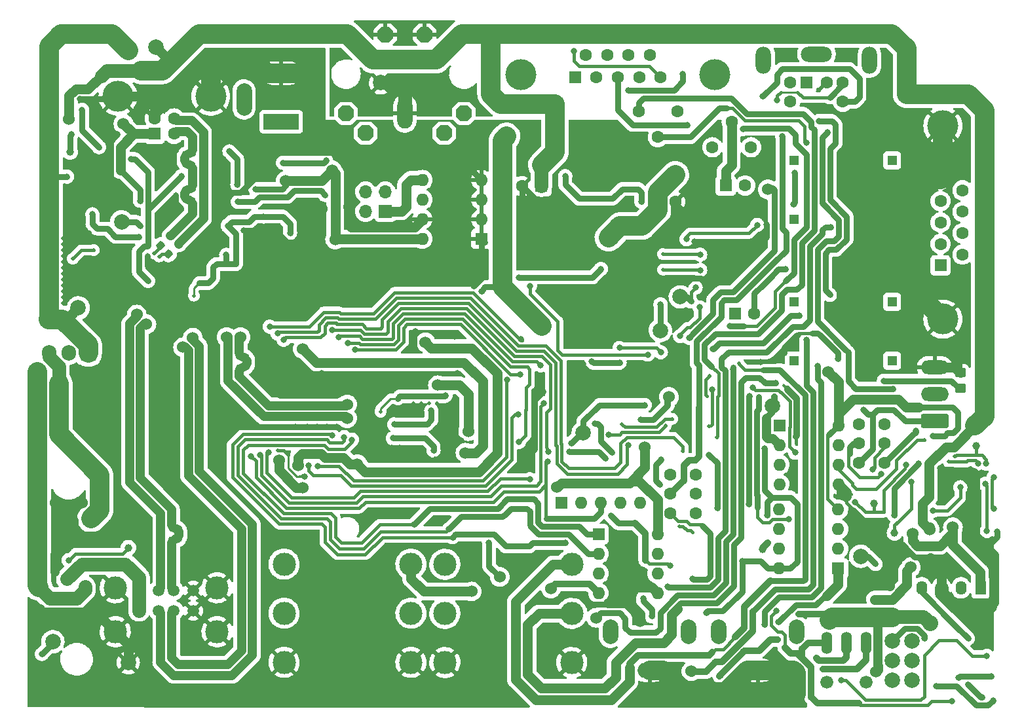
<source format=gbr>
%TF.GenerationSoftware,KiCad,Pcbnew,6.0.2+dfsg-1*%
%TF.CreationDate,2024-08-04T07:55:02+02:00*%
%TF.ProjectId,radio-usb,72616469-6f2d-4757-9362-2e6b69636164,rev?*%
%TF.SameCoordinates,Original*%
%TF.FileFunction,Copper,L2,Bot*%
%TF.FilePolarity,Positive*%
%FSLAX46Y46*%
G04 Gerber Fmt 4.6, Leading zero omitted, Abs format (unit mm)*
G04 Created by KiCad (PCBNEW 6.0.2+dfsg-1) date 2024-08-04 07:55:02*
%MOMM*%
%LPD*%
G01*
G04 APERTURE LIST*
G04 Aperture macros list*
%AMRoundRect*
0 Rectangle with rounded corners*
0 $1 Rounding radius*
0 $2 $3 $4 $5 $6 $7 $8 $9 X,Y pos of 4 corners*
0 Add a 4 corners polygon primitive as box body*
4,1,4,$2,$3,$4,$5,$6,$7,$8,$9,$2,$3,0*
0 Add four circle primitives for the rounded corners*
1,1,$1+$1,$2,$3*
1,1,$1+$1,$4,$5*
1,1,$1+$1,$6,$7*
1,1,$1+$1,$8,$9*
0 Add four rect primitives between the rounded corners*
20,1,$1+$1,$2,$3,$4,$5,0*
20,1,$1+$1,$4,$5,$6,$7,0*
20,1,$1+$1,$6,$7,$8,$9,0*
20,1,$1+$1,$8,$9,$2,$3,0*%
%AMOutline5P*
0 Free polygon, 5 corners , with rotation*
0 The origin of the aperture is its center*
0 number of corners: always 5*
0 $1 to $10 corner X, Y*
0 $11 Rotation angle, in degrees counterclockwise*
0 create outline with 5 corners*
4,1,5,$1,$2,$3,$4,$5,$6,$7,$8,$9,$10,$1,$2,$11*%
%AMOutline6P*
0 Free polygon, 6 corners , with rotation*
0 The origin of the aperture is its center*
0 number of corners: always 6*
0 $1 to $12 corner X, Y*
0 $13 Rotation angle, in degrees counterclockwise*
0 create outline with 6 corners*
4,1,6,$1,$2,$3,$4,$5,$6,$7,$8,$9,$10,$11,$12,$1,$2,$13*%
%AMOutline7P*
0 Free polygon, 7 corners , with rotation*
0 The origin of the aperture is its center*
0 number of corners: always 7*
0 $1 to $14 corner X, Y*
0 $15 Rotation angle, in degrees counterclockwise*
0 create outline with 7 corners*
4,1,7,$1,$2,$3,$4,$5,$6,$7,$8,$9,$10,$11,$12,$13,$14,$1,$2,$15*%
%AMOutline8P*
0 Free polygon, 8 corners , with rotation*
0 The origin of the aperture is its center*
0 number of corners: always 8*
0 $1 to $16 corner X, Y*
0 $17 Rotation angle, in degrees counterclockwise*
0 create outline with 8 corners*
4,1,8,$1,$2,$3,$4,$5,$6,$7,$8,$9,$10,$11,$12,$13,$14,$15,$16,$1,$2,$17*%
G04 Aperture macros list end*
%TA.AperFunction,ComponentPad*%
%ADD10C,3.000000*%
%TD*%
%TA.AperFunction,ComponentPad*%
%ADD11R,1.600000X1.600000*%
%TD*%
%TA.AperFunction,ComponentPad*%
%ADD12C,1.600000*%
%TD*%
%TA.AperFunction,ComponentPad*%
%ADD13C,4.000000*%
%TD*%
%TA.AperFunction,ComponentPad*%
%ADD14R,1.905000X2.000000*%
%TD*%
%TA.AperFunction,ComponentPad*%
%ADD15O,1.905000X2.000000*%
%TD*%
%TA.AperFunction,ComponentPad*%
%ADD16O,2.000000X3.500000*%
%TD*%
%TA.AperFunction,ComponentPad*%
%ADD17O,4.000000X2.000000*%
%TD*%
%TA.AperFunction,ComponentPad*%
%ADD18O,1.600000X1.600000*%
%TD*%
%TA.AperFunction,ComponentPad*%
%ADD19C,2.000000*%
%TD*%
%TA.AperFunction,ComponentPad*%
%ADD20R,1.700000X1.700000*%
%TD*%
%TA.AperFunction,ComponentPad*%
%ADD21O,1.700000X1.700000*%
%TD*%
%TA.AperFunction,ComponentPad*%
%ADD22R,1.400000X1.800000*%
%TD*%
%TA.AperFunction,ComponentPad*%
%ADD23O,1.400000X1.800000*%
%TD*%
%TA.AperFunction,ComponentPad*%
%ADD24O,1.422400X2.844800*%
%TD*%
%TA.AperFunction,ComponentPad*%
%ADD25C,1.676400*%
%TD*%
%TA.AperFunction,ComponentPad*%
%ADD26R,1.500000X1.500000*%
%TD*%
%TA.AperFunction,ComponentPad*%
%ADD27C,1.500000*%
%TD*%
%TA.AperFunction,ComponentPad*%
%ADD28O,1.998980X3.197860*%
%TD*%
%TA.AperFunction,ComponentPad*%
%ADD29O,3.197860X1.998980*%
%TD*%
%TA.AperFunction,ComponentPad*%
%ADD30R,4.600000X2.000000*%
%TD*%
%TA.AperFunction,ComponentPad*%
%ADD31O,4.200000X2.000000*%
%TD*%
%TA.AperFunction,ComponentPad*%
%ADD32O,2.000000X4.200000*%
%TD*%
%TA.AperFunction,ComponentPad*%
%ADD33Outline8P,-0.990600X0.495300X-0.495300X0.990600X0.495300X0.990600X0.990600X0.495300X0.990600X-0.495300X0.495300X-0.990600X-0.495300X-0.990600X-0.990600X-0.495300X180.000000*%
%TD*%
%TA.AperFunction,ComponentPad*%
%ADD34O,1.981200X3.962400*%
%TD*%
%TA.AperFunction,ComponentPad*%
%ADD35R,1.308000X1.308000*%
%TD*%
%TA.AperFunction,ComponentPad*%
%ADD36RoundRect,0.250000X1.550000X-0.650000X1.550000X0.650000X-1.550000X0.650000X-1.550000X-0.650000X0*%
%TD*%
%TA.AperFunction,ComponentPad*%
%ADD37O,3.600000X1.800000*%
%TD*%
%TA.AperFunction,SMDPad,CuDef*%
%ADD38RoundRect,0.250000X0.450000X-0.350000X0.450000X0.350000X-0.450000X0.350000X-0.450000X-0.350000X0*%
%TD*%
%TA.AperFunction,SMDPad,CuDef*%
%ADD39C,2.000000*%
%TD*%
%TA.AperFunction,SMDPad,CuDef*%
%ADD40RoundRect,0.237500X0.008839X0.344715X-0.344715X-0.008839X-0.008839X-0.344715X0.344715X0.008839X0*%
%TD*%
%TA.AperFunction,SMDPad,CuDef*%
%ADD41C,1.000000*%
%TD*%
%TA.AperFunction,ViaPad*%
%ADD42C,0.812800*%
%TD*%
%TA.AperFunction,ViaPad*%
%ADD43C,1.524000*%
%TD*%
%TA.AperFunction,ViaPad*%
%ADD44C,0.508000*%
%TD*%
%TA.AperFunction,ViaPad*%
%ADD45C,2.032000*%
%TD*%
%TA.AperFunction,ViaPad*%
%ADD46C,0.558800*%
%TD*%
%TA.AperFunction,Conductor*%
%ADD47C,0.762000*%
%TD*%
%TA.AperFunction,Conductor*%
%ADD48C,1.270000*%
%TD*%
%TA.AperFunction,Conductor*%
%ADD49C,0.406400*%
%TD*%
%TA.AperFunction,Conductor*%
%ADD50C,1.778000*%
%TD*%
%TA.AperFunction,Conductor*%
%ADD51C,2.540000*%
%TD*%
%TA.AperFunction,Conductor*%
%ADD52C,0.812800*%
%TD*%
%TA.AperFunction,Conductor*%
%ADD53C,1.143000*%
%TD*%
%TA.AperFunction,Conductor*%
%ADD54C,0.254000*%
%TD*%
G04 APERTURE END LIST*
D10*
%TO.P,J12,R*%
%TO.N,Net-(C63-Pad1)*%
X109320000Y-102870000D03*
%TO.P,J12,RN*%
%TO.N,Net-(J12-PadRN)*%
X92920000Y-102870000D03*
%TO.P,J12,S*%
%TO.N,GND*%
X109320000Y-109220000D03*
%TO.P,J12,SN*%
X92920000Y-109220000D03*
%TO.P,J12,T*%
%TO.N,/AUD_OUT_SUM*%
X109320000Y-96520000D03*
%TO.P,J12,TN*%
%TO.N,Net-(J12-PadRN)*%
X92920000Y-96520000D03*
%TD*%
D11*
%TO.P,J2,1,VBUS*%
%TO.N,VBUS*%
X55417400Y-40848900D03*
D12*
%TO.P,J2,2,D-*%
%TO.N,/D-*%
X57917400Y-40848900D03*
%TO.P,J2,3,D+*%
%TO.N,/D+*%
X57917400Y-38848900D03*
%TO.P,J2,4,GND*%
%TO.N,GND*%
X55417400Y-38848900D03*
D13*
%TO.P,J2,5,Shield*%
X50667400Y-35988900D03*
X62667400Y-35988900D03*
%TD*%
D14*
%TO.P,U1,1,IN*%
%TO.N,+12V*%
X46837600Y-69205200D03*
D15*
%TO.P,U1,2,GND*%
%TO.N,GND*%
X44297600Y-69205200D03*
%TO.P,U1,3,OUT*%
%TO.N,/5VD12*%
X41757600Y-69205200D03*
%TD*%
D11*
%TO.P,J6,1*%
%TO.N,AF_TO_RADIO*%
X139649200Y-34188400D03*
D12*
%TO.P,J6,2*%
%TO.N,GNDREF*%
X142249200Y-34188400D03*
%TO.P,J6,3*%
%TO.N,PTT*%
X137549200Y-34188400D03*
%TO.P,J6,4*%
%TO.N,/YAESU_FLAT_AUD*%
X144349200Y-34188400D03*
%TO.P,J6,5*%
%TO.N,/YAESU_FILTERED_AUD*%
X137549200Y-36688400D03*
%TO.P,J6,6*%
%TO.N,RX_ACTIVE*%
X144349200Y-36688400D03*
D16*
%TO.P,J6,7*%
%TO.N,N/C*%
X134099200Y-31338400D03*
X147799200Y-31338400D03*
D17*
X140949200Y-30538400D03*
%TD*%
D11*
%TO.P,U14,1,CS*%
%TO.N,/SER_EECS*%
X112786000Y-92618400D03*
D18*
%TO.P,U14,2,SCLK*%
%TO.N,Net-(R51-Pad1)*%
X112786000Y-95158400D03*
%TO.P,U14,3,DI*%
%TO.N,/SER_EEDT*%
X112786000Y-97698400D03*
%TO.P,U14,4,DO*%
%TO.N,Net-(R49-Pad1)*%
X112786000Y-100238400D03*
%TO.P,U14,5,GND*%
%TO.N,GND*%
X120406000Y-100238400D03*
%TO.P,U14,6,ORG*%
%TO.N,VCC*%
X120406000Y-97698400D03*
%TO.P,U14,7,NC*%
%TO.N,unconnected-(U14-Pad7)*%
X120406000Y-95158400D03*
%TO.P,U14,8,VCC*%
%TO.N,VCC*%
X120406000Y-92618400D03*
%TD*%
D19*
%TO.P,D12,1,AB*%
%TO.N,+5V*%
X153250200Y-106450700D03*
%TO.P,D12,2,KB*%
%TO.N,Net-(D12-Pad2)*%
X150710200Y-106450700D03*
%TO.P,D12,3,AR*%
%TO.N,+5V*%
X153250200Y-108990700D03*
%TO.P,D12,4,KR*%
%TO.N,Net-(D12-Pad4)*%
X150710200Y-108990700D03*
%TO.P,D12,5,AG*%
%TO.N,+5V*%
X153250200Y-111530700D03*
%TO.P,D12,6,KR*%
%TO.N,Net-(D12-Pad6)*%
X150710200Y-111530700D03*
%TD*%
D20*
%TO.P,J5,1,Pin_1*%
%TO.N,/H_EE_SDA*%
X85217000Y-50876200D03*
D21*
%TO.P,J5,2,Pin_2*%
%TO.N,/H_REM1*%
X82677000Y-50876200D03*
%TO.P,J5,3,Pin_3*%
%TO.N,/H_EE_SCL*%
X85217000Y-48336200D03*
%TO.P,J5,4,Pin_4*%
%TO.N,/H_SEL0*%
X82677000Y-48336200D03*
%TD*%
D12*
%TO.P,SW7,1,A*%
%TO.N,/PTT_ACTL*%
X117946800Y-37958400D03*
%TO.P,SW7,2,B*%
%TO.N,PTT*%
X120446800Y-41258400D03*
%TO.P,SW7,3,C*%
%TO.N,/PTT_ACTH*%
X122946800Y-37958400D03*
%TD*%
D11*
%TO.P,U11,1,A1*%
%TO.N,VD*%
X143754000Y-97043400D03*
D18*
%TO.P,U11,2,C1*%
%TO.N,Net-(R32-Pad1)*%
X143754000Y-94503400D03*
%TO.P,U11,3,C2*%
%TO.N,Net-(R33-Pad1)*%
X143754000Y-91963400D03*
%TO.P,U11,4,A2*%
%TO.N,VD*%
X143754000Y-89423400D03*
%TO.P,U11,5,GND*%
%TO.N,GND*%
X136134000Y-89423400D03*
%TO.P,U11,6,VO2*%
%TO.N,/SER_B_RXD_RS*%
X136134000Y-91963400D03*
%TO.P,U11,7,VO1*%
%TO.N,/SER_B_RXD_TTL*%
X136134000Y-94503400D03*
%TO.P,U11,8,VCC*%
%TO.N,VCC*%
X136134000Y-97043400D03*
%TD*%
D12*
%TO.P,SW2,1,A*%
%TO.N,/YAESU_FILTERED_AUD*%
X132497200Y-42585000D03*
%TO.P,SW2,2,B*%
%TO.N,AF_FRM_RADIO*%
X129997200Y-39285000D03*
%TO.P,SW2,3,C*%
%TO.N,/YAESU_FLAT_AUD*%
X127497200Y-42585000D03*
%TD*%
D22*
%TO.P,U8,1,-VIN*%
%TO.N,GND*%
X162156900Y-99554700D03*
D23*
%TO.P,U8,2,+VIN*%
%TO.N,/DCDC_IN*%
X159616900Y-99554700D03*
%TO.P,U8,3,-VOUT*%
%TO.N,GNDREF*%
X157076900Y-99554700D03*
%TO.P,U8,4,+VOUT*%
%TO.N,/DCDC_OUT*%
X154536900Y-99554700D03*
%TD*%
D24*
%TO.P,SW3,1,A*%
%TO.N,/~{PTT_CTRL}*%
X147320000Y-106680000D03*
%TO.P,SW3,2,B*%
%TO.N,Net-(R63-Pad2)*%
X144780000Y-106680000D03*
%TO.P,SW3,3,C*%
%TO.N,/PTT_CTRL*%
X142240000Y-106680000D03*
D25*
%TO.P,SW3,M1*%
%TO.N,N/C*%
X147320000Y-111760000D03*
%TO.P,SW3,M2*%
X142240000Y-111760000D03*
%TD*%
D26*
%TO.P,J7,1,VBUS1*%
%TO.N,+5VP*%
X53396000Y-99901600D03*
D27*
%TO.P,J7,2,D1-*%
%TO.N,/DP1-*%
X55896000Y-99901600D03*
%TO.P,J7,3,D1+*%
%TO.N,/DP1+*%
X57896000Y-99901600D03*
%TO.P,J7,4,GND1*%
%TO.N,GND*%
X60396000Y-99901600D03*
%TO.P,J7,5,VBUS2*%
%TO.N,+5VP*%
X53396000Y-102521600D03*
%TO.P,J7,6,D2-*%
%TO.N,/DP2-*%
X55896000Y-102521600D03*
%TO.P,J7,7,D2+*%
%TO.N,/DP2+*%
X57896000Y-102521600D03*
%TO.P,J7,8,GND2*%
%TO.N,GND*%
X60396000Y-102521600D03*
D10*
%TO.P,J7,9,Shield*%
X63466000Y-99551600D03*
X50326000Y-105231600D03*
X50326000Y-99551600D03*
X63466000Y-105231600D03*
%TD*%
D13*
%TO.P,J8,0,PAD*%
%TO.N,GNDREF*%
X157272000Y-39808602D03*
X157272000Y-64808602D03*
D11*
%TO.P,J8,1,1*%
%TO.N,unconnected-(J8-Pad1)*%
X156972000Y-57848602D03*
D12*
%TO.P,J8,2,2*%
%TO.N,/RS232RX*%
X156972000Y-55078602D03*
%TO.P,J8,3,3*%
%TO.N,/RS232TX*%
X156972000Y-52308602D03*
%TO.P,J8,4,4*%
%TO.N,unconnected-(J8-Pad4)*%
X156972000Y-49538602D03*
%TO.P,J8,5,5*%
%TO.N,GNDREF*%
X156972000Y-46768602D03*
%TO.P,J8,6,6*%
%TO.N,unconnected-(J8-Pad6)*%
X159812000Y-56463602D03*
%TO.P,J8,7,7*%
%TO.N,unconnected-(J8-Pad7)*%
X159812000Y-53693602D03*
%TO.P,J8,8,8*%
%TO.N,unconnected-(J8-Pad8)*%
X159812000Y-50923602D03*
%TO.P,J8,9,9*%
%TO.N,unconnected-(J8-Pad9)*%
X159812000Y-48153602D03*
%TD*%
%TO.P,SW1,1,A*%
%TO.N,unconnected-(SW1-Pad1)*%
X149769000Y-78373600D03*
%TO.P,SW1,2,B*%
%TO.N,Net-(D7-Pad1)*%
X149769000Y-80873600D03*
%TO.P,SW1,3,C*%
%TO.N,/CAT_UART_TX*%
X149769000Y-83373600D03*
%TO.P,SW1,4,A*%
%TO.N,unconnected-(SW1-Pad4)*%
X146469000Y-78373600D03*
%TO.P,SW1,5,B*%
%TO.N,PTT*%
X146469000Y-80873600D03*
%TO.P,SW1,6,C*%
%TO.N,/CAT_UART_RX*%
X146469000Y-83373600D03*
%TD*%
D11*
%TO.P,C63,1*%
%TO.N,Net-(C63-Pad1)*%
X130389621Y-64084200D03*
D12*
%TO.P,C63,2*%
%TO.N,Net-(C63-Pad2)*%
X132889621Y-64084200D03*
%TD*%
D10*
%TO.P,J11,R*%
%TO.N,/AUD_IN_SUM*%
X88535000Y-102845000D03*
%TO.P,J11,RN*%
%TO.N,Net-(J11-PadRN)*%
X72135000Y-102845000D03*
%TO.P,J11,S*%
%TO.N,GND*%
X88535000Y-109195000D03*
%TO.P,J11,SN*%
X72135000Y-109195000D03*
%TO.P,J11,T*%
%TO.N,/AF_FRM_RADIO_PREINS*%
X88535000Y-96495000D03*
%TO.P,J11,TN*%
%TO.N,Net-(J11-PadRN)*%
X72135000Y-96495000D03*
%TD*%
D28*
%TO.P,J10,1,In*%
%TO.N,/RCA_LEFT*%
X124434600Y-105222040D03*
X114325400Y-105222040D03*
D29*
%TO.P,J10,2,Ext*%
%TO.N,GND*%
X119380000Y-110220000D03*
%TD*%
D30*
%TO.P,J1,1*%
%TO.N,Net-(D4-Pad2)*%
X71770000Y-39293800D03*
D31*
%TO.P,J1,2*%
%TO.N,GND*%
X71770000Y-32993800D03*
D32*
%TO.P,J1,3*%
%TO.N,N/C*%
X66970000Y-36393800D03*
%TD*%
D13*
%TO.P,J4,0*%
%TO.N,N/C*%
X127768000Y-33228000D03*
X102768000Y-33228000D03*
D11*
%TO.P,J4,1,1*%
%TO.N,RX_ACTIVE*%
X109728000Y-33528000D03*
D12*
%TO.P,J4,2,2*%
%TO.N,unconnected-(J4-Pad2)*%
X112498000Y-33528000D03*
%TO.P,J4,3,3*%
%TO.N,AF_FRM_RADIO*%
X115268000Y-33528000D03*
%TO.P,J4,4,4*%
%TO.N,PTT*%
X118038000Y-33528000D03*
%TO.P,J4,5,5*%
%TO.N,AF_TO_RADIO*%
X120808000Y-33528000D03*
%TO.P,J4,6,6*%
%TO.N,unconnected-(J4-Pad6)*%
X111113000Y-30688000D03*
%TO.P,J4,7,7*%
%TO.N,GNDREF*%
X113883000Y-30688000D03*
%TO.P,J4,8,8*%
%TO.N,unconnected-(J4-Pad8)*%
X116653000Y-30688000D03*
%TO.P,J4,9,9*%
%TO.N,unconnected-(J4-Pad9)*%
X119423000Y-30688000D03*
%TD*%
D11*
%TO.P,RN1,1,common*%
%TO.N,GND*%
X107951500Y-88563722D03*
D18*
%TO.P,RN1,2,R1*%
%TO.N,/SER_B_DSR_IN*%
X110491500Y-88563722D03*
%TO.P,RN1,3,R2*%
%TO.N,/SER_B_CTS_IN*%
X113031500Y-88563722D03*
%TO.P,RN1,4,R3*%
%TO.N,/SER_A_DSR_IN*%
X115571500Y-88563722D03*
%TO.P,RN1,5,R4*%
%TO.N,/SER_A_CTS_IN*%
X118111500Y-88563722D03*
%TD*%
D33*
%TO.P,X1,1,1*%
%TO.N,AF_TO_RADIO*%
X80137000Y-38201600D03*
D34*
%TO.P,X1,2,2*%
%TO.N,GNDREF*%
X87757000Y-38201600D03*
D33*
%TO.P,X1,3,3*%
%TO.N,PTT*%
X95377000Y-38201600D03*
%TO.P,X1,4,4*%
%TO.N,AF_FRM_RADIO*%
X82677000Y-40741600D03*
%TO.P,X1,5,5*%
%TO.N,RX_ACTIVE*%
X92837000Y-40741600D03*
%TO.P,X1,PE,PE*%
%TO.N,GNDREF*%
X90297000Y-28041600D03*
%TO.P,X1,PE@,PE*%
X85217000Y-28041600D03*
%TD*%
D12*
%TO.P,SW6,1,A*%
%TO.N,Net-(Q5-Pad3)*%
X125385000Y-84880000D03*
%TO.P,SW6,2,B*%
%TO.N,Net-(SW6-Pad2)*%
X125385000Y-87380000D03*
%TO.P,SW6,3,C*%
%TO.N,Net-(R79-Pad2)*%
X125385000Y-89880000D03*
%TO.P,SW6,4,A*%
%TO.N,Net-(Q5-Pad1)*%
X122085000Y-84880000D03*
%TO.P,SW6,5,B*%
%TO.N,RX_ACTIVE*%
X122085000Y-87380000D03*
%TO.P,SW6,6,C*%
%TO.N,Net-(R79-Pad1)*%
X122085000Y-89880000D03*
%TD*%
D11*
%TO.P,C64,1*%
%TO.N,AF_FRM_RADIO*%
X129221221Y-47523400D03*
D12*
%TO.P,C64,2*%
%TO.N,Net-(C64-Pad2)*%
X131721221Y-47523400D03*
%TD*%
D11*
%TO.P,C40,1*%
%TO.N,/AUD_VBUS*%
X122707400Y-46128656D03*
D12*
%TO.P,C40,2*%
%TO.N,GND*%
X122707400Y-49628656D03*
%TD*%
D28*
%TO.P,J9,1,In*%
%TO.N,/RCA_RIGHT*%
X128295400Y-105222040D03*
X138404600Y-105222040D03*
D29*
%TO.P,J9,2,Ext*%
%TO.N,GND*%
X133350000Y-110220000D03*
%TD*%
D11*
%TO.P,U12,1,A1*%
%TO.N,Net-(R27-Pad2)*%
X136154000Y-78546800D03*
D18*
%TO.P,U12,2,C1*%
%TO.N,/SER_B_TXD_OUT*%
X136154000Y-81086800D03*
%TO.P,U12,3,C2*%
X136154000Y-83626800D03*
%TO.P,U12,4,A2*%
%TO.N,Net-(R28-Pad2)*%
X136154000Y-86166800D03*
%TO.P,U12,5,GND*%
%TO.N,GNDREF*%
X143774000Y-86166800D03*
%TO.P,U12,6,VO2*%
%TO.N,/TTL_TX*%
X143774000Y-83626800D03*
%TO.P,U12,7,VO1*%
%TO.N,/TTL_TX_2*%
X143774000Y-81086800D03*
%TO.P,U12,8,VCC*%
%TO.N,VD*%
X143774000Y-78546800D03*
%TD*%
D35*
%TO.P,U22,P$1,P$1*%
%TO.N,Net-(R69-Pad2)*%
X138021593Y-44277991D03*
%TO.P,U22,P$2,P$2*%
%TO.N,GND*%
X138021593Y-51897991D03*
%TO.P,U22,P$3,P$3*%
%TO.N,Net-(C64-Pad2)*%
X150721593Y-44277991D03*
%TO.P,U22,P$4,P$4*%
%TO.N,GNDREF*%
X150721593Y-51897991D03*
%TD*%
D36*
%TO.P,J3,1,Pin_1*%
%TO.N,/CAT_UART_RX*%
X156210000Y-78006092D03*
D37*
%TO.P,J3,2,Pin_2*%
%TO.N,/CAT_UART_TX*%
X156210000Y-74506092D03*
%TO.P,J3,3,Pin_3*%
%TO.N,GNDREF*%
X156210000Y-71006092D03*
%TD*%
D11*
%TO.P,U2,1,A0*%
%TO.N,GND*%
X97627600Y-54422200D03*
D18*
%TO.P,U2,2,A1*%
X97627600Y-51882200D03*
%TO.P,U2,3,A2*%
X97627600Y-49342200D03*
%TO.P,U2,4,GND*%
X97627600Y-46802200D03*
%TO.P,U2,5,SDA*%
%TO.N,/H_EE_SDA*%
X90007600Y-46802200D03*
%TO.P,U2,6,SCL*%
%TO.N,/H_EE_SCL*%
X90007600Y-49342200D03*
%TO.P,U2,7,WP*%
%TO.N,GND*%
X90007600Y-51882200D03*
%TO.P,U2,8,VCC*%
%TO.N,+3V3*%
X90007600Y-54422200D03*
%TD*%
D35*
%TO.P,U19,P$1,P$1*%
%TO.N,AF_TO_RADIO*%
X138021593Y-62565991D03*
%TO.P,U19,P$2,P$2*%
%TO.N,GNDREF*%
X138021593Y-70185991D03*
%TO.P,U19,P$3,P$3*%
%TO.N,Net-(C63-Pad2)*%
X150721593Y-62565991D03*
%TO.P,U19,P$4,P$4*%
%TO.N,GND*%
X150721593Y-70185991D03*
%TD*%
D11*
%TO.P,C15,1*%
%TO.N,+5V*%
X105395913Y-47599600D03*
D12*
%TO.P,C15,2*%
%TO.N,GND*%
X102895913Y-47599600D03*
%TD*%
D38*
%TO.P,R56,1*%
%TO.N,/CAT_UART_RX*%
X159537400Y-73745600D03*
%TO.P,R56,2*%
%TO.N,GNDREF*%
X159537400Y-71745600D03*
%TD*%
D39*
%TO.P,TP18,1,1*%
%TO.N,+5V*%
X55575200Y-29616400D03*
%TD*%
%TO.P,TP17,1,1*%
%TO.N,+2V5*%
X51155600Y-52222400D03*
%TD*%
%TO.P,TP10,1,1*%
%TO.N,/AUD_OUT_LEFT*%
X123342400Y-61925200D03*
%TD*%
%TO.P,TP11,1,1*%
%TO.N,/AUD_OUT_RIGHT*%
X120777000Y-66268600D03*
%TD*%
D40*
%TO.P,R12,1*%
%TO.N,/D+*%
X58506435Y-55082365D03*
%TO.P,R12,2*%
%TO.N,/H_HOST_USBD+*%
X57215965Y-56372835D03*
%TD*%
D41*
%TO.P,TP1,1,1*%
%TO.N,Net-(TP1-Pad1)*%
X52019200Y-94361000D03*
%TD*%
%TO.P,TP4,1,1*%
%TO.N,/TTL_TX*%
X161544000Y-81203800D03*
%TD*%
D40*
%TO.P,R11,1*%
%TO.N,/D-*%
X57439635Y-54015565D03*
%TO.P,R11,2*%
%TO.N,/H_HOST_USBD-*%
X56149165Y-55306035D03*
%TD*%
D39*
%TO.P,TP7,1,1*%
%TO.N,/TTL_RX_2*%
X146659600Y-95478600D03*
%TD*%
D41*
%TO.P,TP9,1,1*%
%TO.N,/SER_B_RXD_IN*%
X133985000Y-94538800D03*
%TD*%
D39*
%TO.P,TP14,1,1*%
%TO.N,GND*%
X51993800Y-109245400D03*
%TD*%
%TO.P,TP8,1,1*%
%TO.N,/SER_B_TXD_OUT*%
X135270000Y-76010000D03*
%TD*%
%TO.P,TP13,1,1*%
%TO.N,/PTT_CTRL*%
X110794800Y-79502000D03*
%TD*%
D41*
%TO.P,TP2,1,1*%
%TO.N,Net-(TP2-Pad1)*%
X44500800Y-43205400D03*
%TD*%
%TO.P,TP5,1,1*%
%TO.N,/TTL_RX*%
X151028400Y-92456000D03*
%TD*%
D39*
%TO.P,TP15,1,1*%
%TO.N,GNDREF*%
X84632800Y-34239200D03*
%TD*%
%TO.P,TP16,1,1*%
%TO.N,+12V*%
X45542200Y-63347600D03*
%TD*%
D41*
%TO.P,TP6,1,1*%
%TO.N,/TTL_TX_2*%
X148336000Y-88620600D03*
%TD*%
D39*
%TO.P,TP3,1,1*%
%TO.N,/+5VP_OK*%
X42265600Y-106527600D03*
%TD*%
D42*
%TO.N,/SER_XI*%
X86200000Y-80210000D03*
X91450000Y-81790000D03*
%TO.N,/SER_XO*%
X91170000Y-76640000D03*
%TO.N,AF_FRM_RADIO*%
X124282200Y-39674800D03*
%TO.N,GNDREF*%
X124460000Y-67208400D03*
X145542000Y-30149800D03*
X137261600Y-30175200D03*
D43*
X134645400Y-48031400D03*
D42*
X164261800Y-92252800D03*
X163144200Y-104673400D03*
X156961862Y-84089262D03*
X151841200Y-93929200D03*
X146862800Y-100965000D03*
X159131000Y-90195400D03*
D43*
X161137600Y-84734400D03*
D44*
%TO.N,GND*%
X63144400Y-47320200D03*
X43535600Y-58928000D03*
X43535600Y-56642000D03*
D45*
X155625800Y-104165400D03*
D42*
X51206400Y-56261000D03*
X77720100Y-78733922D03*
D44*
X58801000Y-50495200D03*
X44893880Y-53631480D03*
X160514868Y-112047604D03*
D42*
X77012800Y-71805800D03*
D44*
X55956200Y-51079400D03*
D42*
X123393200Y-60020200D03*
X104700000Y-101320000D03*
D43*
X48260000Y-76200000D03*
D44*
X89886700Y-75660522D03*
X70277900Y-73399922D03*
D43*
X45720000Y-74168000D03*
X50215800Y-93421200D03*
D42*
X84201000Y-46710600D03*
D43*
X48260000Y-80289400D03*
D44*
X87897789Y-82053611D03*
X84456089Y-80339111D03*
D42*
X73656100Y-74695322D03*
X94157800Y-67030600D03*
X126339600Y-59893200D03*
X94534900Y-71799722D03*
X110820200Y-70637400D03*
X42545000Y-97536000D03*
X66929000Y-53314600D03*
X138624128Y-102954128D03*
X106654600Y-54864000D03*
D46*
X60325000Y-57277000D03*
D44*
X91918700Y-75660522D03*
D42*
X130505200Y-57505600D03*
X143687800Y-69900800D03*
D46*
X58928000Y-57277000D03*
D44*
X87904411Y-76118811D03*
X86279900Y-76930522D03*
D42*
X116916200Y-58877200D03*
X133756400Y-70332600D03*
X91668600Y-91109800D03*
D46*
X59613800Y-57277000D03*
D44*
X58191400Y-48742600D03*
D42*
X102768400Y-97612200D03*
D43*
X48260000Y-78232000D03*
X45720000Y-76200000D03*
X57099200Y-43561000D03*
D42*
X133527800Y-55143400D03*
D43*
X153339800Y-92506800D03*
D42*
X110820200Y-68275200D03*
D44*
X45872400Y-53631480D03*
D43*
X45999400Y-88519000D03*
D42*
X45796200Y-36322000D03*
X113080800Y-50723800D03*
D44*
X87092700Y-81248522D03*
D42*
X99999800Y-101473000D03*
X75154700Y-78733922D03*
D44*
X43535600Y-58166000D03*
X47028720Y-53631480D03*
D42*
X96621600Y-60502800D03*
D43*
X80568800Y-50317400D03*
D44*
X43535600Y-62738000D03*
D42*
X107950000Y-54610000D03*
D44*
X89693478Y-82772522D03*
X54483000Y-56616600D03*
D42*
X84429600Y-75129222D03*
D46*
X61010800Y-57277000D03*
D42*
X87985600Y-90017600D03*
D43*
X72821800Y-56997600D03*
D42*
X50622200Y-40868600D03*
X82804000Y-91287600D03*
D44*
X48564800Y-54584600D03*
D43*
X48463200Y-63550800D03*
D44*
X43535600Y-54356000D03*
D43*
X40538400Y-102336600D03*
D44*
X43535600Y-61976000D03*
X43535600Y-55118000D03*
X63144400Y-48234600D03*
X88870700Y-75660522D03*
D42*
X125171200Y-54787800D03*
X137189372Y-73840628D03*
D44*
X43535600Y-57404000D03*
D42*
X76424700Y-78733922D03*
X94996000Y-80492600D03*
D44*
X43535600Y-60477400D03*
D42*
X134468580Y-52578000D03*
D44*
X87346700Y-76930522D03*
D43*
X148629090Y-110385054D03*
D42*
X76424700Y-74695322D03*
X89124700Y-66414922D03*
X89124700Y-68650122D03*
X77720100Y-74695322D03*
D43*
X118135400Y-103886000D03*
D44*
X63144400Y-49149000D03*
D43*
X115540000Y-98170000D03*
D42*
X78964700Y-74695322D03*
X111260000Y-61990000D03*
D44*
X88616700Y-82772522D03*
D42*
X48463200Y-48691800D03*
D44*
X63144400Y-50139600D03*
D43*
X42595800Y-88519000D03*
D44*
X43535600Y-59690000D03*
D42*
X80645000Y-72771000D03*
D44*
X85060700Y-81248522D03*
X91649278Y-82772522D03*
D42*
X69265800Y-44323000D03*
D44*
X43535600Y-55880000D03*
D42*
X136741232Y-69201968D03*
D44*
X58191400Y-49834800D03*
X90902700Y-75660522D03*
D43*
X76996800Y-50530000D03*
X158572200Y-91719400D03*
D42*
X138130000Y-86140000D03*
X105638600Y-74142600D03*
X138290000Y-79990000D03*
X73656100Y-78733922D03*
D45*
X138270000Y-113280000D03*
D42*
X162369128Y-113690900D03*
X75154700Y-74695322D03*
D43*
X45720000Y-78232000D03*
X48260000Y-74168000D03*
D44*
X90674100Y-82772522D03*
D42*
X101854000Y-84277200D03*
D44*
X71323200Y-81788000D03*
D43*
X116255800Y-56896000D03*
D44*
X86076700Y-81248522D03*
D42*
X143980000Y-103780000D03*
X74773700Y-85160122D03*
X109220000Y-54610000D03*
X116900000Y-61400000D03*
X78964700Y-78733922D03*
D46*
X61645800Y-57277000D03*
D45*
X64617600Y-76657200D03*
D44*
X43535600Y-61214000D03*
D42*
%TO.N,+12V*%
X44094400Y-46380400D03*
D45*
X52019200Y-30022800D03*
D43*
%TO.N,+3V3*%
X78359000Y-45567600D03*
X72339200Y-46939200D03*
D42*
X68427600Y-47980600D03*
D45*
X105460800Y-65735200D03*
D42*
X97663000Y-61214000D03*
D45*
X100897000Y-41173400D03*
D43*
X78740000Y-54508400D03*
D44*
%TO.N,/H_XTALO*%
X44844600Y-56989800D03*
X47525764Y-55877636D03*
D43*
%TO.N,+5V*%
X40411400Y-99441000D03*
D45*
X107137200Y-36957000D03*
D43*
X155549600Y-91998800D03*
X46405800Y-99415600D03*
X153136600Y-96875600D03*
X44348400Y-38963600D03*
D45*
X40233600Y-71653400D03*
D42*
X148488400Y-101066600D03*
D43*
%TO.N,VD*%
X142468600Y-71602600D03*
D42*
X156032200Y-79883000D03*
X138734800Y-64338200D03*
X136010000Y-103980000D03*
X119634000Y-103225600D03*
X127584200Y-68656200D03*
X118541800Y-100888800D03*
%TO.N,/AUD_VDDI*%
X118313200Y-49580800D03*
X108483900Y-46304200D03*
D43*
%TO.N,+1V8*%
X90420100Y-67811922D03*
X73939400Y-83769200D03*
X81606300Y-83559922D03*
%TO.N,/SER_VPLL*%
X92020300Y-73349122D03*
X95931900Y-79292722D03*
%TO.N,/AUD_VBUS*%
X114046000Y-54279800D03*
%TO.N,VCC*%
X107360000Y-86570000D03*
X74545100Y-68624722D03*
D42*
X126680000Y-102750000D03*
D43*
X71501000Y-83083400D03*
D42*
X118270000Y-77780000D03*
D43*
X95576300Y-82086722D03*
D42*
X134570000Y-90140000D03*
X131316540Y-96088200D03*
D43*
X74519700Y-86607922D03*
X118770000Y-81360000D03*
D42*
X134270000Y-81570000D03*
D43*
X121880000Y-74870000D03*
D42*
%TO.N,/AUD_OUT_RIGHT*%
X120777000Y-62890400D03*
%TO.N,/RCA_RIGHT*%
X141071600Y-70866000D03*
X134260000Y-104340000D03*
%TO.N,Net-(C43-Pad1)*%
X133286471Y-52629300D03*
X124153018Y-54471093D03*
%TO.N,/AUD_OUT_LEFT*%
X125323600Y-60717780D03*
X124714000Y-62509400D03*
%TO.N,/RCA_LEFT*%
X139649200Y-67513200D03*
D43*
X124760000Y-110350000D03*
D42*
X125831600Y-63271400D03*
X123317000Y-67004700D03*
%TO.N,AF_TO_RADIO*%
X109626400Y-30099000D03*
X142671800Y-61671200D03*
X141300200Y-39166800D03*
D43*
%TO.N,VBUS*%
X51384200Y-39547800D03*
D42*
X53518300Y-49493350D03*
%TO.N,/H_SEL1*%
X66090800Y-47396400D03*
X65074800Y-43103800D03*
%TO.N,PTT*%
X142341600Y-40665400D03*
X139623820Y-42002472D03*
X149326600Y-84861400D03*
X150799800Y-73812400D03*
%TO.N,/SER_B_RXD_IN*%
X128120000Y-89200000D03*
X127080000Y-82340000D03*
X134700000Y-93720000D03*
X71293900Y-66668922D03*
D44*
X123680000Y-81870000D03*
D42*
%TO.N,Net-(D7-Pad1)*%
X148183600Y-84277700D03*
D43*
%TO.N,/DP2-*%
X60344018Y-67189382D03*
%TO.N,+5VP*%
X44069000Y-98399600D03*
%TO.N,/DP2+*%
X59086782Y-68446618D03*
%TO.N,/DP1-*%
X53094743Y-64212561D03*
%TO.N,/DP1+*%
X54351979Y-65469797D03*
D42*
%TO.N,/SER_B_TXLED*%
X100965000Y-72644000D03*
X76500900Y-83813922D03*
%TO.N,/SER_B_RXLED*%
X75332500Y-83763122D03*
X102412800Y-77114400D03*
%TO.N,/CAT_UART_RX*%
X147040600Y-76530200D03*
X149656800Y-72771500D03*
%TO.N,/CAT_UART_TX*%
X153771600Y-79248000D03*
%TO.N,RX_ACTIVE*%
X134010400Y-35966400D03*
X136525000Y-41173400D03*
X116636800Y-35229800D03*
X123672600Y-33096200D03*
%TO.N,/YAESU_FLAT_AUD*%
X135839200Y-36449000D03*
%TO.N,Net-(Q1-Pad3)*%
X48234600Y-42570400D03*
X46024800Y-37719000D03*
%TO.N,Net-(Q2-Pad1)*%
X144170000Y-111470000D03*
X162966400Y-108356400D03*
%TO.N,Net-(Q2-Pad3)*%
X163550600Y-110972600D03*
X159258000Y-111150400D03*
%TO.N,Net-(Q3-Pad3)*%
X156438600Y-112242600D03*
X163753800Y-114147600D03*
D44*
%TO.N,Net-(Q4-Pad3)*%
X126746000Y-74777600D03*
X127101600Y-72136000D03*
D42*
X132240000Y-88700000D03*
X132300000Y-74778580D03*
D44*
%TO.N,Net-(Q5-Pad1)*%
X123230000Y-91600000D03*
X124890000Y-92360000D03*
D42*
%TO.N,Net-(Q5-Pad2)*%
X120850000Y-82960000D03*
X120660000Y-86200000D03*
%TO.N,/H_REM0*%
X47371000Y-51231800D03*
X53416200Y-54152800D03*
%TO.N,/H_SEL0*%
X77445100Y-48742600D03*
X66167000Y-49631600D03*
%TO.N,+2V5*%
X53568600Y-52781200D03*
%TO.N,/TTL_RX_2*%
X148564600Y-96469200D03*
%TO.N,/TTL_RX*%
X161798000Y-83464400D03*
X153212800Y-85877400D03*
D44*
X151333200Y-91160600D03*
X158038800Y-83261200D03*
D42*
%TO.N,/+5VP_OK*%
X40843200Y-108102400D03*
%TO.N,/RX_ACT_SEP*%
X114110000Y-79740000D03*
X132720000Y-73660000D03*
X127457200Y-73888600D03*
X138190000Y-82070000D03*
D44*
X121470000Y-78560000D03*
X127080000Y-78650000D03*
D42*
%TO.N,/TTL_TX_2*%
X145948400Y-88442800D03*
X152552400Y-83642200D03*
D44*
%TO.N,/TTL_TX*%
X158826200Y-82575400D03*
D42*
X162864800Y-83489800D03*
D44*
X154863800Y-80391000D03*
D42*
%TO.N,/PTT_CTRL*%
X118740000Y-75910000D03*
X109270800Y-80822800D03*
X122020000Y-96720000D03*
X114820000Y-90670000D03*
X135788400Y-102514400D03*
X158419800Y-114198400D03*
%TO.N,/PTT_ACTH*%
X129717800Y-65659500D03*
X131470400Y-40208200D03*
%TO.N,/SER_B_DSR_IN*%
X70176300Y-82061322D03*
X103907500Y-85515722D03*
%TO.N,/SER_B_CTS_IN*%
X67890300Y-82543922D03*
X106193500Y-83229722D03*
%TO.N,/SER_A_DSR_IN*%
X106299000Y-81940400D03*
X108966000Y-81940400D03*
X113690400Y-82804000D03*
X78329700Y-66211722D03*
%TO.N,/SER_A_CTS_IN*%
X102510500Y-80664322D03*
X80387100Y-67888122D03*
X112270000Y-78333600D03*
X114502711Y-82042489D03*
%TO.N,Net-(R44-Pad2)*%
X93036300Y-74644522D03*
D44*
X84603500Y-76778122D03*
D42*
%TO.N,/SER_A_RTS_OUT*%
X102616000Y-71932800D03*
X81301500Y-68751722D03*
%TO.N,/SER_A_DTR_OUT*%
X79218700Y-67151522D03*
X105279100Y-70783722D03*
%TO.N,/SER_B_RTS_OUT*%
X70277900Y-65779922D03*
X102768400Y-67360800D03*
%TO.N,/SER_B_DTR_OUT*%
X105710900Y-75711322D03*
X69033300Y-82340722D03*
D44*
%TO.N,/PTT_ACTL*%
X128016000Y-80060800D03*
D42*
%TO.N,Net-(TP1-Pad1)*%
X44294562Y-95983562D03*
%TO.N,/SER_B_TXD_OUT*%
X72081300Y-67481722D03*
X116640000Y-81080000D03*
X135530000Y-74880000D03*
D44*
X122310000Y-77689300D03*
X115820000Y-78400000D03*
D42*
%TO.N,Net-(TP2-Pad1)*%
X44653200Y-40894000D03*
D44*
%TO.N,/AUD_OUT_SUM*%
X130912100Y-70561200D03*
D42*
%TO.N,/AUD_IN_SUM*%
X103911400Y-60528200D03*
X130210000Y-71280000D03*
X119151400Y-69392800D03*
D43*
X112471200Y-103428800D03*
D44*
%TO.N,/H_HOST_USBD-*%
X55346600Y-56286400D03*
%TO.N,/H_HOST_USBD+*%
X55981600Y-56692800D03*
D42*
%TO.N,/H_VDD*%
X54559200Y-55295800D03*
X58851800Y-46329600D03*
X65938400Y-57658000D03*
X52400200Y-44094400D03*
X69494400Y-51536600D03*
X64668348Y-56489600D03*
X54559200Y-59867800D03*
X72923400Y-53644800D03*
D44*
X60483739Y-61766461D03*
D42*
X64856500Y-52705000D03*
D43*
%TO.N,/SER_D+*%
X80295383Y-75838322D03*
X66508361Y-67134318D03*
%TO.N,/SER_D-*%
X80295383Y-77616322D03*
X64730361Y-67134318D03*
D42*
%TO.N,/SER_XO*%
X86360000Y-78409800D03*
D45*
%TO.N,/5VD12*%
X47167800Y-90627200D03*
D42*
%TO.N,/DCDC_OUT*%
X160528000Y-106095800D03*
%TO.N,Net-(C24-Pad1)*%
X155981400Y-89585800D03*
X159537400Y-86537800D03*
%TO.N,Net-(R63-Pad2)*%
X137389580Y-90710000D03*
D44*
X133440000Y-74820000D03*
D42*
X140920000Y-108600000D03*
%TO.N,/AF_FRM_RADIO_PREINS*%
X142773400Y-52882800D03*
D43*
X96370000Y-100020000D03*
D42*
X138150600Y-45923200D03*
X137922000Y-49961800D03*
X121740000Y-99430000D03*
%TO.N,Net-(R40-Pad2)*%
X154152600Y-83489800D03*
X150977600Y-90170000D03*
%TO.N,Net-(C29-Pad2)*%
X163855400Y-89331800D03*
X163830000Y-85217000D03*
%TO.N,Net-(C33-Pad1)*%
X162966400Y-92202000D03*
X162737800Y-86106000D03*
D44*
%TO.N,Net-(C51-Pad1)*%
X121107200Y-56413400D03*
D42*
X125919611Y-56462598D03*
%TO.N,Net-(D12-Pad2)*%
X154884711Y-106110000D03*
%TO.N,/SER_EEDT*%
X78329700Y-79800722D03*
X103809800Y-94183200D03*
X108483400Y-93726000D03*
%TO.N,/SER_EECS*%
X80920500Y-80410322D03*
X88950800Y-91363800D03*
%TO.N,Net-(C60-Pad1)*%
X115500000Y-70440000D03*
X111912400Y-70255900D03*
%TO.N,Net-(D5-Pad2)*%
X77571600Y-44297600D03*
X72009000Y-44577000D03*
D43*
%TO.N,Net-(R49-Pad1)*%
X106629200Y-99644200D03*
X100025200Y-98145600D03*
D42*
X98628200Y-93700100D03*
%TO.N,Net-(R51-Pad1)*%
X79908917Y-80073128D03*
X93446600Y-91948000D03*
%TO.N,Net-(C63-Pad2)*%
X136931400Y-58343800D03*
%TO.N,Net-(C62-Pad1)*%
X115500000Y-68529700D03*
X120830604Y-69089396D03*
%TO.N,Net-(R79-Pad1)*%
X124890000Y-98420000D03*
%TO.N,Net-(C49-Pad1)*%
X102514400Y-59410600D03*
X113080800Y-58318400D03*
%TO.N,Net-(C52-Pad1)*%
X125919611Y-58462598D03*
D44*
X121117309Y-58394600D03*
D42*
%TO.N,Net-(C63-Pad1)*%
X135661400Y-73101200D03*
%TO.N,/~{PTT_CTRL}*%
X135940000Y-106280000D03*
X141770000Y-110040000D03*
X128410000Y-110960000D03*
%TD*%
D47*
%TO.N,/SER_XI*%
X91450000Y-81260000D02*
X90400000Y-80210000D01*
X90400000Y-80210000D02*
X86200000Y-80210000D01*
X91450000Y-81790000D02*
X91450000Y-81260000D01*
%TO.N,/SER_XO*%
X90596000Y-78409800D02*
X86360000Y-78409800D01*
X91170000Y-76640000D02*
X91170000Y-77835800D01*
X91170000Y-77835800D02*
X90596000Y-78409800D01*
D48*
%TO.N,AF_FRM_RADIO*%
X129209800Y-45643800D02*
X129209800Y-47511979D01*
D47*
X115268000Y-37747200D02*
X115268000Y-33528000D01*
D48*
X129997200Y-39285000D02*
X129997200Y-44856400D01*
D47*
X124282200Y-39674800D02*
X117195600Y-39674800D01*
D48*
X129209800Y-47511979D02*
X129221221Y-47523400D01*
D47*
X117195600Y-39674800D02*
X115268000Y-37747200D01*
D48*
X129997200Y-44856400D02*
X129209800Y-45643800D01*
%TO.N,GNDREF*%
X143774000Y-86166800D02*
X144830800Y-87223600D01*
D49*
X158511262Y-84089262D02*
X160375600Y-85953600D01*
D47*
X128586438Y-61315600D02*
X130198276Y-61315600D01*
X148107400Y-99288600D02*
X150368000Y-99288600D01*
D49*
X145617711Y-89332735D02*
X144830800Y-88545824D01*
D50*
X87757000Y-35255200D02*
X86741000Y-34239200D01*
D48*
X161417000Y-86029800D02*
X161417000Y-85013800D01*
X163855400Y-101447600D02*
X163855400Y-95326200D01*
X163855400Y-95326200D02*
X162890200Y-94361000D01*
D47*
X134645400Y-48031400D02*
X135382480Y-48082680D01*
D48*
X161417000Y-85013800D02*
X161137600Y-84734400D01*
D47*
X151130000Y-94640400D02*
X151841200Y-93929200D01*
D49*
X156961862Y-84089262D02*
X158511262Y-84089262D01*
D48*
X161417000Y-92887800D02*
X161417000Y-90601800D01*
D47*
X127584200Y-62317838D02*
X128586438Y-61315600D01*
D51*
X150721593Y-51897991D02*
X150721593Y-50028407D01*
D50*
X157076900Y-99554700D02*
X157076900Y-100282500D01*
X163347400Y-101955600D02*
X163398200Y-101904800D01*
D51*
X153981398Y-46768602D02*
X156972000Y-46768602D01*
D47*
X151841200Y-93929200D02*
X152001628Y-93929200D01*
D48*
X150368000Y-99288600D02*
X150368000Y-95402400D01*
D50*
X157076900Y-100282500D02*
X158750000Y-101955600D01*
D47*
X135509480Y-52908200D02*
X135509480Y-48082680D01*
D50*
X86741000Y-34239200D02*
X84632800Y-34239200D01*
D47*
X130198276Y-61315600D02*
X133742638Y-57771238D01*
X152001628Y-93929200D02*
X153627228Y-95554800D01*
X146862800Y-100533200D02*
X148107400Y-99288600D01*
D48*
X161417000Y-90601800D02*
X161417000Y-86029800D01*
D51*
X150721593Y-50028407D02*
X153981398Y-46768602D01*
D49*
X161340800Y-85953600D02*
X161417000Y-86029800D01*
D48*
X158797892Y-71006092D02*
X159537400Y-71745600D01*
D47*
X124460000Y-67208400D02*
X125124585Y-66567091D01*
D48*
X150368000Y-94488000D02*
X145617711Y-89737711D01*
D47*
X164261800Y-92252800D02*
X164261800Y-92989400D01*
D48*
X157076900Y-97056220D02*
X155676600Y-95655920D01*
D47*
X135382480Y-48082680D02*
X135509480Y-48082680D01*
X127584200Y-64107476D02*
X127584200Y-62317838D01*
X159131000Y-90195400D02*
X161010600Y-90195400D01*
D48*
X162890200Y-94361000D02*
X161417000Y-92887800D01*
D47*
X163144200Y-102158800D02*
X163398200Y-101904800D01*
D50*
X87757000Y-38201600D02*
X87757000Y-35255200D01*
D47*
X133742638Y-57771238D02*
X133742638Y-57759600D01*
X163144200Y-104673400D02*
X163144200Y-102158800D01*
X135509480Y-55992758D02*
X135509480Y-52908200D01*
D51*
X157272000Y-46468602D02*
X156972000Y-46768602D01*
D47*
X135509480Y-48082680D02*
X135280400Y-47853600D01*
D48*
X157076900Y-99554700D02*
X157076900Y-97056220D01*
D47*
X161010600Y-90195400D02*
X161417000Y-90601800D01*
D51*
X157272000Y-64808602D02*
X150721593Y-58258195D01*
D50*
X158750000Y-101955600D02*
X163347400Y-101955600D01*
D48*
X163398200Y-101904800D02*
X163855400Y-101447600D01*
D47*
X133742638Y-57759600D02*
X135509480Y-55992758D01*
D48*
X156210000Y-71006092D02*
X158797892Y-71006092D01*
D49*
X160375600Y-85953600D02*
X161340800Y-85953600D01*
D48*
X144830800Y-87223600D02*
X144830800Y-87729118D01*
D49*
X145617711Y-89737711D02*
X145617711Y-89332735D01*
D48*
X150368000Y-95402400D02*
X151130000Y-94640400D01*
D47*
X164261800Y-92989400D02*
X162890200Y-94361000D01*
D51*
X157272000Y-39808602D02*
X157272000Y-46468602D01*
D49*
X144830800Y-88545824D02*
X144830800Y-87729118D01*
D47*
X153627228Y-95554800D02*
X155676600Y-95554800D01*
D51*
X150721593Y-58258195D02*
X150721593Y-51897991D01*
D47*
X146862800Y-100965000D02*
X146862800Y-100533200D01*
D48*
X150368000Y-95402400D02*
X150368000Y-94488000D01*
D47*
X125124585Y-66567091D02*
X127584200Y-64107476D01*
%TO.N,GND*%
X130505200Y-55499000D02*
X130505200Y-57505600D01*
D48*
X118008400Y-55143400D02*
X116255800Y-56896000D01*
D47*
X116900000Y-61400000D02*
X118327200Y-61400000D01*
D52*
X137189372Y-73889372D02*
X137238088Y-73889372D01*
D47*
X97627600Y-59496800D02*
X96621600Y-60502800D01*
X54483000Y-56616600D02*
X54483000Y-57912000D01*
X84201000Y-46329600D02*
X84201000Y-46710600D01*
D48*
X47761200Y-102666800D02*
X50326000Y-105231600D01*
D51*
X137940000Y-110220000D02*
X133350000Y-110220000D01*
D47*
X80822800Y-74142600D02*
X79517422Y-74142600D01*
X58902600Y-57277000D02*
X58877200Y-57277000D01*
X110350000Y-100440000D02*
X108070000Y-100440000D01*
X124714000Y-59537600D02*
X124231400Y-60020200D01*
D48*
X116408200Y-99822000D02*
X116763800Y-99466400D01*
X80568800Y-52654200D02*
X80813280Y-52898680D01*
D51*
X142925800Y-103403400D02*
X142634660Y-103694540D01*
D47*
X109220000Y-54610000D02*
X107950000Y-54610000D01*
D52*
X137238088Y-73889372D02*
X138405080Y-75056364D01*
D48*
X75692000Y-51834800D02*
X76996800Y-50530000D01*
D53*
X148856220Y-103676220D02*
X148856220Y-109636220D01*
D47*
X118327200Y-61400000D02*
X118338600Y-61411400D01*
X73656100Y-78733922D02*
X66249278Y-78733922D01*
X117743650Y-63917150D02*
X118338600Y-63322200D01*
X70993000Y-53314600D02*
X73444100Y-55765700D01*
X97627600Y-46802200D02*
X95783400Y-44958000D01*
D54*
X72771000Y-84144714D02*
X73786408Y-85160122D01*
D48*
X88991120Y-52898680D02*
X90007600Y-51882200D01*
D47*
X104800000Y-101320000D02*
X104700000Y-101320000D01*
X104517580Y-81613620D02*
X104517580Y-77520800D01*
X84429600Y-75129222D02*
X83206422Y-75129222D01*
X58191400Y-49834800D02*
X58131680Y-49775080D01*
X85572600Y-44958000D02*
X84201000Y-46329600D01*
D48*
X55417400Y-38848900D02*
X55417400Y-36900800D01*
X59867800Y-63246000D02*
X62966600Y-63246000D01*
D47*
X104517580Y-75263620D02*
X105638600Y-74142600D01*
D48*
X154000200Y-94132400D02*
X156895800Y-94132400D01*
X51993800Y-106899400D02*
X50326000Y-105231600D01*
D47*
X80645000Y-72771000D02*
X80645000Y-73964800D01*
D49*
X133756400Y-70332600D02*
X135610600Y-70332600D01*
D54*
X73786408Y-85160122D02*
X74773700Y-85160122D01*
D47*
X111582911Y-101672911D02*
X110350000Y-100440000D01*
X64210711Y-48386511D02*
X66523089Y-48386511D01*
D48*
X69977000Y-59842400D02*
X72821800Y-56997600D01*
X153339800Y-92506800D02*
X153339800Y-93472000D01*
X42545000Y-96596200D02*
X42545000Y-95250000D01*
D51*
X74726000Y-32993800D02*
X75768200Y-34036000D01*
D54*
X72694800Y-82372200D02*
X72694800Y-84068514D01*
D53*
X148583400Y-103403400D02*
X148856220Y-103676220D01*
D49*
X89124700Y-68650122D02*
X89124700Y-66414922D01*
D48*
X48463200Y-62153800D02*
X48463200Y-63550800D01*
X116408200Y-99038200D02*
X115540000Y-98170000D01*
D47*
X80645000Y-73964800D02*
X80822800Y-74142600D01*
D48*
X122707400Y-51892200D02*
X119456200Y-55143400D01*
D47*
X125171200Y-54787800D02*
X129794000Y-54787800D01*
D48*
X156895800Y-94132400D02*
X158572200Y-92456000D01*
X70586111Y-43002689D02*
X69265800Y-44323000D01*
D47*
X71573300Y-74695322D02*
X70277900Y-73399922D01*
X73656100Y-78733922D02*
X75154700Y-78733922D01*
D52*
X138405080Y-77560000D02*
X138405080Y-79874920D01*
D51*
X119380000Y-110220000D02*
X121100000Y-110220000D01*
D48*
X118135400Y-102971600D02*
X116408200Y-101244400D01*
D49*
X91664700Y-82772522D02*
X92614478Y-82772522D01*
D51*
X75768200Y-34036000D02*
X75768200Y-37261800D01*
D47*
X107190000Y-101320000D02*
X104800000Y-101320000D01*
X76424700Y-74695322D02*
X78964700Y-74695322D01*
X117743650Y-64221950D02*
X117743650Y-63917150D01*
D48*
X49987200Y-56261000D02*
X48463200Y-57785000D01*
D47*
X83206422Y-75129222D02*
X82219800Y-74142600D01*
D51*
X148583400Y-103403400D02*
X150783400Y-103403400D01*
D47*
X50622200Y-40868600D02*
X49708280Y-41782520D01*
X107950000Y-54610000D02*
X106908600Y-54610000D01*
X61010800Y-57277000D02*
X60350400Y-57277000D01*
D48*
X40538400Y-102336600D02*
X40868600Y-102666800D01*
X162077400Y-99475200D02*
X162156900Y-99554700D01*
D47*
X63144400Y-47320200D02*
X64210711Y-48386511D01*
D49*
X138658600Y-66624200D02*
X140055600Y-66624200D01*
D47*
X111208100Y-65398100D02*
X110820200Y-65786000D01*
X126339600Y-59893200D02*
X125984000Y-59537600D01*
X130505200Y-58775600D02*
X130505200Y-57505600D01*
X111260000Y-61990000D02*
X111260000Y-65346200D01*
D48*
X119634000Y-99466400D02*
X120406000Y-100238400D01*
D47*
X141401800Y-66903600D02*
X143687800Y-69189600D01*
D49*
X72110600Y-81788000D02*
X72694800Y-82372200D01*
D47*
X133527800Y-55880000D02*
X131902200Y-57505600D01*
X54483000Y-57912000D02*
X56984900Y-60413900D01*
D48*
X49707800Y-92913200D02*
X50215800Y-93421200D01*
D47*
X129794000Y-54787800D02*
X130505200Y-55499000D01*
D48*
X54505500Y-35988900D02*
X50667400Y-35988900D01*
D47*
X134468580Y-52578000D02*
X134468580Y-54202620D01*
D50*
X154753069Y-103292669D02*
X150894131Y-103292669D01*
D48*
X116102920Y-101549680D02*
X113990000Y-101549680D01*
X62966600Y-63246000D02*
X66370200Y-59842400D01*
X73444100Y-55765700D02*
X75692000Y-53517800D01*
X75768200Y-42748200D02*
X76022689Y-43002689D01*
X116763800Y-99466400D02*
X119634000Y-99466400D01*
D47*
X136753600Y-68529200D02*
X138379200Y-66903600D01*
X118338600Y-63322200D02*
X118338600Y-61411400D01*
X112384250Y-64221950D02*
X111208100Y-65398100D01*
X77720100Y-78733922D02*
X78964700Y-78733922D01*
D48*
X116408200Y-100781800D02*
X116408200Y-99038200D01*
X119456200Y-55143400D02*
X118008400Y-55143400D01*
D51*
X138270000Y-113280000D02*
X138270000Y-110550000D01*
D47*
X50334300Y-36322000D02*
X50667400Y-35988900D01*
D50*
X155625800Y-104165400D02*
X154753069Y-103292669D01*
D48*
X158572200Y-91719400D02*
X158572200Y-94005400D01*
X116408200Y-101244400D02*
X116408200Y-100781800D01*
X55417400Y-36900800D02*
X54505500Y-35988900D01*
X42595800Y-88519000D02*
X44881800Y-90805000D01*
D49*
X140055600Y-66624200D02*
X140411200Y-66624200D01*
D48*
X56032400Y-61366400D02*
X58877200Y-58521600D01*
D47*
X73656100Y-74695322D02*
X75154700Y-74695322D01*
D54*
X72771000Y-84124800D02*
X72771000Y-84144714D01*
D48*
X76022689Y-43002689D02*
X70586111Y-43002689D01*
D51*
X71770000Y-32993800D02*
X74726000Y-32993800D01*
D47*
X140411200Y-66624200D02*
X141122400Y-66624200D01*
X111260000Y-65346200D02*
X111208100Y-65398100D01*
X98044000Y-54838600D02*
X97627600Y-54422200D01*
D51*
X129234408Y-113010000D02*
X132024408Y-110220000D01*
D47*
X101854000Y-84277200D02*
X104517580Y-81613620D01*
X108070000Y-100440000D02*
X107190000Y-101320000D01*
X79517422Y-74142600D02*
X78964700Y-74695322D01*
X117743650Y-64221950D02*
X112384250Y-64221950D01*
X61620400Y-57277000D02*
X61036200Y-57277000D01*
D48*
X40868600Y-102666800D02*
X47761200Y-102666800D01*
X42545000Y-95250000D02*
X44881800Y-92913200D01*
D47*
X76424700Y-78733922D02*
X77720100Y-78733922D01*
X113990000Y-101549680D02*
X113866769Y-101672911D01*
X125984000Y-59537600D02*
X124714000Y-59537600D01*
D52*
X138405080Y-75056364D02*
X138405080Y-77560000D01*
X138624128Y-102954128D02*
X141894248Y-102954128D01*
D47*
X129387600Y-59893200D02*
X130505200Y-58775600D01*
D48*
X80813280Y-52898680D02*
X88991120Y-52898680D01*
D47*
X143687800Y-69189600D02*
X143687800Y-69900800D01*
X66523089Y-48386511D02*
X69265800Y-45643800D01*
D48*
X80568800Y-50317400D02*
X80568800Y-52654200D01*
D51*
X123890000Y-113010000D02*
X129234408Y-113010000D01*
D47*
X64617600Y-77102244D02*
X66249278Y-78733922D01*
D52*
X138405080Y-79874920D02*
X138290000Y-79990000D01*
D48*
X118135400Y-103886000D02*
X118135400Y-102971600D01*
D49*
X138379200Y-66903600D02*
X138658600Y-66624200D01*
D47*
X102895913Y-47599600D02*
X102895913Y-51105313D01*
X133527800Y-55143400D02*
X133527800Y-55880000D01*
X58131680Y-49775080D02*
X58131680Y-48742600D01*
X61645800Y-57277000D02*
X61620400Y-57277000D01*
D48*
X56032400Y-61366400D02*
X57988200Y-61366400D01*
X79045289Y-43002689D02*
X76022689Y-43002689D01*
X158572200Y-94005400D02*
X162077400Y-97510600D01*
X66370200Y-59842400D02*
X69977000Y-59842400D01*
X148856220Y-109636220D02*
X148856220Y-110157924D01*
X162077400Y-97510600D02*
X162077400Y-99475200D01*
D51*
X62667400Y-33065200D02*
X62667400Y-35988900D01*
D48*
X48463200Y-61366400D02*
X48463200Y-62153800D01*
X44881800Y-92913200D02*
X49707800Y-92913200D01*
D47*
X58928000Y-57277000D02*
X58902600Y-57277000D01*
D48*
X75692000Y-53517800D02*
X75692000Y-51834800D01*
D47*
X58191400Y-49885600D02*
X58801000Y-50495200D01*
X59588400Y-57277000D02*
X58928000Y-57277000D01*
X162369128Y-113690900D02*
X162158165Y-113690900D01*
D52*
X137189372Y-73840628D02*
X137189372Y-73889372D01*
D48*
X153339800Y-93472000D02*
X154000200Y-94132400D01*
D51*
X138270000Y-110550000D02*
X137940000Y-110220000D01*
D48*
X148856220Y-110157924D02*
X148629090Y-110385054D01*
D47*
X141122400Y-66624200D02*
X141401800Y-66903600D01*
X82804000Y-91287600D02*
X84074000Y-90017600D01*
X123393200Y-60020200D02*
X124231400Y-60020200D01*
X162158165Y-113690900D02*
X160514860Y-112047595D01*
D51*
X121100000Y-110220000D02*
X123890000Y-113010000D01*
D47*
X95783400Y-44958000D02*
X85572600Y-44958000D01*
D48*
X72821800Y-56388000D02*
X73444100Y-55765700D01*
D51*
X63906400Y-31826200D02*
X62667400Y-33065200D01*
D48*
X158572200Y-92456000D02*
X158572200Y-91719400D01*
D47*
X49708280Y-41782520D02*
X49708280Y-47446720D01*
D48*
X116408200Y-100781800D02*
X116408200Y-99822000D01*
D47*
X131902200Y-57505600D02*
X130505200Y-57505600D01*
X58877200Y-57277000D02*
X58877200Y-58521600D01*
X64617600Y-76657200D02*
X64617600Y-77102244D01*
X126339600Y-59893200D02*
X129387600Y-59893200D01*
D48*
X80568800Y-44526200D02*
X79045289Y-43002689D01*
D47*
X58877200Y-58521600D02*
X56984900Y-60413900D01*
D48*
X116408200Y-101244400D02*
X116102920Y-101549680D01*
D51*
X132024408Y-110220000D02*
X133350000Y-110220000D01*
D48*
X44881800Y-90805000D02*
X44881800Y-92913200D01*
X57988200Y-61366400D02*
X59867800Y-63246000D01*
D47*
X102895913Y-51105313D02*
X106654600Y-54864000D01*
X84074000Y-90017600D02*
X87985600Y-90017600D01*
X75154700Y-74695322D02*
X76424700Y-74695322D01*
D54*
X72694800Y-84068514D02*
X72771000Y-84144714D01*
D47*
X49708280Y-47446720D02*
X48463200Y-48691800D01*
D50*
X150894131Y-103292669D02*
X150783400Y-103403400D01*
D47*
X106020113Y-50723800D02*
X102895913Y-47599600D01*
D51*
X71770000Y-32993800D02*
X69925400Y-32993800D01*
D49*
X71323200Y-81788000D02*
X72110600Y-81788000D01*
D51*
X68757800Y-31826200D02*
X63906400Y-31826200D01*
D48*
X48463200Y-57785000D02*
X48463200Y-61366400D01*
D47*
X77012800Y-74107222D02*
X76424700Y-74695322D01*
X104517580Y-77520800D02*
X104517580Y-75263620D01*
X118338600Y-60299600D02*
X116916200Y-58877200D01*
X60350400Y-57277000D02*
X59588400Y-57277000D01*
X118338600Y-61411400D02*
X118338600Y-60299600D01*
X106908600Y-54610000D02*
X106654600Y-54864000D01*
D52*
X141894248Y-102954128D02*
X142634660Y-103694540D01*
D48*
X48463200Y-61366400D02*
X56032400Y-61366400D01*
D49*
X92716078Y-82772522D02*
X94996000Y-80492600D01*
D47*
X58191400Y-49834800D02*
X58191400Y-49885600D01*
D48*
X75768200Y-37261800D02*
X75768200Y-42748200D01*
D53*
X42545000Y-97536000D02*
X42545000Y-96596200D01*
D47*
X75154700Y-78733922D02*
X76424700Y-78733922D01*
D49*
X135610600Y-70332600D02*
X136741232Y-69201968D01*
D47*
X66929000Y-53314600D02*
X70993000Y-53314600D01*
X113866769Y-101672911D02*
X111582911Y-101672911D01*
X113080800Y-50723800D02*
X106020113Y-50723800D01*
X136741232Y-69201968D02*
X136753600Y-68529200D01*
X55956200Y-51079400D02*
X56946800Y-51079400D01*
D48*
X51993800Y-109245400D02*
X51993800Y-106899400D01*
D51*
X69925400Y-32993800D02*
X68757800Y-31826200D01*
D48*
X72821800Y-56997600D02*
X72821800Y-56388000D01*
D47*
X61036200Y-57277000D02*
X61010800Y-57277000D01*
D48*
X80568800Y-50317400D02*
X80568800Y-44526200D01*
D47*
X97627600Y-54422200D02*
X97627600Y-59496800D01*
X69265800Y-45643800D02*
X69265800Y-44323000D01*
X110820200Y-65786000D02*
X110820200Y-68275200D01*
X73656100Y-74695322D02*
X71573300Y-74695322D01*
X77012800Y-71805800D02*
X77012800Y-74107222D01*
X134468580Y-54202620D02*
X133527800Y-55143400D01*
D49*
X92614478Y-82772522D02*
X92716078Y-82772522D01*
D47*
X56946800Y-51079400D02*
X58191400Y-49834800D01*
D48*
X122707400Y-49628656D02*
X122707400Y-51892200D01*
X51206400Y-56261000D02*
X49987200Y-56261000D01*
D47*
X45796200Y-36322000D02*
X50334300Y-36322000D01*
X82219800Y-74142600D02*
X80822800Y-74142600D01*
D51*
X148583400Y-103403400D02*
X142925800Y-103403400D01*
D48*
%TO.N,+12V*%
X47475521Y-68196079D02*
X46837600Y-68196079D01*
D51*
X46837600Y-69205200D02*
X46837600Y-68196079D01*
D47*
X42722800Y-46380400D02*
X41758089Y-45415689D01*
D48*
X45542200Y-63347600D02*
X44069000Y-64820800D01*
D51*
X41757600Y-31140400D02*
X41757600Y-29514800D01*
X41758089Y-31140889D02*
X41757600Y-31140400D01*
X43332400Y-27940000D02*
X49936400Y-27940000D01*
X49936400Y-27940000D02*
X52019200Y-30022800D01*
X41732200Y-64820800D02*
X41732200Y-64744600D01*
X41732200Y-64744600D02*
X41758089Y-64718711D01*
X46837600Y-68196079D02*
X43462321Y-64820800D01*
D48*
X44069000Y-64820800D02*
X43462321Y-64820800D01*
D51*
X41758089Y-45415689D02*
X41758089Y-31140889D01*
D47*
X44094400Y-46380400D02*
X42722800Y-46380400D01*
D51*
X41757600Y-29514800D02*
X43332400Y-27940000D01*
X41758089Y-64718711D02*
X41758089Y-45415689D01*
X43462321Y-64820800D02*
X41732200Y-64820800D01*
D48*
%TO.N,+3V3*%
X77012320Y-46914280D02*
X77774800Y-46151800D01*
X78826200Y-54422200D02*
X78740000Y-54508400D01*
D47*
X72466200Y-47396400D02*
X72466200Y-46939200D01*
D51*
X100355400Y-41715000D02*
X100897000Y-41173400D01*
D48*
X72364120Y-46914280D02*
X77012320Y-46914280D01*
X78740000Y-54508400D02*
X78740000Y-45948600D01*
X72339200Y-46939200D02*
X72364120Y-46914280D01*
D51*
X100355400Y-60629800D02*
X100355400Y-41715000D01*
D47*
X71882000Y-47980600D02*
X72466200Y-47396400D01*
D48*
X90007600Y-54422200D02*
X78826200Y-54422200D01*
D47*
X98044000Y-60629800D02*
X100355400Y-60629800D01*
X68427600Y-47980600D02*
X71882000Y-47980600D01*
D51*
X105460800Y-65735200D02*
X100355400Y-60629800D01*
D47*
X97663000Y-61214000D02*
X98044000Y-60629800D01*
D48*
X77774800Y-46151800D02*
X78359000Y-45567600D01*
X78740000Y-45948600D02*
X78359000Y-45567600D01*
D49*
%TO.N,/H_XTALO*%
X47525764Y-55877636D02*
X45956764Y-55877636D01*
X45956764Y-55877636D02*
X44844600Y-56989800D01*
D48*
%TO.N,+5V*%
X153136600Y-96875600D02*
X152628600Y-97383600D01*
D51*
X56413400Y-32639000D02*
X57251600Y-31800800D01*
D50*
X46405800Y-99415600D02*
X46405800Y-99847400D01*
D48*
X155473400Y-83515200D02*
X157657800Y-81330800D01*
D51*
X100126800Y-36957000D02*
X98882200Y-35712400D01*
D48*
X44348400Y-38963600D02*
X44348400Y-35938518D01*
X155473400Y-87833200D02*
X155473400Y-83515200D01*
D50*
X53619400Y-32639000D02*
X49199800Y-32639000D01*
D51*
X40233600Y-71653400D02*
X40233600Y-99263200D01*
X161417000Y-78587600D02*
X162661600Y-77343000D01*
D48*
X152628600Y-97383600D02*
X152628600Y-99182582D01*
D50*
X41859200Y-100888800D02*
X40411400Y-99441000D01*
D48*
X155549600Y-91998800D02*
X154635200Y-91084400D01*
D51*
X98882200Y-27990800D02*
X98958400Y-27914600D01*
X83591400Y-31242000D02*
X91795600Y-31242000D01*
X107137200Y-36957000D02*
X107137200Y-43205400D01*
X162661600Y-77343000D02*
X162661600Y-37820600D01*
X152577800Y-29794200D02*
X152577800Y-35712400D01*
X57251600Y-31800800D02*
X61137800Y-27914600D01*
D48*
X154635200Y-91084400D02*
X154635200Y-88671400D01*
D51*
X40233600Y-99263200D02*
X40411400Y-99441000D01*
X150698200Y-27914600D02*
X152577800Y-29794200D01*
X107137200Y-36957000D02*
X100126800Y-36957000D01*
D50*
X46405800Y-99847400D02*
X45364400Y-100888800D01*
D48*
X152628600Y-99182582D02*
X150751182Y-101060000D01*
D51*
X107137200Y-43205400D02*
X105460800Y-44881800D01*
D50*
X105460800Y-44881800D02*
X105395913Y-44946687D01*
D48*
X158673800Y-81330800D02*
X161417000Y-78587600D01*
D51*
X160553400Y-35712400D02*
X152577800Y-35712400D01*
D50*
X105395913Y-44946687D02*
X105395913Y-47599600D01*
D48*
X154635200Y-88671400D02*
X155473400Y-87833200D01*
D51*
X80264000Y-27914600D02*
X83591400Y-31242000D01*
X53619400Y-32639000D02*
X56413400Y-32639000D01*
X98882200Y-35712400D02*
X98882200Y-27990800D01*
X95123000Y-27914600D02*
X98958400Y-27914600D01*
D48*
X57251600Y-31292800D02*
X57251600Y-31800800D01*
D51*
X98958400Y-27914600D02*
X150698200Y-27914600D01*
D48*
X44348400Y-35938518D02*
X45260318Y-35026600D01*
D51*
X91795600Y-31242000D02*
X95123000Y-27914600D01*
X162661600Y-37820600D02*
X160553400Y-35712400D01*
D48*
X45260318Y-35026600D02*
X46812200Y-35026600D01*
X148495000Y-101060000D02*
X148488400Y-101066600D01*
D50*
X49199800Y-32639000D02*
X48514000Y-33324800D01*
X45364400Y-100888800D02*
X41859200Y-100888800D01*
D51*
X61137800Y-27914600D02*
X80264000Y-27914600D01*
D48*
X55575200Y-29616400D02*
X57251600Y-31292800D01*
X155549600Y-91719400D02*
X155549600Y-91998800D01*
X150751182Y-101060000D02*
X148495000Y-101060000D01*
X46812200Y-35026600D02*
X48514000Y-33324800D01*
X157657800Y-81330800D02*
X158673800Y-81330800D01*
%TO.N,VD*%
X151485600Y-75158600D02*
X152552400Y-76225400D01*
D49*
X142391920Y-88061320D02*
X142391920Y-79928880D01*
X143754000Y-89423400D02*
X142391920Y-88061320D01*
D47*
X159207200Y-78943200D02*
X159207200Y-76885800D01*
D49*
X142391920Y-79928880D02*
X142569720Y-79751080D01*
D48*
X152552400Y-76225400D02*
X154127200Y-76225400D01*
D47*
X157541470Y-79883000D02*
X157883858Y-79540612D01*
D48*
X143754000Y-97043400D02*
X143754000Y-99138172D01*
D47*
X140830780Y-101790020D02*
X142163800Y-100457000D01*
X157883858Y-79540612D02*
X158609788Y-79540612D01*
D48*
X145669000Y-75158600D02*
X151485600Y-75158600D01*
D47*
X158546800Y-76225400D02*
X154127200Y-76225400D01*
X118541800Y-100888800D02*
X118541800Y-101269800D01*
X127584200Y-68656200D02*
X127658276Y-68656200D01*
D48*
X143774000Y-78546800D02*
X143774000Y-77053600D01*
D47*
X118541800Y-101269800D02*
X119634000Y-102362000D01*
X139522200Y-101777800D02*
X139534420Y-101790020D01*
X128408638Y-67905838D02*
X134024162Y-67905838D01*
X134024162Y-67905838D02*
X136829800Y-65100200D01*
X127658276Y-68656200D02*
X128408638Y-67905838D01*
X139534420Y-101790020D02*
X140830780Y-101790020D01*
X138328400Y-101777800D02*
X139522200Y-101777800D01*
D48*
X143774000Y-72908000D02*
X142468600Y-71602600D01*
D47*
X136829800Y-65100200D02*
X137591800Y-64338200D01*
X152552400Y-76225400D02*
X151638000Y-75311000D01*
X136010000Y-103980000D02*
X138328400Y-101777800D01*
X119634000Y-102362000D02*
X119634000Y-103225600D01*
D48*
X143774000Y-77053600D02*
X143774000Y-72908000D01*
D47*
X137591800Y-64338200D02*
X138734800Y-64338200D01*
X159207200Y-76885800D02*
X158546800Y-76225400D01*
D48*
X143774000Y-77053600D02*
X145669000Y-75158600D01*
D47*
X156032200Y-79883000D02*
X157541470Y-79883000D01*
D48*
X143754000Y-99138172D02*
X142299486Y-100592686D01*
D47*
X143774000Y-78546800D02*
X142569720Y-79751080D01*
X158609788Y-79540612D02*
X159207200Y-78943200D01*
%TO.N,/AUD_VDDI*%
X110261400Y-49225200D02*
X108483900Y-47447700D01*
X114579400Y-49225200D02*
X110261400Y-49225200D01*
X118313200Y-49580800D02*
X118313200Y-48387000D01*
X115824000Y-47980600D02*
X114579400Y-49225200D01*
X118313200Y-48387000D02*
X117906800Y-47980600D01*
X117906800Y-47980600D02*
X115824000Y-47980600D01*
X108483900Y-47447700D02*
X108483900Y-46304200D01*
D48*
%TO.N,+1V8*%
X76881900Y-82188322D02*
X77389900Y-82696322D01*
X96414500Y-68548522D02*
X91156700Y-68548522D01*
X81606300Y-83559922D02*
X82596900Y-84550522D01*
X73939400Y-83769200D02*
X73939400Y-82717822D01*
X91156700Y-68548522D02*
X90420100Y-67811922D01*
X80641100Y-83559922D02*
X81606300Y-83559922D01*
X74468900Y-82188322D02*
X76881900Y-82188322D01*
X73939400Y-82717822D02*
X74468900Y-82188322D01*
X99691100Y-71825122D02*
X96414500Y-68548522D01*
X99691100Y-82162922D02*
X99691100Y-71825122D01*
X79777500Y-82696322D02*
X80641100Y-83559922D01*
X97303500Y-84550522D02*
X99691100Y-82162922D01*
X82596900Y-84550522D02*
X97303500Y-84550522D01*
X77389900Y-82696322D02*
X79777500Y-82696322D01*
%TO.N,/SER_VPLL*%
X94788900Y-73349122D02*
X92020300Y-73349122D01*
X95931900Y-79292722D02*
X95931900Y-74492122D01*
X95931900Y-74492122D02*
X94788900Y-73349122D01*
D49*
%TO.N,/AUD_VBUS*%
X113944400Y-54381400D02*
X114046000Y-54279800D01*
D51*
X120434689Y-50705311D02*
X118380000Y-52760000D01*
X122707400Y-46128656D02*
X120434689Y-48401367D01*
X120434689Y-48401367D02*
X120434689Y-50705311D01*
X118380000Y-52760000D02*
X115565800Y-52760000D01*
X115565800Y-52760000D02*
X114046000Y-54279800D01*
D48*
%TO.N,VCC*%
X71501000Y-83083400D02*
X71471700Y-84347322D01*
D52*
X121700000Y-75920000D02*
X121700000Y-75050000D01*
D48*
X97811500Y-72841122D02*
X95373100Y-70402722D01*
D47*
X134239000Y-81761000D02*
X134239000Y-86916200D01*
D48*
X73732300Y-86607922D02*
X74519700Y-86607922D01*
D47*
X134660800Y-97043400D02*
X133705600Y-96088200D01*
D52*
X121700000Y-75050000D02*
X121880000Y-74870000D01*
D47*
X137525600Y-97043400D02*
X136134000Y-97043400D01*
D48*
X71471700Y-84347322D02*
X73732300Y-86607922D01*
X117055900Y-85737700D02*
X117995700Y-85737700D01*
X76323100Y-70402722D02*
X74545100Y-68624722D01*
D47*
X134270000Y-81570000D02*
X134239000Y-81761000D01*
D48*
X95576300Y-82086722D02*
X96897100Y-82086722D01*
D47*
X128804840Y-102563760D02*
X127001440Y-102563760D01*
X137591800Y-87858600D02*
X135181400Y-87858600D01*
D48*
X95373100Y-70402722D02*
X76323100Y-70402722D01*
D47*
X138430480Y-96138520D02*
X137525600Y-97043400D01*
D48*
X116814600Y-85979000D02*
X117055900Y-85737700D01*
D47*
X134570000Y-88470000D02*
X134570000Y-90140000D01*
X119840000Y-77780000D02*
X121700000Y-75920000D01*
X135181400Y-87858600D02*
X134570000Y-88470000D01*
D48*
X118770000Y-81360000D02*
X118770000Y-84023600D01*
X107951000Y-85979000D02*
X107360000Y-86570000D01*
D47*
X133705600Y-96088200D02*
X131316540Y-96088200D01*
D48*
X120406000Y-88148000D02*
X120406000Y-92618400D01*
D47*
X134239000Y-86916200D02*
X135181400Y-87858600D01*
X131316540Y-96088200D02*
X131316540Y-100052060D01*
X127001440Y-102563760D02*
X126866240Y-102563760D01*
X138430480Y-88697280D02*
X138430480Y-96138520D01*
D48*
X116814600Y-85979000D02*
X107951000Y-85979000D01*
D47*
X136134000Y-97043400D02*
X134660800Y-97043400D01*
D48*
X117995700Y-85737700D02*
X120406000Y-88148000D01*
D47*
X126866240Y-102563760D02*
X126680000Y-102750000D01*
X137591800Y-87858600D02*
X138430480Y-88697280D01*
D48*
X96897100Y-82086722D02*
X97811500Y-81172322D01*
D47*
X118270000Y-77780000D02*
X119840000Y-77780000D01*
D48*
X118770000Y-84023600D02*
X117055900Y-85737700D01*
X97811500Y-81172322D02*
X97811500Y-72841122D01*
D47*
X131316540Y-100052060D02*
X128804840Y-102563760D01*
%TO.N,/AUD_OUT_RIGHT*%
X120777000Y-62890400D02*
X120777000Y-66040000D01*
X120777000Y-66040000D02*
X121310400Y-66573400D01*
%TO.N,/RCA_RIGHT*%
X134239000Y-103352600D02*
X134239000Y-104319000D01*
X140284200Y-100736400D02*
X140322300Y-100774500D01*
X141554200Y-72999600D02*
X141071600Y-72517000D01*
X141071600Y-72517000D02*
X141071600Y-70866000D01*
X134239000Y-102590600D02*
X136093200Y-100736400D01*
X134239000Y-104319000D02*
X134260000Y-104340000D01*
X134239000Y-103352600D02*
X134239000Y-102590600D01*
X140322300Y-100774500D02*
X141554200Y-99542600D01*
X136093200Y-100736400D02*
X140284200Y-100736400D01*
X141554200Y-99542600D02*
X141554200Y-72999600D01*
D49*
%TO.N,Net-(C43-Pad1)*%
X124561600Y-53695600D02*
X127762000Y-53695600D01*
X127762000Y-53695600D02*
X132220171Y-53695600D01*
X124153018Y-54471093D02*
X124153018Y-54104182D01*
X132220171Y-53695600D02*
X133286471Y-52629300D01*
X124153018Y-54104182D02*
X124561600Y-53695600D01*
%TO.N,/AUD_OUT_LEFT*%
X124714000Y-61327380D02*
X125323600Y-60717780D01*
D47*
X123342400Y-61925200D02*
X124129800Y-61925200D01*
X124129800Y-61925200D02*
X124714000Y-62509400D01*
D49*
X124714000Y-62509400D02*
X124714000Y-61327380D01*
D47*
%TO.N,/RCA_LEFT*%
X132689600Y-102590600D02*
X135585200Y-99695000D01*
X140487400Y-74230438D02*
X139649200Y-73392238D01*
X139903200Y-99695000D02*
X140487400Y-99110800D01*
X140487400Y-99110800D02*
X140487400Y-74230438D01*
D52*
X127924002Y-109155998D02*
X126670000Y-110410000D01*
X128705998Y-109155998D02*
X127924002Y-109155998D01*
D48*
X124785900Y-110375900D02*
X124760000Y-110350000D01*
D52*
X124820000Y-110410000D02*
X126670000Y-110410000D01*
X124760000Y-110350000D02*
X124820000Y-110410000D01*
X132689600Y-105172396D02*
X128705998Y-109155998D01*
D49*
X125831600Y-64675362D02*
X124603181Y-65903781D01*
D47*
X139649200Y-73392238D02*
X139649200Y-67513200D01*
D52*
X132689600Y-102590600D02*
X132689600Y-105172396D01*
D49*
X124603181Y-65903781D02*
X124215219Y-65903781D01*
D47*
X135585200Y-99695000D02*
X139903200Y-99695000D01*
D49*
X125831600Y-63271400D02*
X125831600Y-64675362D01*
X124215219Y-65903781D02*
X123317000Y-66802000D01*
%TO.N,AF_TO_RADIO*%
X120808000Y-33528000D02*
X119512600Y-32232600D01*
X109626400Y-31394400D02*
X110312200Y-32080200D01*
X119354600Y-32080200D02*
X110312200Y-32080200D01*
D47*
X142695760Y-42749640D02*
X142695760Y-49387798D01*
D49*
X109626400Y-30099000D02*
X109626400Y-31394400D01*
D47*
X143408400Y-42037000D02*
X142695760Y-42749640D01*
X142086640Y-61086040D02*
X142671800Y-61671200D01*
D49*
X119512600Y-32232600D02*
X119507000Y-32232600D01*
X119507000Y-32232600D02*
X119354600Y-32080200D01*
D47*
X141300200Y-39166800D02*
X142925800Y-39166800D01*
X144829831Y-51521869D02*
X144829831Y-54497731D01*
X144829831Y-54497731D02*
X143498362Y-55829200D01*
X143498362Y-55829200D02*
X142519400Y-55829200D01*
X142086640Y-56261960D02*
X142086640Y-61086040D01*
X142695760Y-49387798D02*
X144829831Y-51521869D01*
X142925800Y-39166800D02*
X143408400Y-39649400D01*
X143408400Y-39649400D02*
X143408400Y-42037000D01*
X142519400Y-55829200D02*
X142086640Y-56261960D01*
D53*
%TO.N,/D-*%
X60337700Y-49907700D02*
X60337700Y-50304700D01*
X57917400Y-40848900D02*
X58218899Y-40547401D01*
X59673945Y-40547401D02*
X60337700Y-41211156D01*
X60337700Y-41211156D02*
X60337700Y-42913300D01*
X59337700Y-43913300D02*
X59337700Y-44310300D01*
X60337700Y-50304700D02*
X60337700Y-51196471D01*
X57518606Y-54015565D02*
X57439635Y-54015565D01*
X60337700Y-45310300D02*
X60337700Y-45707300D01*
X60337700Y-51196471D02*
X57518606Y-54015565D01*
X60337700Y-45707300D02*
X60337700Y-47510700D01*
X59337700Y-48510700D02*
X59337700Y-48907700D01*
X58218899Y-40547401D02*
X59673945Y-40547401D01*
X60337700Y-49907700D02*
G75*
G03*
X59837700Y-49407700I-500001J-1D01*
G01*
X59837700Y-48010700D02*
G75*
G03*
X60337700Y-47510700I-1J500001D01*
G01*
X59837700Y-43413300D02*
G75*
G03*
X60337700Y-42913300I-1J500001D01*
G01*
X60337700Y-45310300D02*
G75*
G03*
X59837700Y-44810300I-500001J-1D01*
G01*
X59837700Y-49407700D02*
G75*
G02*
X59337700Y-48907700I1J500001D01*
G01*
X59837700Y-44810300D02*
G75*
G02*
X59337700Y-44310300I1J500001D01*
G01*
X59337700Y-48510700D02*
G75*
G02*
X59837700Y-48010700I500001J-1D01*
G01*
X59337700Y-43913300D02*
G75*
G02*
X59837700Y-43413300I500001J-1D01*
G01*
D48*
%TO.N,VBUS*%
X50977800Y-42556400D02*
X52685300Y-40848900D01*
X50977800Y-45516800D02*
X50977800Y-42556400D01*
D47*
X53518300Y-49493350D02*
X53518300Y-48057300D01*
D48*
X52685300Y-40848900D02*
X51384200Y-39547800D01*
D47*
X53518300Y-48057300D02*
X50977800Y-45516800D01*
D48*
X55417400Y-40848900D02*
X52685300Y-40848900D01*
D53*
%TO.N,/D+*%
X61734700Y-40632496D02*
X60252603Y-39150399D01*
X58506435Y-55082365D02*
X58506435Y-55003394D01*
X58218899Y-39150399D02*
X57917400Y-38848900D01*
X61734700Y-51775129D02*
X61734700Y-40632496D01*
X58506435Y-55003394D02*
X61734700Y-51775129D01*
X60252603Y-39150399D02*
X58218899Y-39150399D01*
D47*
%TO.N,/H_SEL1*%
X66090800Y-47396400D02*
X66090800Y-44119800D01*
X66090800Y-44119800D02*
X65074800Y-43103800D01*
%TO.N,PTT*%
X128422400Y-37515800D02*
X129336800Y-37515800D01*
X146024600Y-73812400D02*
X150799800Y-73812400D01*
X142159043Y-54706843D02*
X141071120Y-55794766D01*
D49*
X145084800Y-82372200D02*
X145084800Y-83845400D01*
X130082486Y-37515800D02*
X131454446Y-38887760D01*
D47*
X120446800Y-41258400D02*
X124679800Y-41258400D01*
X143814311Y-51942511D02*
X143814311Y-54077089D01*
X145745200Y-80873600D02*
X145237200Y-81381600D01*
X124679800Y-41258400D02*
X128422400Y-37515800D01*
X141680240Y-49808440D02*
X143814311Y-51942511D01*
X142341600Y-40665400D02*
X141680240Y-41326760D01*
D49*
X139369800Y-39852600D02*
X139369800Y-41748452D01*
D47*
X141680240Y-41326760D02*
X141680240Y-49808440D01*
X145059400Y-72847200D02*
X146024600Y-73812400D01*
D49*
X139369800Y-41748452D02*
X139623820Y-42002472D01*
D47*
X143814311Y-54077089D02*
X143184557Y-54706843D01*
X144659881Y-68725519D02*
X144671519Y-68725519D01*
D49*
X148894800Y-85293200D02*
X149326600Y-84861400D01*
D47*
X145237200Y-81381600D02*
X145237200Y-82219800D01*
D49*
X138633200Y-39116000D02*
X139369800Y-39852600D01*
X145237200Y-82219800D02*
X145084800Y-82372200D01*
D47*
X144671519Y-68725519D02*
X145059400Y-69113400D01*
X143184557Y-54706843D02*
X142159043Y-54706843D01*
D49*
X145084800Y-83845400D02*
X146532600Y-85293200D01*
X146532600Y-85293200D02*
X148615400Y-85293200D01*
X131454446Y-38896846D02*
X131673600Y-39116000D01*
D47*
X141071120Y-55794766D02*
X141071120Y-65136758D01*
D49*
X148615400Y-85293200D02*
X148894800Y-85293200D01*
D47*
X146469000Y-80873600D02*
X145745200Y-80873600D01*
X141071120Y-65136758D02*
X144659881Y-68725519D01*
D49*
X129336800Y-37515800D02*
X130082486Y-37515800D01*
D47*
X145059400Y-69113400D02*
X145059400Y-72847200D01*
D49*
X131673600Y-39116000D02*
X138633200Y-39116000D01*
X131454446Y-38887760D02*
X131454446Y-38896846D01*
%TO.N,/SER_B_RXD_IN*%
X77542300Y-64586122D02*
X76627900Y-65500522D01*
X79066300Y-64586122D02*
X77542300Y-64586122D01*
D47*
X128110000Y-83370000D02*
X127080000Y-82340000D01*
D49*
X114870600Y-84099400D02*
X108915200Y-84099400D01*
X83968500Y-64738522D02*
X79218700Y-64738522D01*
X116443311Y-80086689D02*
X115650000Y-80880000D01*
D52*
X133985000Y-94538800D02*
X133985000Y-94435000D01*
D49*
X123680000Y-81870000D02*
X123680000Y-81320000D01*
X122446689Y-80086689D02*
X116443311Y-80086689D01*
X76627900Y-65500522D02*
X76627900Y-66262522D01*
X123680000Y-81320000D02*
X122446689Y-80086689D01*
X108000800Y-80975200D02*
X107924600Y-80899000D01*
X102439889Y-68223911D02*
X96262100Y-62046122D01*
X108000800Y-83185000D02*
X108000800Y-80975200D01*
X76399300Y-66491122D02*
X71471700Y-66491122D01*
X115650000Y-83320000D02*
X114870600Y-84099400D01*
X76627900Y-66262522D02*
X76399300Y-66491122D01*
X96262100Y-62046122D02*
X86660900Y-62046122D01*
D47*
X128120000Y-89200000D02*
X128110000Y-83370000D01*
D49*
X71471700Y-66491122D02*
X71293900Y-66668922D01*
X107924600Y-80899000D02*
X107924600Y-70154800D01*
D52*
X133985000Y-94435000D02*
X134700000Y-93720000D01*
D49*
X107924600Y-70154800D02*
X105993711Y-68223911D01*
X79218700Y-64738522D02*
X79066300Y-64586122D01*
X105993711Y-68223911D02*
X102439889Y-68223911D01*
X108915200Y-84099400D02*
X108000800Y-83185000D01*
X115650000Y-80880000D02*
X115650000Y-83320000D01*
X86660900Y-62046122D02*
X83968500Y-64738522D01*
%TO.N,Net-(D7-Pad1)*%
X148437600Y-84023700D02*
X148183600Y-84277700D01*
X149769000Y-80873600D02*
X149769000Y-81371000D01*
X148437600Y-82702400D02*
X148437600Y-84023700D01*
X149769000Y-81371000D02*
X148437600Y-82702400D01*
D53*
%TO.N,/DP2-*%
X55896000Y-102521600D02*
X56197499Y-102823099D01*
X56197499Y-109179129D02*
X57902070Y-110883700D01*
X61175900Y-68290671D02*
X60344018Y-67458789D01*
X60344018Y-67458789D02*
X60344018Y-67189382D01*
X68033900Y-108290130D02*
X68033900Y-91328470D01*
X56197499Y-102823099D02*
X56197499Y-109179129D01*
X65440330Y-110883700D02*
X68033900Y-108290130D01*
X68033900Y-91328470D02*
X61175900Y-84470470D01*
X61175900Y-84470470D02*
X61175900Y-68290671D01*
X57902070Y-110883700D02*
X65440330Y-110883700D01*
D50*
%TO.N,+5VP*%
X53396000Y-98252400D02*
X51638200Y-96494600D01*
X45974000Y-96494600D02*
X44069000Y-98399600D01*
X51638200Y-96494600D02*
X45974000Y-96494600D01*
X53396000Y-99901600D02*
X53396000Y-98252400D01*
X53396000Y-102521600D02*
X53396000Y-99901600D01*
D53*
%TO.N,/DP2+*%
X66636900Y-91907130D02*
X59778900Y-85049130D01*
X57896000Y-102521600D02*
X57594501Y-102823099D01*
X59356189Y-68446618D02*
X59086782Y-68446618D01*
X59778900Y-85049130D02*
X59778900Y-68869329D01*
X57594501Y-108600471D02*
X58480730Y-109486700D01*
X58480730Y-109486700D02*
X64861670Y-109486700D01*
X66636900Y-107711470D02*
X66636900Y-91907130D01*
X57594501Y-102823099D02*
X57594501Y-108600471D01*
X64861670Y-109486700D02*
X66636900Y-107711470D01*
X59778900Y-68869329D02*
X59356189Y-68446618D01*
%TO.N,/DP1-*%
X52184300Y-85938130D02*
X52184300Y-65392411D01*
X56197499Y-99600101D02*
X56197499Y-89951329D01*
X52184300Y-65392411D02*
X53094743Y-64481968D01*
X56197499Y-89951329D02*
X52184300Y-85938130D01*
X53094743Y-64481968D02*
X53094743Y-64212561D01*
X55896000Y-99901600D02*
X56197499Y-99600101D01*
%TO.N,/DP1+*%
X53581300Y-65971069D02*
X54082572Y-65469797D01*
X57594501Y-90970101D02*
X57594501Y-89372671D01*
X53581300Y-85359470D02*
X53581300Y-65971069D01*
X57896000Y-99901600D02*
X57594501Y-99600101D01*
X57594501Y-89372671D02*
X53581300Y-85359470D01*
X57594501Y-99600101D02*
X57594501Y-93764101D01*
X58575731Y-92782871D02*
X58575731Y-92367101D01*
X57594501Y-91385871D02*
X57594501Y-90970101D01*
X54082572Y-65469797D02*
X54351979Y-65469797D01*
X58575731Y-92782871D02*
G75*
G02*
X58085116Y-93273486I-490616J1D01*
G01*
X58085116Y-93273486D02*
G75*
G03*
X57594501Y-93764101I1J-490616D01*
G01*
X57594501Y-91385871D02*
G75*
G03*
X58085116Y-91876486I490616J1D01*
G01*
X58085116Y-91876486D02*
G75*
G02*
X58575731Y-92367101I-1J-490616D01*
G01*
D49*
%TO.N,/SER_B_TXLED*%
X100838000Y-72999600D02*
X100838000Y-82651600D01*
X81123700Y-85693522D02*
X79218700Y-83788522D01*
X76526300Y-83788522D02*
X76500900Y-83813922D01*
X79218700Y-83788522D02*
X76526300Y-83788522D01*
X100965000Y-72644000D02*
X100838000Y-72999600D01*
X100838000Y-82651600D02*
X97796078Y-85693522D01*
X97796078Y-85693522D02*
X81123700Y-85693522D01*
%TO.N,/SER_B_RXLED*%
X98126278Y-86379322D02*
X80793500Y-86379322D01*
X80793500Y-86379322D02*
X79447300Y-85033122D01*
X79447300Y-85033122D02*
X75942100Y-85033122D01*
X102412800Y-77114400D02*
X102006400Y-77114400D01*
X101549200Y-82956400D02*
X98126278Y-86379322D01*
X101549200Y-77571600D02*
X101549200Y-82956400D01*
X102006400Y-77114400D02*
X101549200Y-77571600D01*
X75942100Y-85033122D02*
X75332500Y-84423522D01*
X75332500Y-84423522D02*
X75332500Y-83763122D01*
D47*
%TO.N,/CAT_UART_RX*%
X148209000Y-81633600D02*
X146469000Y-83373600D01*
X156210000Y-78006092D02*
X152402692Y-78006092D01*
X158369500Y-72771500D02*
X149656800Y-72771500D01*
X148793200Y-76530200D02*
X148209000Y-77114400D01*
X148209000Y-77114400D02*
X148209000Y-81633600D01*
X152402692Y-78006092D02*
X150926800Y-76530200D01*
X148209000Y-77114400D02*
X147624800Y-77114400D01*
X159343600Y-73745600D02*
X158369500Y-72771500D01*
X147624800Y-77114400D02*
X147040600Y-76530200D01*
X150926800Y-76530200D02*
X148793200Y-76530200D01*
X159537400Y-73745600D02*
X159343600Y-73745600D01*
%TO.N,/CAT_UART_TX*%
X152552400Y-80594200D02*
X153289000Y-79857600D01*
X153289000Y-79857600D02*
X153771600Y-79375000D01*
X152548400Y-80594200D02*
X152552400Y-80594200D01*
X149769000Y-83373600D02*
X152548400Y-80594200D01*
X153771600Y-79375000D02*
X153771600Y-79248000D01*
%TO.N,RX_ACTIVE*%
X116687120Y-35179480D02*
X122275600Y-35179480D01*
D52*
X123800000Y-83700000D02*
X124480000Y-83020000D01*
X125755880Y-82584120D02*
X125755880Y-76275720D01*
D47*
X122275600Y-35179480D02*
X122554520Y-35179480D01*
X137009040Y-53570040D02*
X137009040Y-55929360D01*
X116636800Y-35229800D02*
X116687120Y-35179480D01*
X135813800Y-33147000D02*
X135813800Y-34163000D01*
X135425919Y-57512481D02*
X135425919Y-57524119D01*
X129006600Y-62331600D02*
X128625600Y-62712600D01*
X136525000Y-53086000D02*
X137009040Y-53570040D01*
X145211800Y-32461200D02*
X136499600Y-32461200D01*
X137009040Y-55929360D02*
X135425919Y-57512481D01*
X136525000Y-41173400D02*
X136525000Y-53086000D01*
D52*
X123800000Y-85665000D02*
X123800000Y-83700000D01*
X125320000Y-83020000D02*
X125755880Y-82584120D01*
D47*
X145886800Y-36688400D02*
X146481800Y-36093400D01*
X123672600Y-34061400D02*
X123672600Y-33096200D01*
X136499600Y-32461200D02*
X135813800Y-33147000D01*
X146481800Y-36093400D02*
X146481800Y-33731200D01*
X128625600Y-64502238D02*
X125451080Y-67676758D01*
X144349200Y-36688400D02*
X145886800Y-36688400D01*
X122554520Y-35179480D02*
X123672600Y-34061400D01*
X135813800Y-34163000D02*
X134010400Y-35966400D01*
D52*
X122085000Y-87380000D02*
X123800000Y-85665000D01*
D47*
X125451080Y-70460080D02*
X125755880Y-70764880D01*
X125451080Y-67676758D02*
X125451080Y-70460080D01*
D52*
X124480000Y-83020000D02*
X125320000Y-83020000D01*
D47*
X135425919Y-57524119D02*
X130618438Y-62331600D01*
X125755880Y-70764880D02*
X125755880Y-76275720D01*
X130618438Y-62331600D02*
X129006600Y-62331600D01*
X128625600Y-62712600D02*
X128625600Y-64502238D01*
X146481800Y-33731200D02*
X145211800Y-32461200D01*
D54*
%TO.N,/YAESU_FLAT_AUD*%
X138480800Y-35433000D02*
X138506200Y-35458400D01*
D49*
X139192000Y-36144200D02*
X138506200Y-35458400D01*
X135839200Y-36449000D02*
X135839200Y-35915600D01*
D54*
X136321800Y-35433000D02*
X138480800Y-35433000D01*
D49*
X135839200Y-35915600D02*
X136321800Y-35433000D01*
D47*
X144349200Y-34492200D02*
X142697200Y-36144200D01*
D49*
X142697200Y-36144200D02*
X139192000Y-36144200D01*
D47*
X144349200Y-34188400D02*
X144349200Y-34492200D01*
%TO.N,Net-(Q1-Pad3)*%
X46024800Y-37719000D02*
X46024800Y-40360600D01*
X46024800Y-40360600D02*
X48234600Y-42570400D01*
D49*
%TO.N,Net-(Q2-Pad1)*%
X154863800Y-108280200D02*
X156794200Y-106349800D01*
X156794200Y-106349800D02*
X159054800Y-106349800D01*
X147294600Y-114046000D02*
X154406600Y-114046000D01*
X144718600Y-111470000D02*
X147294600Y-114046000D01*
X144170000Y-111470000D02*
X144718600Y-111470000D01*
X159054800Y-106349800D02*
X161061400Y-108356400D01*
X154863800Y-113588800D02*
X154863800Y-108280200D01*
X154406600Y-114046000D02*
X154863800Y-113588800D01*
X161061400Y-108356400D02*
X162966400Y-108356400D01*
D47*
%TO.N,Net-(Q2-Pad3)*%
X163550600Y-110972600D02*
X159435800Y-110972600D01*
X159435800Y-110972600D02*
X159258000Y-111150400D01*
%TO.N,Net-(Q3-Pad3)*%
X163144200Y-114757200D02*
X163753800Y-114147600D01*
X156438600Y-112242600D02*
X159080200Y-112242600D01*
X159080200Y-112242600D02*
X161594800Y-114757200D01*
X161594800Y-114757200D02*
X163144200Y-114757200D01*
%TO.N,Net-(Q4-Pad3)*%
X132207960Y-74870620D02*
X132300000Y-74778580D01*
X132240000Y-88700000D02*
X132207960Y-88557960D01*
D49*
X126593600Y-72644000D02*
X126593600Y-74625200D01*
D47*
X132207960Y-88557960D02*
X132207960Y-74870620D01*
D49*
X126593600Y-74625200D02*
X126746000Y-74777600D01*
X127101600Y-72136000D02*
X126593600Y-72644000D01*
%TO.N,Net-(Q5-Pad1)*%
X124210000Y-92120000D02*
X124650000Y-92120000D01*
X124650000Y-92120000D02*
X124890000Y-92360000D01*
X123230000Y-91600000D02*
X123690000Y-91600000D01*
X123240000Y-91590000D02*
X123230000Y-91600000D01*
X123690000Y-91600000D02*
X124210000Y-92120000D01*
D47*
%TO.N,Net-(Q5-Pad2)*%
X120170000Y-83640000D02*
X120850000Y-82960000D01*
X120660000Y-86200000D02*
X120170000Y-85710000D01*
X120170000Y-85710000D02*
X120170000Y-83640000D01*
%TO.N,/H_REM0*%
X47371000Y-52501800D02*
X47955200Y-53086000D01*
X49301400Y-53086000D02*
X50368200Y-54152800D01*
X47955200Y-53086000D02*
X49301400Y-53086000D01*
X47371000Y-51231800D02*
X47371000Y-52501800D01*
X50368200Y-54152800D02*
X53416200Y-54152800D01*
%TO.N,/H_SEL0*%
X68401720Y-49631600D02*
X68401720Y-49581280D01*
X73406000Y-48183800D02*
X73411000Y-48188800D01*
X66167000Y-49631600D02*
X68401720Y-49631600D01*
X73406000Y-48183800D02*
X76886300Y-48183800D01*
X72593680Y-48996120D02*
X73406000Y-48183800D01*
X68401720Y-49581280D02*
X68986880Y-48996120D01*
X76886300Y-48183800D02*
X77445100Y-48742600D01*
X68986880Y-48996120D02*
X72593680Y-48996120D01*
%TO.N,+2V5*%
X53009800Y-52222400D02*
X53568600Y-52781200D01*
X51155600Y-52222400D02*
X53009800Y-52222400D01*
D48*
%TO.N,/H_EE_SDA*%
X87909400Y-47396400D02*
X88519000Y-46786800D01*
X85217000Y-50876200D02*
X87299800Y-50876200D01*
X87299800Y-50876200D02*
X87909400Y-50266600D01*
X88534400Y-46802200D02*
X90007600Y-46802200D01*
X87909400Y-50266600D02*
X87909400Y-47396400D01*
X88519000Y-46786800D02*
X88534400Y-46802200D01*
D47*
%TO.N,/TTL_RX_2*%
X146659600Y-95478600D02*
X147574000Y-95478600D01*
X147574000Y-95478600D02*
X148564600Y-96469200D01*
D49*
%TO.N,/TTL_RX*%
X151333200Y-91160600D02*
X153187400Y-89306400D01*
X160299400Y-83261200D02*
X160502600Y-83058000D01*
X151028400Y-92456000D02*
X151028400Y-91465400D01*
X161798000Y-83388200D02*
X161798000Y-83464400D01*
X158038800Y-83261200D02*
X160299400Y-83261200D01*
X160502600Y-83058000D02*
X161467800Y-83058000D01*
X161467800Y-83058000D02*
X161798000Y-83388200D01*
X151028400Y-91465400D02*
X151333200Y-91160600D01*
X153187400Y-89306400D02*
X153187400Y-85902800D01*
D47*
%TO.N,/+5VP_OK*%
X42418000Y-106527600D02*
X40843200Y-108102400D01*
X42468800Y-106527600D02*
X42418000Y-106527600D01*
D49*
%TO.N,/RX_ACT_SEP*%
X138190000Y-82070000D02*
X137426880Y-81318280D01*
X127080000Y-78650000D02*
X127304909Y-78570000D01*
X133030000Y-73970000D02*
X132720000Y-73660000D01*
X137426880Y-81318280D02*
X137426880Y-78845080D01*
X115500000Y-79720000D02*
X114130000Y-79720000D01*
X115793231Y-79426769D02*
X115500000Y-79720000D01*
X120603231Y-79426769D02*
X115793231Y-79426769D01*
X136049364Y-73970000D02*
X133030000Y-73970000D01*
X137426880Y-78845080D02*
X137541960Y-78730000D01*
X114130000Y-79720000D02*
X114110000Y-79740000D01*
X127460495Y-78414414D02*
X127460495Y-74857095D01*
X137541960Y-75461960D02*
X136616889Y-74536889D01*
X136616253Y-74536889D02*
X136049364Y-73970000D01*
X121470000Y-78560000D02*
X120603231Y-79426769D01*
X137541960Y-78730000D02*
X137541960Y-75461960D01*
X127304909Y-78570000D02*
X127460495Y-78414414D01*
X127460495Y-74857095D02*
X127457200Y-73888600D01*
X136616889Y-74536889D02*
X136616253Y-74536889D01*
%TO.N,/TTL_TX_2*%
X149606000Y-89763600D02*
X148336000Y-89763600D01*
X152372993Y-84156535D02*
X149606000Y-86923528D01*
X152552400Y-83642200D02*
X152372993Y-84156535D01*
X149606000Y-86923528D02*
X149606000Y-89763600D01*
X147269200Y-89763600D02*
X145948400Y-88442800D01*
X148336000Y-89763600D02*
X147269200Y-89763600D01*
X148336000Y-88620600D02*
X148336000Y-89763600D01*
%TO.N,/TTL_TX*%
X162306000Y-82372200D02*
X161518600Y-82372200D01*
X151282400Y-83032600D02*
X153924000Y-80391000D01*
X162864800Y-82931000D02*
X162864800Y-83489800D01*
X159029400Y-82372200D02*
X158826200Y-82575400D01*
X143774000Y-83626800D02*
X143774000Y-84261800D01*
X153924000Y-80391000D02*
X154863800Y-80391000D01*
X161544000Y-81203800D02*
X161544000Y-82346800D01*
X145542000Y-86283800D02*
X146050000Y-86791800D01*
X161518600Y-82372200D02*
X159029400Y-82372200D01*
X162306000Y-82372200D02*
X162864800Y-82931000D01*
X151282400Y-84150200D02*
X151282400Y-83032600D01*
X145542000Y-86029800D02*
X145542000Y-86283800D01*
X161544000Y-82346800D02*
X161518600Y-82372200D01*
X148640800Y-86791800D02*
X151282400Y-84150200D01*
X143774000Y-84261800D02*
X145542000Y-86029800D01*
X146050000Y-86791800D02*
X148640800Y-86791800D01*
D52*
%TO.N,/PTT_CTRL*%
X140240000Y-109790680D02*
X140240000Y-113670000D01*
X118840000Y-92560000D02*
X117466000Y-91186000D01*
D47*
X110591600Y-79502000D02*
X109270800Y-80822800D01*
X110794800Y-78015200D02*
X110794800Y-79502000D01*
D52*
X141053800Y-114483800D02*
X146386200Y-114483800D01*
X139091950Y-107480890D02*
X139091950Y-108642630D01*
D49*
X146608320Y-114705920D02*
X155295120Y-114705920D01*
D47*
X114300000Y-90144600D02*
X114300000Y-90170000D01*
D52*
X140240000Y-113670000D02*
X141053800Y-114483800D01*
D49*
X135123111Y-103179689D02*
X135123111Y-104433111D01*
X155803600Y-114198400D02*
X158419800Y-114198400D01*
D47*
X115316000Y-91186000D02*
X117466000Y-91186000D01*
D49*
X136830000Y-105670000D02*
X136830000Y-107271780D01*
D52*
X142240000Y-106680000D02*
X139892840Y-106680000D01*
X137608220Y-108050000D02*
X136830000Y-107271780D01*
X138499320Y-108050000D02*
X137608220Y-108050000D01*
D47*
X114300000Y-90170000D02*
X115316000Y-91186000D01*
D49*
X122020000Y-96720000D02*
X121741689Y-96441689D01*
X136400000Y-105240000D02*
X136830000Y-105670000D01*
X135788400Y-102514400D02*
X135123111Y-103179689D01*
D47*
X110794800Y-79502000D02*
X110591600Y-79502000D01*
D49*
X135123111Y-104433111D02*
X135930000Y-105240000D01*
D52*
X139892840Y-106680000D02*
X139091950Y-107480890D01*
D47*
X114820000Y-90670000D02*
X114300000Y-90144600D01*
D49*
X146386200Y-114483800D02*
X146608320Y-114705920D01*
X119311689Y-96441689D02*
X118840000Y-95970000D01*
X155295120Y-114705920D02*
X155295600Y-114706400D01*
D47*
X118740000Y-75910000D02*
X112900000Y-75910000D01*
D52*
X139091950Y-108642630D02*
X140240000Y-109790680D01*
D49*
X155295600Y-114706400D02*
X155803600Y-114198400D01*
X121741689Y-96441689D02*
X119311689Y-96441689D01*
D52*
X139091950Y-108642630D02*
X138499320Y-108050000D01*
D49*
X135930000Y-105240000D02*
X136400000Y-105240000D01*
D52*
X118840000Y-95970000D02*
X118840000Y-92560000D01*
D47*
X112900000Y-75910000D02*
X110794800Y-78015200D01*
%TO.N,/PTT_ACTH*%
X138638338Y-42473938D02*
X138252200Y-42087800D01*
X137389089Y-40132489D02*
X138252200Y-40995600D01*
X138024560Y-58825440D02*
X138024560Y-54532840D01*
X138024560Y-54532840D02*
X139649200Y-52908200D01*
X138638338Y-42489062D02*
X138638338Y-42473938D01*
D49*
X133257006Y-65684880D02*
X135611080Y-63330806D01*
D47*
X136956800Y-59893200D02*
X138024560Y-58825440D01*
X129717800Y-65659500D02*
X129743180Y-65684880D01*
X138252200Y-42087800D02*
X138252200Y-40995600D01*
X131546111Y-40132489D02*
X137389089Y-40132489D01*
D49*
X131546600Y-65684880D02*
X133257006Y-65684880D01*
D47*
X139649200Y-52908200D02*
X139649200Y-43499924D01*
X139649200Y-43499924D02*
X138638338Y-42489062D01*
D49*
X135611080Y-61238920D02*
X136956800Y-59893200D01*
X135611080Y-63330806D02*
X135611080Y-61238920D01*
D47*
X129743180Y-65684880D02*
X131546600Y-65684880D01*
X131470400Y-40208200D02*
X131546111Y-40132489D01*
D49*
%TO.N,/SER_B_DSR_IN*%
X98456478Y-87065122D02*
X98177078Y-87065122D01*
X69896900Y-82162922D02*
X69896900Y-84652122D01*
X100076000Y-85445600D02*
X98456478Y-87065122D01*
X103837378Y-85445600D02*
X100076000Y-85445600D01*
X73122700Y-87877922D02*
X81174500Y-87877922D01*
X70176300Y-82061322D02*
X69896900Y-82162922D01*
X69896900Y-84652122D02*
X73122700Y-87877922D01*
X81174500Y-87877922D02*
X81987300Y-87065122D01*
X81987300Y-87065122D02*
X98177078Y-87065122D01*
X103907500Y-85515722D02*
X103837378Y-85445600D01*
D47*
%TO.N,/SER_B_CTS_IN*%
X106076478Y-90595722D02*
X112213300Y-90595722D01*
D49*
X105122800Y-87096600D02*
X105990300Y-86229100D01*
X100507800Y-87096600D02*
X105122800Y-87096600D01*
X68499900Y-85287122D02*
X72462300Y-89249522D01*
X105990300Y-83432922D02*
X106193500Y-83229722D01*
X99167678Y-88436722D02*
X100507800Y-87096600D01*
X82647700Y-88436722D02*
X99167678Y-88436722D01*
X67890300Y-82543922D02*
X68499900Y-83153522D01*
X81834900Y-89249522D02*
X82647700Y-88436722D01*
X105990300Y-86229100D02*
X105990300Y-83432922D01*
X68499900Y-83153522D02*
X68499900Y-85287122D01*
X105990300Y-86229100D02*
X105990300Y-90509544D01*
X105990300Y-90509544D02*
X106076478Y-90595722D01*
X72462300Y-89249522D02*
X81834900Y-89249522D01*
D47*
X113031500Y-89777522D02*
X113031500Y-88563722D01*
X112213300Y-90595722D02*
X113031500Y-89777522D01*
D49*
%TO.N,/SER_A_DSR_IN*%
X101900900Y-69589922D02*
X95728700Y-63417722D01*
D47*
X108966000Y-81940400D02*
X112852200Y-81965800D01*
D49*
X106574500Y-70707522D02*
X105456900Y-69589922D01*
X106015700Y-76905122D02*
X106574500Y-76346322D01*
X105456900Y-69589922D02*
X101900900Y-69589922D01*
X87245100Y-63417722D02*
X85517900Y-65144922D01*
D47*
X112852200Y-81965800D02*
X113690400Y-82804000D01*
D49*
X82520700Y-66694322D02*
X82038100Y-66211722D01*
X95728700Y-63417722D02*
X87245100Y-63417722D01*
X106574500Y-76346322D02*
X106574500Y-70707522D01*
X85517900Y-66491122D02*
X85314700Y-66694322D01*
X106299000Y-81940400D02*
X106015700Y-81400922D01*
X85314700Y-66694322D02*
X82520700Y-66694322D01*
X82038100Y-66211722D02*
X78329700Y-66211722D01*
X85517900Y-65144922D02*
X85517900Y-66491122D01*
X106015700Y-81400922D02*
X106015700Y-76905122D01*
D47*
%TO.N,/SER_A_CTS_IN*%
X113060000Y-78760000D02*
X113060000Y-80599778D01*
X112270000Y-78333600D02*
X112633600Y-78333600D01*
X113060000Y-80599778D02*
X114502711Y-82042489D01*
D49*
X81834900Y-67888122D02*
X82012700Y-68065922D01*
X80387100Y-67888122D02*
X81834900Y-67888122D01*
X86889500Y-65652922D02*
X87753100Y-64789322D01*
X86889500Y-67456322D02*
X86889500Y-65652922D01*
X103374100Y-79800722D02*
X102510500Y-80664322D01*
X103374100Y-76534100D02*
X103374100Y-79800722D01*
X103835200Y-71247000D02*
X103835200Y-73228200D01*
D47*
X112633600Y-78333600D02*
X113060000Y-78760000D01*
D49*
X103378000Y-76530200D02*
X103378000Y-73685400D01*
X86279900Y-68065922D02*
X86889500Y-67456322D01*
X95195300Y-64789322D02*
X101367500Y-70961522D01*
X87753100Y-64789322D02*
X95195300Y-64789322D01*
X103549722Y-70961522D02*
X103835200Y-71247000D01*
X101367500Y-70961522D02*
X103549722Y-70961522D01*
X82012700Y-68065922D02*
X86279900Y-68065922D01*
X103378000Y-73685400D02*
X103835200Y-73228200D01*
X103374100Y-76534100D02*
X103378000Y-76530200D01*
D54*
%TO.N,Net-(R44-Pad2)*%
X85898900Y-75076322D02*
X86813300Y-75076322D01*
D47*
X93036300Y-74644522D02*
X92908811Y-74772011D01*
D54*
X84603500Y-76371722D02*
X85898900Y-75076322D01*
D47*
X87117611Y-74772011D02*
X86813300Y-75076322D01*
X92908811Y-74772011D02*
X87117611Y-74772011D01*
D54*
X84603500Y-76778122D02*
X84603500Y-76371722D01*
D49*
%TO.N,/SER_A_RTS_OUT*%
X86559300Y-68751722D02*
X81301500Y-68751722D01*
X88032500Y-65475122D02*
X87575300Y-65932322D01*
X94941300Y-65475122D02*
X88032500Y-65475122D01*
X101398978Y-71932800D02*
X94941300Y-65475122D01*
X102616000Y-71932800D02*
X101398978Y-71932800D01*
X87575300Y-65932322D02*
X87575300Y-67735722D01*
X87575300Y-67735722D02*
X86559300Y-68751722D01*
%TO.N,/SER_A_DTR_OUT*%
X79218700Y-67151522D02*
X79371100Y-66999122D01*
X82292100Y-67380122D02*
X86025900Y-67380122D01*
X79371100Y-66999122D02*
X81911100Y-66999122D01*
X86203700Y-67202322D02*
X86203700Y-65398922D01*
X102332700Y-70275722D02*
X104771100Y-70275722D01*
X101621500Y-70275722D02*
X102332700Y-70275722D01*
X87499100Y-64103522D02*
X95449300Y-64103522D01*
X104771100Y-70275722D02*
X105279100Y-70783722D01*
X95449300Y-64103522D02*
X101621500Y-70275722D01*
X86203700Y-65398922D02*
X87499100Y-64103522D01*
X86025900Y-67380122D02*
X86203700Y-67202322D01*
X81911100Y-66999122D02*
X82292100Y-67380122D01*
%TO.N,/SER_B_RTS_OUT*%
X102713700Y-67532522D02*
X96541500Y-61360322D01*
X75357900Y-65779922D02*
X70277900Y-65779922D01*
X102768400Y-67360800D02*
X102926878Y-67532522D01*
X79447300Y-64052722D02*
X79294900Y-63900322D01*
X77237500Y-63900322D02*
X75357900Y-65779922D01*
X102926878Y-67532522D02*
X102713700Y-67532522D01*
X79294900Y-63900322D02*
X77237500Y-63900322D01*
X96541500Y-61360322D02*
X86406900Y-61360322D01*
X86406900Y-61360322D02*
X83714500Y-64052722D01*
X83714500Y-64052722D02*
X79447300Y-64052722D01*
%TO.N,/SER_B_DTR_OUT*%
X72792500Y-88563722D02*
X69211100Y-84982322D01*
X105304500Y-76117722D02*
X105304500Y-85779700D01*
X105304500Y-85779700D02*
X104756167Y-86328033D01*
X69211100Y-82518522D02*
X69033300Y-82340722D01*
X100234967Y-86328033D02*
X98812078Y-87750922D01*
X105710900Y-75711322D02*
X105304500Y-76117722D01*
X81504700Y-88563722D02*
X72792500Y-88563722D01*
X82317500Y-87750922D02*
X81504700Y-88563722D01*
X69211100Y-84982322D02*
X69211100Y-82518522D01*
X104756167Y-86328033D02*
X100234967Y-86328033D01*
X98812078Y-87750922D02*
X82317500Y-87750922D01*
%TO.N,/PTT_ACTL*%
X128016000Y-80060800D02*
X128120415Y-79956385D01*
D47*
X140664720Y-40334720D02*
X140664720Y-53328842D01*
X126466600Y-69977000D02*
X127406400Y-70916800D01*
D49*
X128120415Y-79956385D02*
X128120415Y-75742800D01*
D47*
X126466600Y-68097400D02*
X126466600Y-69977000D01*
X138404600Y-60985400D02*
X137134600Y-60985400D01*
X133426200Y-66700400D02*
X127863600Y-66700400D01*
X136448800Y-61671200D02*
X136448800Y-63677800D01*
X137134600Y-60985400D02*
X136448800Y-61671200D01*
X140259289Y-39268889D02*
X140259289Y-39929289D01*
X117946800Y-36790000D02*
X118541800Y-36195000D01*
X127863600Y-66700400D02*
X126466600Y-68097400D01*
X139217400Y-38227000D02*
X140259289Y-39268889D01*
X136448800Y-63677800D02*
X133426200Y-66700400D01*
X140664720Y-53328842D02*
X139040080Y-54953482D01*
X129946400Y-36195000D02*
X131978400Y-38227000D01*
D49*
X128320311Y-74653540D02*
X128320311Y-71830711D01*
X128320311Y-71830711D02*
X127406400Y-70916800D01*
X128120415Y-75742800D02*
X128121341Y-75741874D01*
X128120406Y-75127260D02*
X128120406Y-74853445D01*
D47*
X139040080Y-60349920D02*
X138404600Y-60985400D01*
X117946800Y-37958400D02*
X117946800Y-36790000D01*
D49*
X128121341Y-75128195D02*
X128120406Y-75127260D01*
X128120406Y-74853445D02*
X128320311Y-74653540D01*
D47*
X139040080Y-54953482D02*
X139040080Y-60349920D01*
X140259289Y-39929289D02*
X140664720Y-40334720D01*
X118541800Y-36195000D02*
X129946400Y-36195000D01*
D49*
X128121341Y-75741874D02*
X128121341Y-75128195D01*
D47*
X131978400Y-38227000D02*
X139217400Y-38227000D01*
D49*
%TO.N,Net-(TP1-Pad1)*%
X44294562Y-95983562D02*
X45155124Y-95123000D01*
X51257200Y-95123000D02*
X52019200Y-94361000D01*
X45155124Y-95123000D02*
X51257200Y-95123000D01*
%TO.N,/SER_B_TXD_OUT*%
X86940300Y-62731922D02*
X95957300Y-62731922D01*
X78863100Y-65297322D02*
X78990100Y-65424322D01*
X116186849Y-78766849D02*
X115820000Y-78400000D01*
X107238800Y-70408800D02*
X107238800Y-81076800D01*
D52*
X135530000Y-75750000D02*
X135270000Y-76010000D01*
D49*
X107361411Y-81199411D02*
X107361411Y-83460011D01*
D53*
X135354001Y-80286801D02*
X134643979Y-80286801D01*
D49*
X105734122Y-68904122D02*
X107238800Y-70408800D01*
X116460000Y-83590000D02*
X116460000Y-81260000D01*
D52*
X135270000Y-76010000D02*
X135270000Y-76820000D01*
D49*
X108712000Y-84810600D02*
X115239400Y-84810600D01*
D53*
X136154000Y-81086800D02*
X135354001Y-80286801D01*
D52*
X135270000Y-76820000D02*
X134460000Y-77630000D01*
D49*
X95957300Y-62731922D02*
X102129500Y-68904122D01*
X84832100Y-65779922D02*
X84832100Y-64840122D01*
D47*
X135530000Y-76270000D02*
X135270000Y-76010000D01*
D49*
X121335602Y-77689300D02*
X120258053Y-78766849D01*
X122310000Y-77689300D02*
X121335602Y-77689300D01*
D52*
X135530000Y-74880000D02*
X135530000Y-75750000D01*
D49*
X82800100Y-66008522D02*
X84603500Y-66008522D01*
X77389900Y-66643522D02*
X77389900Y-65703722D01*
X84603500Y-66008522D02*
X84832100Y-65779922D01*
X116460000Y-81260000D02*
X116640000Y-81080000D01*
D53*
X134643979Y-80286801D02*
X134460000Y-80102822D01*
D49*
X77796300Y-65297322D02*
X78863100Y-65297322D01*
X115239400Y-84810600D02*
X116460000Y-83590000D01*
X72386100Y-67176922D02*
X76856500Y-67176922D01*
X72081300Y-67481722D02*
X72386100Y-67176922D01*
X107238800Y-81076800D02*
X107361411Y-81199411D01*
X77389900Y-65703722D02*
X77796300Y-65297322D01*
X84832100Y-64840122D02*
X86940300Y-62731922D01*
X78990100Y-65424322D02*
X82215900Y-65424322D01*
X119260000Y-78766849D02*
X116186849Y-78766849D01*
X107361411Y-83460011D02*
X108712000Y-84810600D01*
X120258053Y-78766849D02*
X119260000Y-78766849D01*
X82215900Y-65424322D02*
X82800100Y-66008522D01*
D53*
X134460000Y-80102822D02*
X134460000Y-77630000D01*
D49*
X102129500Y-68904122D02*
X105734122Y-68904122D01*
X76856500Y-67176922D02*
X77389900Y-66643522D01*
D47*
%TO.N,Net-(TP2-Pad1)*%
X44500800Y-43205400D02*
X44500800Y-41046400D01*
X44500800Y-41046400D02*
X44653200Y-40894000D01*
D48*
%TO.N,/AUD_OUT_SUM*%
X104702738Y-114020120D02*
X114459880Y-114020120D01*
X106920000Y-96520000D02*
X102083080Y-101356920D01*
D49*
X127860000Y-107500000D02*
X127460000Y-107900000D01*
D52*
X131623280Y-104730712D02*
X130421996Y-105931996D01*
D48*
X102083080Y-101356920D02*
X102083081Y-111400463D01*
D52*
X131623280Y-102031320D02*
X131623280Y-104730712D01*
D49*
X131699000Y-71374000D02*
X134035800Y-71374000D01*
X130912100Y-70561200D02*
X130912100Y-70587100D01*
D52*
X127110000Y-108250000D02*
X127460000Y-107900000D01*
X116770000Y-109400000D02*
X117920000Y-108250000D01*
X116770000Y-109900000D02*
X116770000Y-109400000D01*
D48*
X114459880Y-114020120D02*
X116770000Y-111710000D01*
X116770000Y-111710000D02*
X116770000Y-109900000D01*
D52*
X117920000Y-108250000D02*
X127110000Y-108250000D01*
D48*
X102083081Y-111400463D02*
X104702738Y-114020120D01*
D47*
X135001000Y-98653600D02*
X139268200Y-98653600D01*
D49*
X130421996Y-105948004D02*
X128870000Y-107500000D01*
X128870000Y-107500000D02*
X127860000Y-107500000D01*
X130421996Y-105931996D02*
X130421996Y-105948004D01*
D47*
X136194800Y-71374000D02*
X134035800Y-71374000D01*
D48*
X109320000Y-96520000D02*
X106920000Y-96520000D01*
D47*
X139268200Y-98653600D02*
X139446000Y-98475800D01*
D52*
X135001000Y-98653600D02*
X131623280Y-102031320D01*
D47*
X139446000Y-74625200D02*
X136194800Y-71374000D01*
D49*
X130912100Y-70587100D02*
X131699000Y-71374000D01*
D47*
X139446000Y-98475800D02*
X139446000Y-74625200D01*
%TO.N,/AUD_IN_SUM*%
X116840000Y-105308400D02*
X116230400Y-104698800D01*
X120734228Y-102743000D02*
X120734228Y-104792372D01*
X127623842Y-100532720D02*
X122944508Y-100532720D01*
X122944508Y-100532720D02*
X120734228Y-102743000D01*
X115519200Y-102819200D02*
X113080800Y-102819200D01*
D49*
X103911400Y-61569600D02*
X103911400Y-60528200D01*
X107441501Y-65099701D02*
X103911400Y-61569600D01*
D47*
X129260120Y-98896442D02*
X127623842Y-100532720D01*
X120218200Y-105308400D02*
X116840000Y-105308400D01*
D49*
X107518699Y-65099701D02*
X107441501Y-65099701D01*
D47*
X130176920Y-92645642D02*
X129260120Y-93562442D01*
X116230400Y-103530400D02*
X115519200Y-102819200D01*
X113080800Y-102819200D02*
X112471200Y-103428800D01*
X112547400Y-103428800D02*
X112471200Y-103428800D01*
D49*
X108095868Y-69392800D02*
X107518699Y-68815631D01*
X107518699Y-68815631D02*
X107518699Y-65099701D01*
D47*
X130176920Y-71066444D02*
X130176920Y-92645642D01*
D49*
X119151400Y-69392800D02*
X108095868Y-69392800D01*
D47*
X116230400Y-104698800D02*
X116230400Y-103530400D01*
X129260120Y-93562442D02*
X129260120Y-98896442D01*
X120734228Y-104792372D02*
X120218200Y-105308400D01*
D49*
%TO.N,/H_HOST_USBD-*%
X56149165Y-55306035D02*
X56149165Y-55483835D01*
X56149165Y-55483835D02*
X55346600Y-56286400D01*
%TO.N,/H_HOST_USBD+*%
X57215965Y-56372835D02*
X56301565Y-56372835D01*
X56301565Y-56372835D02*
X55981600Y-56692800D01*
D47*
%TO.N,/H_VDD*%
X52857400Y-44094400D02*
X52400200Y-44094400D01*
X54559200Y-49885600D02*
X54559200Y-45796200D01*
X64668348Y-56540848D02*
X64668348Y-57607252D01*
X69494400Y-51536600D02*
X71983600Y-51536600D01*
X72923400Y-53644800D02*
X72923400Y-52476400D01*
X65364500Y-52197000D02*
X64856500Y-52705000D01*
X64668348Y-57607252D02*
X64617600Y-57658000D01*
X62331600Y-60147200D02*
X61163200Y-60147200D01*
X62966600Y-58115200D02*
X62966600Y-59512200D01*
X64617600Y-57658000D02*
X63423800Y-57658000D01*
X54559200Y-55295800D02*
X54559200Y-50622200D01*
X68300600Y-51536600D02*
X67640200Y-52197000D01*
X67640200Y-52197000D02*
X65364500Y-52197000D01*
X65938400Y-53786900D02*
X64856500Y-52705000D01*
D54*
X60483739Y-61766461D02*
X60483739Y-60826661D01*
D47*
X54559200Y-50622200D02*
X58851800Y-46329600D01*
X63423800Y-57658000D02*
X62966600Y-58115200D01*
X54559200Y-50622200D02*
X54559200Y-49885600D01*
X53365400Y-58674000D02*
X54559200Y-59867800D01*
X62966600Y-59512200D02*
X62331600Y-60147200D01*
X53365400Y-56032400D02*
X53365400Y-58674000D01*
X54508889Y-55346111D02*
X54051689Y-55346111D01*
X69494400Y-51536600D02*
X68300600Y-51536600D01*
X54559200Y-55295800D02*
X54508889Y-55346111D01*
X54559200Y-45796200D02*
X52857400Y-44094400D01*
X54051689Y-55346111D02*
X53365400Y-56032400D01*
X65938400Y-57658000D02*
X65938400Y-53786900D01*
X72923400Y-52476400D02*
X71983600Y-51536600D01*
X65938400Y-57658000D02*
X64617600Y-57658000D01*
D54*
X60483739Y-60826661D02*
X61163200Y-60147200D01*
D53*
%TO.N,/SER_D+*%
X67317862Y-70188062D02*
X67317862Y-70534262D01*
X66508361Y-67134318D02*
X66317862Y-67324817D01*
X66317862Y-71880462D02*
X66317862Y-72238832D01*
X66317862Y-67324817D02*
X66317862Y-69188062D01*
X70107851Y-76028821D02*
X80104884Y-76028821D01*
X66317862Y-72238832D02*
X70107851Y-76028821D01*
X66317862Y-71534262D02*
X66317862Y-71880462D01*
X80104884Y-76028821D02*
X80295383Y-75838322D01*
X67317862Y-70188062D02*
G75*
G03*
X66817862Y-69688062I-500001J-1D01*
G01*
X66817862Y-69688062D02*
G75*
G02*
X66317862Y-69188062I1J500001D01*
G01*
X66317862Y-71534262D02*
G75*
G02*
X66817862Y-71034262I500001J-1D01*
G01*
X66817862Y-71034262D02*
G75*
G03*
X67317862Y-70534262I-1J500001D01*
G01*
%TO.N,/SER_D-*%
X69529193Y-77425823D02*
X64920860Y-72817490D01*
X64920860Y-67324817D02*
X64730361Y-67134318D01*
X80104884Y-77425823D02*
X69529193Y-77425823D01*
X80295383Y-77616322D02*
X80104884Y-77425823D01*
X64920860Y-72817490D02*
X64920860Y-67324817D01*
D50*
%TO.N,/5VD12*%
X41757600Y-69675505D02*
X43027600Y-70945505D01*
D51*
X43027600Y-73152000D02*
X43027600Y-79705200D01*
X43027600Y-73152000D02*
X43027120Y-73152480D01*
D50*
X43027600Y-70945505D02*
X43027600Y-73152000D01*
D51*
X43027600Y-79705200D02*
X48284911Y-84962511D01*
X48284911Y-89510089D02*
X47167800Y-90627200D01*
X48284911Y-84962511D02*
X48284911Y-89510089D01*
D50*
X41757600Y-69205200D02*
X41757600Y-69675505D01*
D47*
%TO.N,/DCDC_OUT*%
X154536900Y-100104700D02*
X158902400Y-104470200D01*
X158902400Y-104470200D02*
X160528000Y-106095800D01*
X154536900Y-99554700D02*
X154536900Y-100104700D01*
D49*
%TO.N,Net-(C24-Pad1)*%
X157861000Y-89585800D02*
X159537400Y-87909400D01*
X159537400Y-87909400D02*
X159537400Y-86537800D01*
X155981400Y-89585800D02*
X157861000Y-89585800D01*
D47*
%TO.N,Net-(R63-Pad2)*%
X133440000Y-76450000D02*
X133223480Y-76666520D01*
D52*
X141290000Y-108970000D02*
X140920000Y-108600000D01*
D49*
X135273311Y-90706689D02*
X134870000Y-91110000D01*
X137386269Y-90706689D02*
X135273311Y-90706689D01*
D52*
X144780000Y-106680000D02*
X144780000Y-108550000D01*
D49*
X133280911Y-89159089D02*
X133280911Y-90400911D01*
D52*
X141820000Y-108970000D02*
X141290000Y-108970000D01*
D47*
X133223480Y-76666520D02*
X133223480Y-87510000D01*
D52*
X144780000Y-108550000D02*
X144360000Y-108970000D01*
D47*
X133440000Y-74820000D02*
X133440000Y-76450000D01*
D49*
X133990000Y-91110000D02*
X134870000Y-91110000D01*
X137389580Y-90710000D02*
X137386269Y-90706689D01*
D52*
X144360000Y-108970000D02*
X141820000Y-108970000D01*
D49*
X133280911Y-90400911D02*
X133990000Y-91110000D01*
D47*
X133280911Y-87567431D02*
X133280911Y-89159089D01*
X133223480Y-87510000D02*
X133280911Y-87567431D01*
%TO.N,/AF_FRM_RADIO_PREINS*%
X137845800Y-65760600D02*
X139268200Y-65760600D01*
X142087600Y-52882800D02*
X142773400Y-52882800D01*
X140055600Y-64973200D02*
X140055600Y-55374124D01*
X129540000Y-69088000D02*
X134518400Y-69088000D01*
X128244600Y-98475800D02*
X128244600Y-93141800D01*
X141680240Y-53749484D02*
X141680240Y-53290160D01*
D48*
X88555000Y-98405000D02*
X90170000Y-100020000D01*
D47*
X138150600Y-45923200D02*
X138150600Y-49733200D01*
D48*
X90170000Y-100020000D02*
X96370000Y-100020000D01*
D47*
X138150600Y-49733200D02*
X137922000Y-49961800D01*
X129161400Y-92225000D02*
X129161400Y-71487086D01*
X139268200Y-65760600D02*
X140055600Y-64973200D01*
X129161400Y-71487086D02*
X128666518Y-70992204D01*
X128244600Y-93141800D02*
X129161400Y-92225000D01*
X128666518Y-69961482D02*
X129540000Y-69088000D01*
D48*
X88555000Y-96535000D02*
X88555000Y-98405000D01*
D47*
X134518400Y-69088000D02*
X137845800Y-65760600D01*
X141680240Y-53290160D02*
X142087600Y-52882800D01*
X121822800Y-99517200D02*
X127203200Y-99517200D01*
X140055600Y-55374124D02*
X141680240Y-53749484D01*
X121740000Y-99430000D02*
X121822800Y-99517200D01*
X128666518Y-70992204D02*
X128666518Y-69961482D01*
X127203200Y-99517200D02*
X128244600Y-98475800D01*
%TO.N,Net-(R40-Pad2)*%
X150977600Y-86664800D02*
X154152600Y-83489800D01*
X150977600Y-90170000D02*
X150977600Y-86664800D01*
D49*
%TO.N,Net-(C29-Pad2)*%
X163855400Y-89331800D02*
X163575520Y-89051920D01*
X163575520Y-89051920D02*
X163575520Y-85471480D01*
X163575520Y-85471480D02*
X163830000Y-85217000D01*
%TO.N,Net-(C33-Pad1)*%
X162966400Y-86334600D02*
X162737800Y-86106000D01*
X162966400Y-92202000D02*
X162966400Y-86334600D01*
%TO.N,Net-(C51-Pad1)*%
X125870413Y-56413400D02*
X125919611Y-56462598D01*
X121107200Y-56413400D02*
X125870413Y-56413400D01*
D47*
%TO.N,Net-(D12-Pad2)*%
X150710200Y-106450700D02*
X152344711Y-104816189D01*
X152344711Y-104816189D02*
X153936189Y-104816189D01*
X154884711Y-105764711D02*
X154884711Y-106110000D01*
X153936189Y-104816189D02*
X154884711Y-105764711D01*
%TO.N,/SER_EEDT*%
X94310200Y-92659200D02*
X93929200Y-93040200D01*
X104267000Y-93726000D02*
X103809800Y-94183200D01*
X99237800Y-92659200D02*
X94310200Y-92659200D01*
D49*
X77440000Y-93640000D02*
X77440000Y-91708268D01*
X79050000Y-95250000D02*
X77440000Y-93640000D01*
D47*
X108483400Y-93726000D02*
X104267000Y-93726000D01*
D49*
X65451900Y-85238500D02*
X71501000Y-91287600D01*
X78329700Y-79800722D02*
X78202700Y-79673722D01*
D47*
X100761800Y-94183200D02*
X99237800Y-92659200D01*
D49*
X84836000Y-93040200D02*
X82626200Y-95250000D01*
D47*
X112455800Y-97698400D02*
X112786000Y-97698400D01*
D49*
X77440000Y-91708268D02*
X77019332Y-91287600D01*
X71501000Y-91287600D02*
X77019332Y-91287600D01*
X66839226Y-79673722D02*
X65451900Y-81061048D01*
X65451900Y-81061048D02*
X65451900Y-85238500D01*
X93929200Y-93040200D02*
X84836000Y-93040200D01*
D47*
X103809800Y-94183200D02*
X100761800Y-94183200D01*
D49*
X78202700Y-79673722D02*
X66839226Y-79673722D01*
X82626200Y-95250000D02*
X79050000Y-95250000D01*
D47*
%TO.N,/SER_EECS*%
X111312800Y-92618400D02*
X112786000Y-92618400D01*
D49*
X72085200Y-89916000D02*
X66878200Y-84709000D01*
D47*
X104394000Y-88087200D02*
X104978200Y-88671400D01*
D49*
X77847100Y-81604122D02*
X80006100Y-81604122D01*
D47*
X99745800Y-89306400D02*
X100965000Y-88087200D01*
D49*
X79546000Y-93726000D02*
X78770000Y-92950000D01*
X78770000Y-90500000D02*
X78186000Y-89916000D01*
D47*
X104978200Y-91135200D02*
X105460800Y-91617800D01*
D49*
X80006100Y-81604122D02*
X80920500Y-80689722D01*
X88950800Y-91363800D02*
X84505800Y-91363800D01*
X66874300Y-81705722D02*
X67483900Y-81096122D01*
X77339100Y-81096122D02*
X77847100Y-81604122D01*
D47*
X88950800Y-91363800D02*
X91008200Y-89306400D01*
X110312200Y-91617800D02*
X111312800Y-92618400D01*
D49*
X80920500Y-80689722D02*
X80920500Y-80410322D01*
D47*
X105460800Y-91617800D02*
X110312200Y-91617800D01*
D49*
X82143600Y-93726000D02*
X79546000Y-93726000D01*
D47*
X100965000Y-88087200D02*
X104394000Y-88087200D01*
D49*
X84505800Y-91363800D02*
X82143600Y-93726000D01*
X66878200Y-84709000D02*
X66874300Y-81705722D01*
X78770000Y-92950000D02*
X78770000Y-90500000D01*
X78186000Y-89916000D02*
X72085200Y-89916000D01*
D47*
X104978200Y-88671400D02*
X104978200Y-91135200D01*
D49*
X67483900Y-81096122D02*
X77339100Y-81096122D01*
D47*
X91008200Y-89306400D02*
X99745800Y-89306400D01*
%TO.N,Net-(C60-Pad1)*%
X112116100Y-70459600D02*
X111912400Y-70255900D01*
X115480400Y-70459600D02*
X115500000Y-70440000D01*
X112116100Y-70459600D02*
X115480400Y-70459600D01*
%TO.N,Net-(D5-Pad2)*%
X72009000Y-44577000D02*
X77292200Y-44577000D01*
X77292200Y-44577000D02*
X77571600Y-44297600D01*
%TO.N,Net-(R49-Pad1)*%
X98628200Y-93700100D02*
X98628200Y-96748600D01*
D52*
X111647600Y-99100000D02*
X107173400Y-99100000D01*
D47*
X98628200Y-96748600D02*
X100025200Y-98145600D01*
D52*
X112786000Y-100238400D02*
X111647600Y-99100000D01*
X107173400Y-99100000D02*
X106629200Y-99644200D01*
D47*
%TO.N,Net-(R51-Pad1)*%
X100558437Y-90170000D02*
X100584000Y-90170000D01*
X103886000Y-91479162D02*
X104044219Y-91637381D01*
X103530400Y-89281000D02*
X103886000Y-89636600D01*
D49*
X79318000Y-94488000D02*
X78100000Y-93270000D01*
D47*
X93446600Y-91948000D02*
X95072680Y-90321920D01*
D49*
X79908917Y-80482105D02*
X79908917Y-80073128D01*
X79599700Y-80791322D02*
X79908917Y-80482105D01*
X77643900Y-80384922D02*
X78050300Y-80791322D01*
X66163100Y-81299322D02*
X67077500Y-80384922D01*
D47*
X112786000Y-95158400D02*
X111439800Y-95158400D01*
D49*
X78100000Y-93270000D02*
X78100000Y-90990000D01*
X77711800Y-90601800D02*
X71780400Y-90601800D01*
D47*
X108940600Y-92659200D02*
X105066038Y-92659200D01*
X111439800Y-95158400D02*
X108940600Y-92659200D01*
D49*
X66163100Y-84984500D02*
X66163100Y-81299322D01*
X78100000Y-90990000D02*
X77711800Y-90601800D01*
D47*
X103886000Y-89636600D02*
X103886000Y-91479162D01*
X101473000Y-89281000D02*
X103530400Y-89281000D01*
D49*
X71780400Y-90601800D02*
X66163100Y-84984500D01*
D47*
X100406517Y-90321920D02*
X100558437Y-90170000D01*
D49*
X93446600Y-91948000D02*
X93091000Y-92303600D01*
X78050300Y-80791322D02*
X79599700Y-80791322D01*
X93091000Y-92303600D02*
X84607400Y-92303600D01*
D47*
X105066038Y-92659200D02*
X104044219Y-91637381D01*
D49*
X82423000Y-94488000D02*
X79318000Y-94488000D01*
X67077500Y-80384922D02*
X77643900Y-80384922D01*
D47*
X95072680Y-90321920D02*
X100406517Y-90321920D01*
X100584000Y-90170000D02*
X101473000Y-89281000D01*
D49*
X84607400Y-92303600D02*
X82423000Y-94488000D01*
D47*
%TO.N,Net-(C63-Pad2)*%
X134874000Y-59512200D02*
X136042400Y-58343800D01*
X136042400Y-58343800D02*
X136931400Y-58343800D01*
X132889621Y-64084200D02*
X132889621Y-61496579D01*
X134137400Y-60248800D02*
X134874000Y-59512200D01*
X132889621Y-61496579D02*
X134137400Y-60248800D01*
D49*
%TO.N,Net-(C62-Pad1)*%
X120270408Y-68529200D02*
X120830604Y-69089396D01*
X115500500Y-68529200D02*
X120270408Y-68529200D01*
X115500000Y-68529700D02*
X115500500Y-68529200D01*
D47*
%TO.N,Net-(R79-Pad1)*%
X124890000Y-98420000D02*
X124971680Y-98501680D01*
D49*
X124119289Y-90889289D02*
X124610000Y-91380000D01*
D47*
X127229080Y-92519080D02*
X126210000Y-91500000D01*
D49*
X124610000Y-91380000D02*
X126090000Y-91380000D01*
X122085000Y-89880000D02*
X123094289Y-90889289D01*
D47*
X124971680Y-98501680D02*
X126782558Y-98501680D01*
X126782558Y-98501680D02*
X127229080Y-98055158D01*
X127229080Y-98055158D02*
X127229080Y-92519080D01*
D49*
X123094289Y-90889289D02*
X124119289Y-90889289D01*
X126090000Y-91380000D02*
X126210000Y-91500000D01*
D47*
%TO.N,Net-(C49-Pad1)*%
X111988600Y-59410600D02*
X113080800Y-58318400D01*
X102514400Y-59410600D02*
X111988600Y-59410600D01*
D49*
%TO.N,Net-(C52-Pad1)*%
X125851613Y-58394600D02*
X125919611Y-58462598D01*
X121117298Y-58394600D02*
X125851613Y-58394600D01*
D48*
%TO.N,Net-(C63-Pad1)*%
X122199400Y-103073200D02*
X122199400Y-105613200D01*
D47*
X133600000Y-72360000D02*
X134320000Y-73080000D01*
X135640200Y-73080000D02*
X135661400Y-73101200D01*
X123365150Y-101548240D02*
X128044484Y-101548240D01*
D48*
X114975309Y-109200620D02*
X114975309Y-111139909D01*
X113618618Y-112496600D02*
X105333800Y-112496600D01*
D47*
X131192440Y-72987560D02*
X131820000Y-72360000D01*
X131820000Y-72360000D02*
X133600000Y-72360000D01*
D48*
X122986800Y-102285800D02*
X122199400Y-103073200D01*
X103606600Y-104343200D02*
X105079800Y-102870000D01*
X105079800Y-102870000D02*
X109320000Y-102870000D01*
X122199400Y-105613200D02*
X121157520Y-106655080D01*
D47*
X130275640Y-99317084D02*
X130275640Y-93983084D01*
D48*
X114975309Y-111139909D02*
X113618618Y-112496600D01*
D47*
X134320000Y-73080000D02*
X135640200Y-73080000D01*
X122565895Y-102347495D02*
X123365150Y-101548240D01*
D48*
X121157520Y-106655080D02*
X117520849Y-106655080D01*
X103606600Y-110769400D02*
X103606600Y-104343200D01*
D47*
X130275640Y-93983084D02*
X131192440Y-93066284D01*
X131192440Y-93066284D02*
X131192440Y-72987560D01*
X128044484Y-101548240D02*
X130275640Y-99317084D01*
D48*
X105333800Y-112496600D02*
X103606600Y-110769400D01*
X117520849Y-106655080D02*
X114975309Y-109200620D01*
D52*
%TO.N,/~{PTT_CTRL}*%
X134960000Y-106280000D02*
X133520000Y-107720000D01*
X147320000Y-108915200D02*
X146198880Y-110036320D01*
X144020000Y-110036320D02*
X141763680Y-110036320D01*
X146198880Y-110036320D02*
X144020000Y-110036320D01*
X133520000Y-107720000D02*
X131650000Y-107720000D01*
X135940000Y-106280000D02*
X134960000Y-106280000D01*
X147320000Y-106680000D02*
X147320000Y-108915200D01*
X131650000Y-107720000D02*
X128410000Y-110960000D01*
%TD*%
%TA.AperFunction,Conductor*%
%TO.N,GNDREF*%
G36*
X157251346Y-83458573D02*
G01*
X157308182Y-83501120D01*
X157326870Y-83536852D01*
X157342240Y-83583056D01*
X157345887Y-83589078D01*
X157345888Y-83589080D01*
X157427206Y-83723354D01*
X157427209Y-83723357D01*
X157430856Y-83729380D01*
X157549689Y-83852434D01*
X157570267Y-83865900D01*
X157674523Y-83934123D01*
X157692830Y-83946103D01*
X157699434Y-83948559D01*
X157699436Y-83948560D01*
X157846557Y-84003274D01*
X157846559Y-84003274D01*
X157853167Y-84005732D01*
X157932254Y-84016285D01*
X158015749Y-84027426D01*
X158015753Y-84027426D01*
X158022730Y-84028357D01*
X158029741Y-84027719D01*
X158029745Y-84027719D01*
X158186073Y-84013492D01*
X158186075Y-84013492D01*
X158193092Y-84012853D01*
X158199790Y-84010677D01*
X158199793Y-84010676D01*
X158297073Y-83979067D01*
X158336010Y-83972900D01*
X160270370Y-83972900D01*
X160278940Y-83973192D01*
X160329346Y-83976629D01*
X160329350Y-83976629D01*
X160336921Y-83977145D01*
X160344397Y-83975840D01*
X160344400Y-83975840D01*
X160400183Y-83966104D01*
X160406708Y-83965141D01*
X160462867Y-83958345D01*
X160462868Y-83958345D01*
X160470411Y-83957432D01*
X160477519Y-83954746D01*
X160479819Y-83954181D01*
X160496880Y-83949514D01*
X160499134Y-83948834D01*
X160506615Y-83947528D01*
X160565405Y-83921721D01*
X160571502Y-83919233D01*
X160624447Y-83899227D01*
X160624450Y-83899226D01*
X160631549Y-83896543D01*
X160637804Y-83892244D01*
X160639895Y-83891151D01*
X160655357Y-83882545D01*
X160657391Y-83881342D01*
X160664346Y-83878289D01*
X160670371Y-83873666D01*
X160670376Y-83873663D01*
X160715274Y-83839212D01*
X160720609Y-83835336D01*
X160773512Y-83798976D01*
X160774817Y-83800875D01*
X160828846Y-83775632D01*
X160899205Y-83785126D01*
X160953261Y-83831152D01*
X160957377Y-83838698D01*
X160957593Y-83838573D01*
X161053753Y-84005127D01*
X161182440Y-84148049D01*
X161187782Y-84151930D01*
X161187784Y-84151932D01*
X161285947Y-84223251D01*
X161338030Y-84261091D01*
X161344058Y-84263775D01*
X161344060Y-84263776D01*
X161507692Y-84336630D01*
X161513723Y-84339315D01*
X161607781Y-84359307D01*
X161695383Y-84377928D01*
X161695387Y-84377928D01*
X161701840Y-84379300D01*
X161894160Y-84379300D01*
X161900613Y-84377928D01*
X161900617Y-84377928D01*
X161988219Y-84359307D01*
X162082277Y-84339315D01*
X162122733Y-84321303D01*
X162257970Y-84261091D01*
X162258877Y-84263128D01*
X162317838Y-84248822D01*
X162385909Y-84272744D01*
X162404830Y-84286491D01*
X162410858Y-84289175D01*
X162410860Y-84289176D01*
X162529695Y-84342085D01*
X162580523Y-84364715D01*
X162674582Y-84384708D01*
X162762183Y-84403328D01*
X162762187Y-84403328D01*
X162768640Y-84404700D01*
X162960960Y-84404700D01*
X162993521Y-84397779D01*
X163038377Y-84388245D01*
X163109167Y-84393647D01*
X163165800Y-84436464D01*
X163190293Y-84503102D01*
X163174872Y-84572403D01*
X163158209Y-84595802D01*
X163117687Y-84640807D01*
X163085753Y-84676273D01*
X162989593Y-84842827D01*
X162930163Y-85025734D01*
X162929473Y-85032297D01*
X162929473Y-85032298D01*
X162924641Y-85078271D01*
X162897628Y-85143928D01*
X162839406Y-85184557D01*
X162799331Y-85191100D01*
X162641640Y-85191100D01*
X162635187Y-85192472D01*
X162635183Y-85192472D01*
X162547582Y-85211092D01*
X162453523Y-85231085D01*
X162447494Y-85233769D01*
X162447492Y-85233770D01*
X162283860Y-85306624D01*
X162283858Y-85306625D01*
X162277830Y-85309309D01*
X162272489Y-85313189D01*
X162272488Y-85313190D01*
X162127584Y-85418468D01*
X162127582Y-85418470D01*
X162122240Y-85422351D01*
X161993553Y-85565273D01*
X161897393Y-85731827D01*
X161895351Y-85738112D01*
X161850094Y-85877400D01*
X161837963Y-85914734D01*
X161837273Y-85921297D01*
X161837273Y-85921298D01*
X161836064Y-85932802D01*
X161817860Y-86106000D01*
X161818550Y-86112565D01*
X161820383Y-86130000D01*
X161837963Y-86297266D01*
X161840003Y-86303544D01*
X161840003Y-86303545D01*
X161862831Y-86373802D01*
X161897393Y-86480173D01*
X161900696Y-86485895D01*
X161900697Y-86485896D01*
X161926651Y-86530850D01*
X161993553Y-86646727D01*
X161997971Y-86651634D01*
X161997972Y-86651635D01*
X162061781Y-86722502D01*
X162122240Y-86789649D01*
X162202761Y-86848151D01*
X162246115Y-86904371D01*
X162254700Y-86950086D01*
X162254700Y-91576759D01*
X162234698Y-91644880D01*
X162230165Y-91650812D01*
X162230454Y-91651022D01*
X162226572Y-91656365D01*
X162222153Y-91661273D01*
X162218850Y-91666994D01*
X162130808Y-91819488D01*
X162125993Y-91827827D01*
X162107912Y-91883474D01*
X162068662Y-92004275D01*
X162066563Y-92010734D01*
X162065873Y-92017297D01*
X162065873Y-92017298D01*
X162059756Y-92075500D01*
X162046460Y-92202000D01*
X162047150Y-92208565D01*
X162063067Y-92360000D01*
X162066563Y-92393266D01*
X162068603Y-92399544D01*
X162068603Y-92399545D01*
X162086946Y-92456000D01*
X162125993Y-92576173D01*
X162129296Y-92581895D01*
X162129297Y-92581896D01*
X162153985Y-92624657D01*
X162222153Y-92742727D01*
X162226571Y-92747634D01*
X162226572Y-92747635D01*
X162346418Y-92880738D01*
X162350840Y-92885649D01*
X162356182Y-92889530D01*
X162356184Y-92889532D01*
X162474891Y-92975777D01*
X162506430Y-92998691D01*
X162512458Y-93001375D01*
X162512460Y-93001376D01*
X162676092Y-93074230D01*
X162682123Y-93076915D01*
X162776182Y-93096908D01*
X162863783Y-93115528D01*
X162863787Y-93115528D01*
X162870240Y-93116900D01*
X163062560Y-93116900D01*
X163069013Y-93115528D01*
X163069017Y-93115528D01*
X163156618Y-93096908D01*
X163250677Y-93076915D01*
X163256708Y-93074230D01*
X163420340Y-93001376D01*
X163420342Y-93001375D01*
X163426370Y-92998691D01*
X163457909Y-92975777D01*
X163576616Y-92889532D01*
X163576618Y-92889530D01*
X163581960Y-92885649D01*
X163592045Y-92874449D01*
X163610364Y-92854103D01*
X163670810Y-92816863D01*
X163741793Y-92818215D01*
X163800778Y-92857728D01*
X163829036Y-92922859D01*
X163830000Y-92938413D01*
X163830000Y-107619987D01*
X163809998Y-107688108D01*
X163756342Y-107734601D01*
X163686068Y-107744705D01*
X163621488Y-107715211D01*
X163610364Y-107704297D01*
X163586382Y-107677662D01*
X163586381Y-107677661D01*
X163581960Y-107672751D01*
X163576618Y-107668870D01*
X163576616Y-107668868D01*
X163431712Y-107563590D01*
X163431711Y-107563589D01*
X163426370Y-107559709D01*
X163420342Y-107557025D01*
X163420340Y-107557024D01*
X163256708Y-107484170D01*
X163256706Y-107484169D01*
X163250677Y-107481485D01*
X163156618Y-107461492D01*
X163069017Y-107442872D01*
X163069013Y-107442872D01*
X163062560Y-107441500D01*
X162870240Y-107441500D01*
X162863787Y-107442872D01*
X162863783Y-107442872D01*
X162776181Y-107461493D01*
X162682123Y-107481485D01*
X162676094Y-107484169D01*
X162676092Y-107484170D01*
X162512460Y-107557024D01*
X162512458Y-107557025D01*
X162506430Y-107559709D01*
X162431120Y-107614425D01*
X162422571Y-107620636D01*
X162348510Y-107644700D01*
X161408385Y-107644700D01*
X161340264Y-107624698D01*
X161319290Y-107607795D01*
X160851914Y-107140419D01*
X160817888Y-107078107D01*
X160822953Y-107007292D01*
X160865500Y-106950456D01*
X160889760Y-106936217D01*
X160981940Y-106895176D01*
X160981942Y-106895175D01*
X160987970Y-106892491D01*
X160993312Y-106888610D01*
X161138216Y-106783332D01*
X161138218Y-106783330D01*
X161143560Y-106779449D01*
X161147982Y-106774538D01*
X161267828Y-106641435D01*
X161267829Y-106641434D01*
X161272247Y-106636527D01*
X161368407Y-106469973D01*
X161398344Y-106377836D01*
X161425797Y-106293345D01*
X161425797Y-106293344D01*
X161427837Y-106287066D01*
X161447940Y-106095800D01*
X161430019Y-105925298D01*
X161428527Y-105911098D01*
X161428527Y-105911097D01*
X161427837Y-105904534D01*
X161368407Y-105721627D01*
X161364268Y-105714457D01*
X161316208Y-105631216D01*
X161272247Y-105555073D01*
X161230289Y-105508473D01*
X161147982Y-105417062D01*
X161147981Y-105417061D01*
X161143560Y-105412151D01*
X161138218Y-105408270D01*
X161138216Y-105408268D01*
X161000677Y-105308341D01*
X160985643Y-105295500D01*
X156809474Y-101119331D01*
X156775448Y-101057019D01*
X156780513Y-100986204D01*
X156815739Y-100938261D01*
X156822900Y-100916089D01*
X156822900Y-98190669D01*
X156819094Y-98177707D01*
X156804179Y-98175771D01*
X156768595Y-98181886D01*
X156757492Y-98184861D01*
X156560031Y-98257708D01*
X156549653Y-98262658D01*
X156368779Y-98370267D01*
X156359470Y-98377031D01*
X156201233Y-98515800D01*
X156193323Y-98524135D01*
X156063023Y-98689421D01*
X156056755Y-98699072D01*
X155958764Y-98885322D01*
X155954357Y-98895959D01*
X155927950Y-98981007D01*
X155888647Y-99040133D01*
X155823618Y-99068624D01*
X155753509Y-99057435D01*
X155700578Y-99010118D01*
X155686348Y-98977846D01*
X155671533Y-98925316D01*
X155671532Y-98925314D01*
X155669965Y-98919757D01*
X155658230Y-98895959D01*
X155574285Y-98725737D01*
X155571730Y-98720556D01*
X155438838Y-98542592D01*
X155275740Y-98391825D01*
X155270857Y-98388744D01*
X155270853Y-98388741D01*
X155092782Y-98276387D01*
X155092777Y-98276385D01*
X155087898Y-98273306D01*
X154881603Y-98191003D01*
X154875943Y-98189877D01*
X154875939Y-98189876D01*
X154669432Y-98148799D01*
X154669427Y-98148799D01*
X154663764Y-98147672D01*
X154657989Y-98147596D01*
X154657985Y-98147596D01*
X154546066Y-98146131D01*
X154441676Y-98144764D01*
X154435979Y-98145743D01*
X154435978Y-98145743D01*
X154228928Y-98181321D01*
X154222777Y-98182378D01*
X154014399Y-98259253D01*
X154009438Y-98262205D01*
X154009437Y-98262205D01*
X153962523Y-98290116D01*
X153893753Y-98307756D01*
X153826363Y-98285415D01*
X153781749Y-98230188D01*
X153772100Y-98181831D01*
X153772100Y-98047204D01*
X153792102Y-97979083D01*
X153825829Y-97943991D01*
X153951870Y-97855736D01*
X153951873Y-97855734D01*
X153956381Y-97852577D01*
X154113577Y-97695381D01*
X154123333Y-97681449D01*
X154237931Y-97517785D01*
X154237932Y-97517783D01*
X154241088Y-97513276D01*
X154243411Y-97508294D01*
X154243414Y-97508289D01*
X154332717Y-97316778D01*
X154332718Y-97316777D01*
X154335040Y-97311796D01*
X154338860Y-97297542D01*
X154354103Y-97240651D01*
X154392578Y-97097063D01*
X154411953Y-96875600D01*
X154392578Y-96654137D01*
X154335040Y-96439404D01*
X154332717Y-96434422D01*
X154243414Y-96242911D01*
X154243411Y-96242906D01*
X154241088Y-96237924D01*
X154222430Y-96211277D01*
X154116736Y-96060330D01*
X154116734Y-96060327D01*
X154113577Y-96055819D01*
X153956381Y-95898623D01*
X153951873Y-95895466D01*
X153951870Y-95895464D01*
X153828552Y-95809116D01*
X153774277Y-95771112D01*
X153769295Y-95768789D01*
X153769290Y-95768786D01*
X153577778Y-95679483D01*
X153577777Y-95679482D01*
X153572796Y-95677160D01*
X153567488Y-95675738D01*
X153567486Y-95675737D01*
X153489658Y-95654883D01*
X153358063Y-95619622D01*
X153136600Y-95600247D01*
X152915137Y-95619622D01*
X152783542Y-95654883D01*
X152705714Y-95675737D01*
X152705712Y-95675738D01*
X152700404Y-95677160D01*
X152695423Y-95679482D01*
X152695422Y-95679483D01*
X152503911Y-95768786D01*
X152503906Y-95768789D01*
X152498924Y-95771112D01*
X152494417Y-95774268D01*
X152494415Y-95774269D01*
X152321330Y-95895464D01*
X152321327Y-95895466D01*
X152316819Y-95898623D01*
X152159623Y-96055819D01*
X152156466Y-96060327D01*
X152156464Y-96060330D01*
X152050770Y-96211277D01*
X152032112Y-96237924D01*
X152029789Y-96242906D01*
X152029786Y-96242911D01*
X151982567Y-96344173D01*
X151938160Y-96439404D01*
X151937702Y-96441111D01*
X151909204Y-96485843D01*
X151895838Y-96499209D01*
X151887270Y-96506443D01*
X151887447Y-96506649D01*
X151882900Y-96510574D01*
X151878015Y-96514039D01*
X151830783Y-96563378D01*
X151811851Y-96583155D01*
X151809928Y-96585119D01*
X151781477Y-96613570D01*
X151779568Y-96615882D01*
X151779556Y-96615895D01*
X151776519Y-96619573D01*
X151770384Y-96626471D01*
X151731278Y-96667321D01*
X151731270Y-96667331D01*
X151727127Y-96671659D01*
X151723874Y-96676697D01*
X151723871Y-96676701D01*
X151708256Y-96700885D01*
X151699563Y-96712763D01*
X151677406Y-96739593D01*
X151674527Y-96744863D01*
X151674524Y-96744867D01*
X151647411Y-96794493D01*
X151642700Y-96802413D01*
X151608766Y-96854968D01*
X151602608Y-96870247D01*
X151595761Y-96887237D01*
X151589469Y-96900547D01*
X151572788Y-96931079D01*
X151556549Y-96981811D01*
X151553719Y-96990652D01*
X151550583Y-96999338D01*
X151533132Y-97042640D01*
X151527203Y-97057351D01*
X151524046Y-97073519D01*
X151520535Y-97091496D01*
X151516873Y-97105758D01*
X151506267Y-97138892D01*
X151502635Y-97169128D01*
X151498806Y-97200999D01*
X151497371Y-97210110D01*
X151492829Y-97233367D01*
X151486478Y-97265891D01*
X151485381Y-97271506D01*
X151485100Y-97277252D01*
X151485100Y-97307551D01*
X151484201Y-97322578D01*
X151480242Y-97355535D01*
X151480665Y-97361510D01*
X151480665Y-97361514D01*
X151484785Y-97419697D01*
X151485100Y-97428596D01*
X151485100Y-98656739D01*
X151465098Y-98724860D01*
X151448195Y-98745834D01*
X150314434Y-99879595D01*
X150252122Y-99913621D01*
X150225339Y-99916500D01*
X148602209Y-99916500D01*
X148591043Y-99915557D01*
X148591023Y-99915829D01*
X148585046Y-99915390D01*
X148579129Y-99914384D01*
X148483529Y-99916470D01*
X148480780Y-99916500D01*
X148440487Y-99916500D01*
X148432722Y-99917241D01*
X148423521Y-99917780D01*
X148389498Y-99918522D01*
X148366978Y-99919013D01*
X148366976Y-99919013D01*
X148360981Y-99919144D01*
X148326964Y-99926467D01*
X148312415Y-99928719D01*
X148283754Y-99931453D01*
X148283748Y-99931454D01*
X148277786Y-99932023D01*
X148272038Y-99933709D01*
X148272034Y-99933710D01*
X148217759Y-99949632D01*
X148208811Y-99951904D01*
X148153538Y-99963804D01*
X148153526Y-99963808D01*
X148147668Y-99965069D01*
X148115656Y-99978691D01*
X148101802Y-99983651D01*
X148068409Y-99993447D01*
X148063079Y-99996192D01*
X148063077Y-99996193D01*
X148012794Y-100022091D01*
X148004434Y-100026016D01*
X148000841Y-100027545D01*
X147946888Y-100050502D01*
X147941911Y-100053853D01*
X147918032Y-100069929D01*
X147905357Y-100077425D01*
X147879756Y-100090610D01*
X147879753Y-100090612D01*
X147874425Y-100093356D01*
X147825230Y-100131999D01*
X147817766Y-100137431D01*
X147765885Y-100172360D01*
X147761623Y-100176224D01*
X147740203Y-100197644D01*
X147728941Y-100207635D01*
X147707550Y-100224437D01*
X147707545Y-100224441D01*
X147702833Y-100228143D01*
X147698902Y-100232673D01*
X147698901Y-100232674D01*
X147660662Y-100276741D01*
X147654591Y-100283256D01*
X147641277Y-100296570D01*
X147639363Y-100298888D01*
X147639361Y-100298890D01*
X147599372Y-100347315D01*
X147597382Y-100349666D01*
X147563752Y-100388420D01*
X147563750Y-100388423D01*
X147559825Y-100392946D01*
X147556825Y-100398133D01*
X147555736Y-100399659D01*
X147550311Y-100406724D01*
X147537206Y-100422593D01*
X147432588Y-100614079D01*
X147430759Y-100619794D01*
X147369624Y-100810781D01*
X147366067Y-100821892D01*
X147360601Y-100867393D01*
X147340987Y-101030671D01*
X147340042Y-101038535D01*
X147340465Y-101044510D01*
X147340465Y-101044514D01*
X147352780Y-101218440D01*
X147355453Y-101256190D01*
X147357000Y-101261983D01*
X147357000Y-101261984D01*
X147411581Y-101466395D01*
X147409830Y-101537370D01*
X147369984Y-101596131D01*
X147304696Y-101624022D01*
X147289846Y-101624900D01*
X143188615Y-101624900D01*
X143120494Y-101604898D01*
X143074001Y-101551242D01*
X143063897Y-101480968D01*
X143093391Y-101416388D01*
X143099520Y-101409805D01*
X144486766Y-100022559D01*
X144495335Y-100015324D01*
X144495157Y-100015118D01*
X144499691Y-100011205D01*
X144504585Y-100007733D01*
X144570750Y-99938616D01*
X144572673Y-99936652D01*
X144601123Y-99908202D01*
X144603030Y-99905893D01*
X144603039Y-99905883D01*
X144606084Y-99902196D01*
X144612214Y-99895303D01*
X144651330Y-99854441D01*
X144651330Y-99854440D01*
X144655473Y-99850113D01*
X144674345Y-99820885D01*
X144683043Y-99809001D01*
X144701371Y-99786807D01*
X144705193Y-99782179D01*
X144735189Y-99727278D01*
X144739898Y-99719363D01*
X144773834Y-99666804D01*
X144786836Y-99634542D01*
X144793129Y-99621229D01*
X144806938Y-99595954D01*
X144809812Y-99590694D01*
X144812018Y-99583804D01*
X144828882Y-99531118D01*
X144832018Y-99522431D01*
X144853154Y-99469986D01*
X144855397Y-99464421D01*
X144862066Y-99430271D01*
X144865725Y-99416019D01*
X144876333Y-99382880D01*
X144883795Y-99320769D01*
X144885231Y-99311652D01*
X144896351Y-99254711D01*
X144897219Y-99250266D01*
X144897500Y-99244520D01*
X144897500Y-99214221D01*
X144898399Y-99199193D01*
X144901644Y-99172184D01*
X144901644Y-99172180D01*
X144902358Y-99166237D01*
X144900995Y-99146977D01*
X144897815Y-99102075D01*
X144897500Y-99093176D01*
X144897500Y-98275003D01*
X144917502Y-98206882D01*
X144922674Y-98199438D01*
X144929480Y-98190357D01*
X145004615Y-98090105D01*
X145055745Y-97953716D01*
X145062500Y-97891534D01*
X145062500Y-96200414D01*
X145082502Y-96132293D01*
X145136158Y-96085800D01*
X145206432Y-96075696D01*
X145271012Y-96105190D01*
X145305242Y-96153008D01*
X145308520Y-96161080D01*
X145311219Y-96165484D01*
X145421733Y-96345827D01*
X145438128Y-96372582D01*
X145600541Y-96560076D01*
X145791395Y-96718526D01*
X145795847Y-96721128D01*
X145795852Y-96721131D01*
X146000710Y-96840840D01*
X146005565Y-96843677D01*
X146237300Y-96932168D01*
X146242366Y-96933199D01*
X146242367Y-96933199D01*
X146279398Y-96940733D01*
X146480375Y-96981622D01*
X146620017Y-96986743D01*
X146723101Y-96990523D01*
X146723105Y-96990523D01*
X146728265Y-96990712D01*
X146733385Y-96990056D01*
X146733387Y-96990056D01*
X146969182Y-96959850D01*
X146969183Y-96959850D01*
X146974310Y-96959193D01*
X147134058Y-96911266D01*
X147206950Y-96889397D01*
X147211903Y-96887911D01*
X147216542Y-96885638D01*
X147216548Y-96885636D01*
X147421463Y-96785249D01*
X147434664Y-96778782D01*
X147453806Y-96765128D01*
X147520879Y-96741854D01*
X147589888Y-96758538D01*
X147616069Y-96778612D01*
X147771697Y-96934240D01*
X147791721Y-96960335D01*
X147795859Y-96967503D01*
X147820353Y-97009927D01*
X147824771Y-97014834D01*
X147824772Y-97014835D01*
X147944618Y-97147938D01*
X147949040Y-97152849D01*
X147954382Y-97156730D01*
X147954384Y-97156732D01*
X147963379Y-97163267D01*
X148104630Y-97265891D01*
X148110658Y-97268575D01*
X148110660Y-97268576D01*
X148260661Y-97335361D01*
X148280323Y-97344115D01*
X148362180Y-97361514D01*
X148461983Y-97382728D01*
X148461987Y-97382728D01*
X148468440Y-97384100D01*
X148660760Y-97384100D01*
X148667213Y-97382728D01*
X148667217Y-97382728D01*
X148767020Y-97361514D01*
X148848877Y-97344115D01*
X148868539Y-97335361D01*
X149018540Y-97268576D01*
X149018542Y-97268575D01*
X149024570Y-97265891D01*
X149165821Y-97163267D01*
X149174816Y-97156732D01*
X149174818Y-97156730D01*
X149180160Y-97152849D01*
X149184582Y-97147938D01*
X149304428Y-97014835D01*
X149304429Y-97014834D01*
X149308847Y-97009927D01*
X149375735Y-96894073D01*
X149401703Y-96849096D01*
X149401704Y-96849095D01*
X149405007Y-96843373D01*
X149435194Y-96750467D01*
X149462397Y-96666745D01*
X149462397Y-96666744D01*
X149464437Y-96660466D01*
X149474989Y-96560076D01*
X149483850Y-96475765D01*
X149484540Y-96469200D01*
X149464437Y-96277934D01*
X149405007Y-96095027D01*
X149308847Y-95928473D01*
X149233765Y-95845085D01*
X149184582Y-95790462D01*
X149184581Y-95790461D01*
X149180160Y-95785551D01*
X149174818Y-95781670D01*
X149174816Y-95781668D01*
X149037277Y-95681741D01*
X149022243Y-95668900D01*
X148233172Y-94879829D01*
X148226029Y-94872062D01*
X148195439Y-94835864D01*
X148191034Y-94830651D01*
X148124116Y-94779489D01*
X148121696Y-94777591D01*
X148061383Y-94729097D01*
X148061380Y-94729095D01*
X148056063Y-94724820D01*
X148049949Y-94721785D01*
X148046482Y-94719568D01*
X148042927Y-94717415D01*
X148037502Y-94713267D01*
X148031319Y-94710384D01*
X148031311Y-94710379D01*
X147961142Y-94677660D01*
X147958067Y-94676175D01*
X147958029Y-94676156D01*
X147908587Y-94631899D01*
X147861677Y-94559388D01*
X147861674Y-94559385D01*
X147858865Y-94555042D01*
X147832455Y-94526017D01*
X147695398Y-94375394D01*
X147695396Y-94375392D01*
X147691920Y-94371572D01*
X147687869Y-94368373D01*
X147687865Y-94368369D01*
X147501305Y-94221033D01*
X147497252Y-94217832D01*
X147492736Y-94215339D01*
X147492733Y-94215337D01*
X147284612Y-94100448D01*
X147284608Y-94100446D01*
X147280088Y-94097951D01*
X147275219Y-94096227D01*
X147275215Y-94096225D01*
X147051136Y-94016874D01*
X147051132Y-94016873D01*
X147046261Y-94015148D01*
X147041171Y-94014241D01*
X147041166Y-94014240D01*
X146908309Y-93990575D01*
X146802049Y-93971648D01*
X146709048Y-93970512D01*
X146559182Y-93968680D01*
X146559180Y-93968680D01*
X146554012Y-93968617D01*
X146308810Y-94006138D01*
X146159053Y-94055086D01*
X146077948Y-94081595D01*
X146077946Y-94081596D01*
X146073029Y-94083203D01*
X146068443Y-94085590D01*
X146068439Y-94085592D01*
X145940484Y-94152202D01*
X145853001Y-94197743D01*
X145841379Y-94206469D01*
X145698028Y-94314100D01*
X145654635Y-94346680D01*
X145651063Y-94350418D01*
X145525686Y-94481618D01*
X145483257Y-94526017D01*
X145343472Y-94730935D01*
X145256342Y-94918640D01*
X145209520Y-94972002D01*
X145182763Y-94979679D01*
X145197620Y-94997102D01*
X145207166Y-95067454D01*
X145204015Y-95082194D01*
X145172741Y-95194967D01*
X145146382Y-95441618D01*
X145146679Y-95446770D01*
X145146679Y-95446774D01*
X145155217Y-95594851D01*
X145160661Y-95689262D01*
X145161798Y-95694308D01*
X145161799Y-95694314D01*
X145197347Y-95852051D01*
X145192811Y-95922903D01*
X145150689Y-95980054D01*
X145084356Y-96005360D01*
X145014871Y-95990787D01*
X144973604Y-95955317D01*
X144922643Y-95887320D01*
X144922642Y-95887319D01*
X144917261Y-95880139D01*
X144800705Y-95792785D01*
X144664316Y-95741655D01*
X144653526Y-95740483D01*
X144651394Y-95739597D01*
X144648778Y-95738975D01*
X144648879Y-95738552D01*
X144587965Y-95713245D01*
X144547537Y-95654883D01*
X144545078Y-95583929D01*
X144581371Y-95522910D01*
X144590031Y-95515911D01*
X144593793Y-95512754D01*
X144598300Y-95509598D01*
X144760198Y-95347700D01*
X144810253Y-95276215D01*
X144833672Y-95242768D01*
X144891523Y-95160149D01*
X144893847Y-95155164D01*
X144893851Y-95155158D01*
X144968400Y-94995285D01*
X145015317Y-94941999D01*
X145041856Y-94934435D01*
X145027122Y-94917217D01*
X145017453Y-94846882D01*
X145020350Y-94832974D01*
X145046119Y-94736802D01*
X145046119Y-94736800D01*
X145047543Y-94731487D01*
X145067498Y-94503400D01*
X145047543Y-94275313D01*
X145045610Y-94268099D01*
X144989707Y-94059467D01*
X144989706Y-94059465D01*
X144988284Y-94054157D01*
X144985864Y-94048968D01*
X144893849Y-93851638D01*
X144893846Y-93851633D01*
X144891523Y-93846651D01*
X144777156Y-93683318D01*
X144763357Y-93663611D01*
X144763355Y-93663608D01*
X144760198Y-93659100D01*
X144598300Y-93497202D01*
X144593792Y-93494045D01*
X144593789Y-93494043D01*
X144515611Y-93439302D01*
X144410749Y-93365877D01*
X144405767Y-93363554D01*
X144405762Y-93363551D01*
X144371543Y-93347595D01*
X144318258Y-93300678D01*
X144298797Y-93232401D01*
X144319339Y-93164441D01*
X144371543Y-93119205D01*
X144405762Y-93103249D01*
X144405767Y-93103246D01*
X144410749Y-93100923D01*
X144534459Y-93014300D01*
X144593789Y-92972757D01*
X144593792Y-92972755D01*
X144598300Y-92969598D01*
X144760198Y-92807700D01*
X144764666Y-92801320D01*
X144835087Y-92700748D01*
X144891523Y-92620149D01*
X144893846Y-92615167D01*
X144893849Y-92615162D01*
X144985961Y-92417625D01*
X144985961Y-92417624D01*
X144988284Y-92412643D01*
X144994268Y-92390313D01*
X145046119Y-92196802D01*
X145046119Y-92196800D01*
X145047543Y-92191487D01*
X145067498Y-91963400D01*
X145047543Y-91735313D01*
X145034603Y-91687019D01*
X144989707Y-91519467D01*
X144989706Y-91519465D01*
X144988284Y-91514157D01*
X144983899Y-91504753D01*
X144893849Y-91311638D01*
X144893846Y-91311633D01*
X144891523Y-91306651D01*
X144784482Y-91153781D01*
X144763357Y-91123611D01*
X144763355Y-91123608D01*
X144760198Y-91119100D01*
X144598300Y-90957202D01*
X144593792Y-90954045D01*
X144593789Y-90954043D01*
X144500395Y-90888648D01*
X144410749Y-90825877D01*
X144405767Y-90823554D01*
X144405762Y-90823551D01*
X144371543Y-90807595D01*
X144318258Y-90760678D01*
X144298797Y-90692401D01*
X144319339Y-90624441D01*
X144371543Y-90579205D01*
X144405762Y-90563249D01*
X144405767Y-90563246D01*
X144410749Y-90560923D01*
X144528211Y-90478675D01*
X144593789Y-90432757D01*
X144593792Y-90432755D01*
X144598300Y-90429598D01*
X144760198Y-90267700D01*
X144774903Y-90246700D01*
X144830113Y-90167851D01*
X144891523Y-90080149D01*
X144893846Y-90075167D01*
X144893849Y-90075162D01*
X144985961Y-89877625D01*
X144985961Y-89877624D01*
X144988284Y-89872643D01*
X145034250Y-89701099D01*
X145046119Y-89656802D01*
X145046119Y-89656800D01*
X145047543Y-89651487D01*
X145067498Y-89423400D01*
X145047543Y-89195313D01*
X145036238Y-89153122D01*
X145037928Y-89082146D01*
X145077722Y-89023350D01*
X145142987Y-88995402D01*
X145213000Y-89007176D01*
X145251578Y-89036198D01*
X145332840Y-89126449D01*
X145338182Y-89130330D01*
X145338184Y-89130332D01*
X145462251Y-89220471D01*
X145488430Y-89239491D01*
X145494458Y-89242175D01*
X145494460Y-89242176D01*
X145658092Y-89315030D01*
X145664123Y-89317715D01*
X145759938Y-89338081D01*
X145821531Y-89351173D01*
X145884430Y-89385325D01*
X146324628Y-89825524D01*
X146745427Y-90246323D01*
X146751280Y-90252589D01*
X146764462Y-90267700D01*
X146789482Y-90296381D01*
X146795700Y-90300751D01*
X146841993Y-90333286D01*
X146847289Y-90337219D01*
X146891831Y-90372144D01*
X146891835Y-90372146D01*
X146897812Y-90376833D01*
X146904734Y-90379958D01*
X146906763Y-90381187D01*
X146922110Y-90389940D01*
X146924198Y-90391059D01*
X146930416Y-90395430D01*
X146937495Y-90398190D01*
X146937497Y-90398191D01*
X146946318Y-90401630D01*
X146990219Y-90418746D01*
X146996295Y-90421300D01*
X147045166Y-90443366D01*
X147054809Y-90447720D01*
X147062279Y-90449104D01*
X147064534Y-90449811D01*
X147081518Y-90454649D01*
X147083827Y-90455242D01*
X147090908Y-90458003D01*
X147098437Y-90458994D01*
X147098440Y-90458995D01*
X147154556Y-90466383D01*
X147161070Y-90467415D01*
X147216715Y-90477728D01*
X147216716Y-90477728D01*
X147224183Y-90479112D01*
X147231763Y-90478675D01*
X147231764Y-90478675D01*
X147282040Y-90475776D01*
X147286671Y-90475509D01*
X147293923Y-90475300D01*
X148327221Y-90475300D01*
X148327881Y-90475302D01*
X148413979Y-90475753D01*
X148413982Y-90475753D01*
X148418402Y-90475776D01*
X148419925Y-90475410D01*
X148421840Y-90475300D01*
X149597221Y-90475300D01*
X149597881Y-90475302D01*
X149688402Y-90475776D01*
X149725190Y-90466944D01*
X149739466Y-90464376D01*
X149769467Y-90460745D01*
X149777011Y-90459832D01*
X149808284Y-90448015D01*
X149823379Y-90443371D01*
X149855901Y-90435563D01*
X149889523Y-90418209D01*
X149902765Y-90412314D01*
X149931040Y-90401630D01*
X149931045Y-90401628D01*
X149938149Y-90398943D01*
X149938520Y-90398688D01*
X150005165Y-90385445D01*
X150071227Y-90411451D01*
X150113744Y-90472005D01*
X150127913Y-90515612D01*
X150137193Y-90544173D01*
X150140496Y-90549895D01*
X150140497Y-90549896D01*
X150150915Y-90567940D01*
X150233353Y-90710727D01*
X150237771Y-90715634D01*
X150237772Y-90715635D01*
X150303071Y-90788157D01*
X150362040Y-90853649D01*
X150367382Y-90857530D01*
X150367384Y-90857532D01*
X150410212Y-90888648D01*
X150453566Y-90944870D01*
X150459641Y-91015606D01*
X150435303Y-91068332D01*
X150419855Y-91088033D01*
X150419852Y-91088038D01*
X150415167Y-91094013D01*
X150412042Y-91100935D01*
X150410828Y-91102939D01*
X150402059Y-91118312D01*
X150400941Y-91120396D01*
X150396570Y-91126616D01*
X150393810Y-91133695D01*
X150393809Y-91133697D01*
X150373252Y-91186424D01*
X150370700Y-91192497D01*
X150344280Y-91251009D01*
X150342896Y-91258477D01*
X150342188Y-91260736D01*
X150337351Y-91277718D01*
X150336758Y-91280027D01*
X150333997Y-91287108D01*
X150333006Y-91294637D01*
X150333005Y-91294640D01*
X150325617Y-91350756D01*
X150324585Y-91357270D01*
X150316668Y-91399986D01*
X150312888Y-91420383D01*
X150313325Y-91427963D01*
X150313325Y-91427964D01*
X150316491Y-91482870D01*
X150316700Y-91490123D01*
X150316700Y-91689297D01*
X150296698Y-91757418D01*
X150287230Y-91770277D01*
X150192246Y-91883474D01*
X150189279Y-91888872D01*
X150189275Y-91888877D01*
X150112590Y-92028368D01*
X150096967Y-92056787D01*
X150095106Y-92062654D01*
X150095105Y-92062656D01*
X150048820Y-92208565D01*
X150037165Y-92245306D01*
X150015119Y-92441851D01*
X150015635Y-92447995D01*
X150030091Y-92620149D01*
X150031668Y-92638934D01*
X150033367Y-92644858D01*
X150078232Y-92801320D01*
X150086183Y-92829050D01*
X150098608Y-92853227D01*
X150171373Y-92994810D01*
X150176587Y-93004956D01*
X150299435Y-93159953D01*
X150304128Y-93163947D01*
X150304129Y-93163948D01*
X150427702Y-93269116D01*
X150450050Y-93288136D01*
X150622694Y-93384624D01*
X150810792Y-93445740D01*
X151007177Y-93469158D01*
X151013312Y-93468686D01*
X151013314Y-93468686D01*
X151198230Y-93454457D01*
X151198234Y-93454456D01*
X151204372Y-93453984D01*
X151394863Y-93400798D01*
X151400367Y-93398018D01*
X151400369Y-93398017D01*
X151565895Y-93314404D01*
X151565897Y-93314403D01*
X151571396Y-93311625D01*
X151727247Y-93189861D01*
X151827057Y-93074230D01*
X151852449Y-93044813D01*
X151852450Y-93044811D01*
X151856478Y-93040145D01*
X151917282Y-92933111D01*
X151968321Y-92883760D01*
X152037939Y-92869838D01*
X152104033Y-92895764D01*
X152139220Y-92943994D01*
X152141360Y-92942996D01*
X152170253Y-93004956D01*
X152184495Y-93035499D01*
X152196300Y-93088749D01*
X152196300Y-93364791D01*
X152195357Y-93375957D01*
X152195629Y-93375977D01*
X152195190Y-93381954D01*
X152194184Y-93387871D01*
X152194315Y-93393871D01*
X152196270Y-93483471D01*
X152196300Y-93486220D01*
X152196300Y-93526513D01*
X152197041Y-93534278D01*
X152197580Y-93543479D01*
X152198944Y-93606019D01*
X152200206Y-93611881D01*
X152206267Y-93640033D01*
X152208519Y-93654585D01*
X152211253Y-93683246D01*
X152211254Y-93683252D01*
X152211823Y-93689214D01*
X152213509Y-93694962D01*
X152213510Y-93694966D01*
X152229432Y-93749241D01*
X152231704Y-93758189D01*
X152243604Y-93813462D01*
X152243608Y-93813474D01*
X152244869Y-93819332D01*
X152258491Y-93851344D01*
X152263451Y-93865198D01*
X152273247Y-93898591D01*
X152275992Y-93903921D01*
X152275993Y-93903923D01*
X152301891Y-93954206D01*
X152305816Y-93962566D01*
X152316503Y-93987683D01*
X152330302Y-94020112D01*
X152333653Y-94025089D01*
X152349729Y-94048968D01*
X152357225Y-94061643D01*
X152369560Y-94085592D01*
X152373156Y-94092575D01*
X152410084Y-94139587D01*
X152411799Y-94141770D01*
X152417231Y-94149234D01*
X152452160Y-94201115D01*
X152456024Y-94205377D01*
X152477444Y-94226797D01*
X152487435Y-94238059D01*
X152504237Y-94259450D01*
X152504241Y-94259455D01*
X152507943Y-94264167D01*
X152512473Y-94268098D01*
X152512474Y-94268099D01*
X152556541Y-94306338D01*
X152563056Y-94312409D01*
X153115813Y-94865166D01*
X153123048Y-94873735D01*
X153123254Y-94873557D01*
X153127167Y-94878091D01*
X153130639Y-94882985D01*
X153134970Y-94887131D01*
X153199756Y-94949150D01*
X153201720Y-94951073D01*
X153230170Y-94979523D01*
X153232482Y-94981432D01*
X153232495Y-94981444D01*
X153236173Y-94984481D01*
X153243071Y-94990616D01*
X153283924Y-95029724D01*
X153283929Y-95029728D01*
X153288259Y-95033873D01*
X153317494Y-95052750D01*
X153329362Y-95061436D01*
X153336649Y-95067454D01*
X153351570Y-95079776D01*
X153351573Y-95079778D01*
X153356194Y-95083594D01*
X153361456Y-95086469D01*
X153361459Y-95086471D01*
X153411094Y-95113590D01*
X153419028Y-95118310D01*
X153466523Y-95148977D01*
X153466527Y-95148979D01*
X153471568Y-95152234D01*
X153477132Y-95154476D01*
X153477137Y-95154479D01*
X153503827Y-95165235D01*
X153517140Y-95171528D01*
X153542418Y-95185339D01*
X153542421Y-95185340D01*
X153547679Y-95188213D01*
X153553386Y-95190040D01*
X153553389Y-95190041D01*
X153607262Y-95207285D01*
X153615950Y-95210421D01*
X153673951Y-95233797D01*
X153679841Y-95234947D01*
X153679840Y-95234947D01*
X153708095Y-95240465D01*
X153722348Y-95244124D01*
X153755493Y-95254734D01*
X153761438Y-95255448D01*
X153761451Y-95255451D01*
X153817606Y-95262197D01*
X153826726Y-95263633D01*
X153883644Y-95274748D01*
X153883649Y-95274749D01*
X153888106Y-95275619D01*
X153893852Y-95275900D01*
X153924143Y-95275900D01*
X153939171Y-95276799D01*
X153966188Y-95280045D01*
X153966192Y-95280045D01*
X153972135Y-95280759D01*
X153978110Y-95280336D01*
X153978113Y-95280336D01*
X154036307Y-95276215D01*
X154045207Y-95275900D01*
X156788591Y-95275900D01*
X156799757Y-95276843D01*
X156799777Y-95276571D01*
X156805754Y-95277010D01*
X156811671Y-95278016D01*
X156907271Y-95275930D01*
X156910020Y-95275900D01*
X156950313Y-95275900D01*
X156958078Y-95275159D01*
X156967279Y-95274620D01*
X157001302Y-95273878D01*
X157023822Y-95273387D01*
X157023824Y-95273387D01*
X157029819Y-95273256D01*
X157063836Y-95265933D01*
X157078385Y-95263681D01*
X157107046Y-95260947D01*
X157107052Y-95260946D01*
X157113014Y-95260377D01*
X157118762Y-95258691D01*
X157118766Y-95258690D01*
X157173041Y-95242768D01*
X157181989Y-95240496D01*
X157237262Y-95228596D01*
X157237274Y-95228592D01*
X157243132Y-95227331D01*
X157275144Y-95213709D01*
X157288998Y-95208749D01*
X157322391Y-95198953D01*
X157330131Y-95194967D01*
X157378006Y-95170309D01*
X157386366Y-95166384D01*
X157438394Y-95144246D01*
X157438395Y-95144246D01*
X157443912Y-95141898D01*
X157472768Y-95122471D01*
X157485443Y-95114975D01*
X157511044Y-95101790D01*
X157511047Y-95101788D01*
X157516375Y-95099044D01*
X157565573Y-95060399D01*
X157573036Y-95054967D01*
X157621145Y-95022578D01*
X157624915Y-95020040D01*
X157629177Y-95016176D01*
X157650597Y-94994756D01*
X157661859Y-94984765D01*
X157683250Y-94967963D01*
X157683255Y-94967959D01*
X157687967Y-94964257D01*
X157691901Y-94959724D01*
X157704305Y-94945430D01*
X157764059Y-94907090D01*
X157835055Y-94907142D01*
X157888564Y-94938917D01*
X160896995Y-97947348D01*
X160931021Y-98009660D01*
X160933900Y-98036443D01*
X160933900Y-98752356D01*
X160913898Y-98820477D01*
X160860242Y-98866970D01*
X160789968Y-98877074D01*
X160725388Y-98847580D01*
X160694894Y-98808084D01*
X160654285Y-98725737D01*
X160651730Y-98720556D01*
X160518838Y-98542592D01*
X160355740Y-98391825D01*
X160350857Y-98388744D01*
X160350853Y-98388741D01*
X160172782Y-98276387D01*
X160172777Y-98276385D01*
X160167898Y-98273306D01*
X159961603Y-98191003D01*
X159955943Y-98189877D01*
X159955939Y-98189876D01*
X159749432Y-98148799D01*
X159749427Y-98148799D01*
X159743764Y-98147672D01*
X159737989Y-98147596D01*
X159737985Y-98147596D01*
X159626066Y-98146131D01*
X159521676Y-98144764D01*
X159515979Y-98145743D01*
X159515978Y-98145743D01*
X159308928Y-98181321D01*
X159302777Y-98182378D01*
X159094399Y-98259253D01*
X159089438Y-98262205D01*
X159089437Y-98262205D01*
X159062776Y-98278067D01*
X158903519Y-98372815D01*
X158736530Y-98519260D01*
X158732963Y-98523785D01*
X158732958Y-98523790D01*
X158604552Y-98686673D01*
X158599025Y-98693684D01*
X158596337Y-98698793D01*
X158498298Y-98885134D01*
X158498296Y-98885139D01*
X158495609Y-98890246D01*
X158467427Y-98981007D01*
X158428126Y-99040129D01*
X158363096Y-99068620D01*
X158292987Y-99057430D01*
X158240057Y-99010113D01*
X158225827Y-98977842D01*
X158211064Y-98925496D01*
X158206942Y-98914757D01*
X158113857Y-98725999D01*
X158107847Y-98716191D01*
X157981917Y-98547550D01*
X157974226Y-98539009D01*
X157819680Y-98396149D01*
X157810547Y-98389141D01*
X157632550Y-98276832D01*
X157622307Y-98271614D01*
X157426829Y-98193626D01*
X157415792Y-98190357D01*
X157348669Y-98177005D01*
X157335794Y-98178157D01*
X157330900Y-98193311D01*
X157330900Y-100918731D01*
X157334706Y-100931693D01*
X157349621Y-100933629D01*
X157385205Y-100927514D01*
X157396308Y-100924539D01*
X157593769Y-100851692D01*
X157604147Y-100846742D01*
X157785021Y-100739133D01*
X157794330Y-100732369D01*
X157952567Y-100593600D01*
X157960477Y-100585265D01*
X158090777Y-100419979D01*
X158097045Y-100410328D01*
X158195036Y-100224078D01*
X158199443Y-100213441D01*
X158225850Y-100128393D01*
X158265153Y-100069267D01*
X158330182Y-100040776D01*
X158400291Y-100051965D01*
X158453222Y-100099282D01*
X158467452Y-100131554D01*
X158478961Y-100172360D01*
X158483835Y-100189643D01*
X158486387Y-100194819D01*
X158486389Y-100194823D01*
X158579515Y-100383663D01*
X158582070Y-100388844D01*
X158585524Y-100393470D01*
X158585525Y-100393471D01*
X158595404Y-100406700D01*
X158714962Y-100566808D01*
X158878060Y-100717575D01*
X158882943Y-100720656D01*
X158882947Y-100720659D01*
X159061018Y-100833013D01*
X159061023Y-100833015D01*
X159065902Y-100836094D01*
X159272197Y-100918397D01*
X159277857Y-100919523D01*
X159277861Y-100919524D01*
X159484368Y-100960601D01*
X159484373Y-100960601D01*
X159490036Y-100961728D01*
X159495811Y-100961804D01*
X159495815Y-100961804D01*
X159607734Y-100963269D01*
X159712124Y-100964636D01*
X159717821Y-100963657D01*
X159717822Y-100963657D01*
X159925326Y-100928001D01*
X159925327Y-100928001D01*
X159931023Y-100927022D01*
X160139401Y-100850147D01*
X160168201Y-100833013D01*
X160325316Y-100739539D01*
X160325317Y-100739538D01*
X160330281Y-100736585D01*
X160497270Y-100590140D01*
X160500837Y-100585615D01*
X160500842Y-100585610D01*
X160631201Y-100420250D01*
X160631203Y-100420248D01*
X160634775Y-100415716D01*
X160637464Y-100410606D01*
X160637468Y-100410599D01*
X160710892Y-100271043D01*
X160760311Y-100220070D01*
X160829443Y-100203907D01*
X160896340Y-100227686D01*
X160939760Y-100283856D01*
X160948400Y-100329710D01*
X160948400Y-100502834D01*
X160955155Y-100565016D01*
X161006285Y-100701405D01*
X161093639Y-100817961D01*
X161210195Y-100905315D01*
X161346584Y-100956445D01*
X161408766Y-100963200D01*
X162905034Y-100963200D01*
X162967216Y-100956445D01*
X163103605Y-100905315D01*
X163220161Y-100817961D01*
X163307515Y-100701405D01*
X163358645Y-100565016D01*
X163365400Y-100502834D01*
X163365400Y-98606566D01*
X163358645Y-98544384D01*
X163307515Y-98407995D01*
X163246074Y-98326014D01*
X163221226Y-98259509D01*
X163220900Y-98250450D01*
X163220900Y-97617808D01*
X163221843Y-97606642D01*
X163221571Y-97606622D01*
X163222010Y-97600645D01*
X163223016Y-97594728D01*
X163220930Y-97499128D01*
X163220900Y-97496379D01*
X163220900Y-97456087D01*
X163220159Y-97448322D01*
X163219620Y-97439114D01*
X163219576Y-97437072D01*
X163218256Y-97376580D01*
X163215013Y-97361514D01*
X163210933Y-97342565D01*
X163208681Y-97328014D01*
X163207448Y-97315095D01*
X163205377Y-97293386D01*
X163187765Y-97233350D01*
X163185496Y-97224416D01*
X163173593Y-97169128D01*
X163173593Y-97169127D01*
X163172331Y-97163267D01*
X163158711Y-97131259D01*
X163153746Y-97117392D01*
X163145642Y-97089765D01*
X163145640Y-97089761D01*
X163143953Y-97084009D01*
X163115308Y-97028391D01*
X163111387Y-97020039D01*
X163104651Y-97004209D01*
X163086898Y-96962487D01*
X163067469Y-96933628D01*
X163059973Y-96920953D01*
X163046791Y-96895359D01*
X163044044Y-96890025D01*
X163040019Y-96884900D01*
X163015825Y-96854100D01*
X163005405Y-96840835D01*
X162999975Y-96833374D01*
X162967576Y-96785249D01*
X162967567Y-96785238D01*
X162965040Y-96781484D01*
X162961176Y-96777223D01*
X162939756Y-96755803D01*
X162929765Y-96744541D01*
X162912963Y-96723150D01*
X162912959Y-96723145D01*
X162909257Y-96718433D01*
X162900898Y-96711179D01*
X162860659Y-96676262D01*
X162854144Y-96670191D01*
X159752605Y-93568652D01*
X159718579Y-93506340D01*
X159715700Y-93479557D01*
X159715700Y-92532057D01*
X159716599Y-92517029D01*
X159719845Y-92490012D01*
X159719845Y-92490008D01*
X159720559Y-92484065D01*
X159717085Y-92434996D01*
X159716015Y-92419893D01*
X159715700Y-92410993D01*
X159715700Y-92301349D01*
X159727505Y-92248099D01*
X159768317Y-92160578D01*
X159768318Y-92160577D01*
X159770640Y-92155596D01*
X159828178Y-91940863D01*
X159847553Y-91719400D01*
X159828178Y-91497937D01*
X159770640Y-91283204D01*
X159746505Y-91231447D01*
X159679014Y-91086711D01*
X159679011Y-91086706D01*
X159676688Y-91081724D01*
X159630392Y-91015606D01*
X159552336Y-90904130D01*
X159552334Y-90904127D01*
X159549177Y-90899619D01*
X159391981Y-90742423D01*
X159387473Y-90739266D01*
X159387470Y-90739264D01*
X159274680Y-90660288D01*
X159209877Y-90614912D01*
X159204895Y-90612589D01*
X159204890Y-90612586D01*
X159013378Y-90523283D01*
X159013377Y-90523282D01*
X159008396Y-90520960D01*
X159003088Y-90519538D01*
X159003086Y-90519537D01*
X158897499Y-90491245D01*
X158793663Y-90463422D01*
X158572200Y-90444047D01*
X158350737Y-90463422D01*
X158246901Y-90491245D01*
X158141314Y-90519537D01*
X158141312Y-90519538D01*
X158136004Y-90520960D01*
X158131023Y-90523282D01*
X158131022Y-90523283D01*
X157939511Y-90612586D01*
X157939506Y-90612589D01*
X157934524Y-90614912D01*
X157930017Y-90618068D01*
X157930015Y-90618069D01*
X157756930Y-90739264D01*
X157756927Y-90739266D01*
X157752419Y-90742423D01*
X157595223Y-90899619D01*
X157592066Y-90904127D01*
X157592064Y-90904130D01*
X157514008Y-91015606D01*
X157467712Y-91081724D01*
X157465389Y-91086706D01*
X157465386Y-91086711D01*
X157397895Y-91231447D01*
X157373760Y-91283204D01*
X157316222Y-91497937D01*
X157296847Y-91719400D01*
X157316222Y-91940863D01*
X157320398Y-91956447D01*
X157329930Y-91992023D01*
X157328240Y-92063000D01*
X157297318Y-92113729D01*
X156997091Y-92413956D01*
X156934779Y-92447982D01*
X156863964Y-92442917D01*
X156807128Y-92400370D01*
X156782317Y-92333850D01*
X156786289Y-92292250D01*
X156791336Y-92273415D01*
X156805578Y-92220263D01*
X156824953Y-91998800D01*
X156805578Y-91777337D01*
X156755890Y-91591900D01*
X156749463Y-91567914D01*
X156749462Y-91567912D01*
X156748040Y-91562604D01*
X156734571Y-91533720D01*
X156656414Y-91366111D01*
X156656411Y-91366106D01*
X156654088Y-91361124D01*
X156635159Y-91334091D01*
X156620647Y-91303901D01*
X156620068Y-91304133D01*
X156617843Y-91298568D01*
X156616153Y-91292809D01*
X156594625Y-91251009D01*
X156526686Y-91119100D01*
X156516244Y-91098825D01*
X156474092Y-91045163D01*
X156385163Y-90931950D01*
X156385159Y-90931945D01*
X156381457Y-90927233D01*
X156336992Y-90888648D01*
X156221185Y-90788157D01*
X156216654Y-90784225D01*
X156128212Y-90733060D01*
X156104626Y-90719415D01*
X156055677Y-90667990D01*
X156042302Y-90598264D01*
X156068746Y-90532376D01*
X156126615Y-90491245D01*
X156141525Y-90487104D01*
X156259219Y-90462088D01*
X156259222Y-90462087D01*
X156265677Y-90460715D01*
X156271708Y-90458030D01*
X156435340Y-90385176D01*
X156435342Y-90385175D01*
X156441370Y-90382491D01*
X156525230Y-90321564D01*
X156599290Y-90297500D01*
X157831970Y-90297500D01*
X157840540Y-90297792D01*
X157890946Y-90301229D01*
X157890950Y-90301229D01*
X157898521Y-90301745D01*
X157905997Y-90300440D01*
X157906000Y-90300440D01*
X157961783Y-90290704D01*
X157968308Y-90289741D01*
X158024467Y-90282945D01*
X158024468Y-90282945D01*
X158032011Y-90282032D01*
X158039119Y-90279346D01*
X158041419Y-90278781D01*
X158058480Y-90274114D01*
X158060734Y-90273434D01*
X158068215Y-90272128D01*
X158127005Y-90246321D01*
X158133102Y-90243833D01*
X158186047Y-90223827D01*
X158186050Y-90223826D01*
X158193149Y-90221143D01*
X158199404Y-90216844D01*
X158201495Y-90215751D01*
X158216957Y-90207145D01*
X158218991Y-90205942D01*
X158225946Y-90202889D01*
X158231971Y-90198266D01*
X158231976Y-90198263D01*
X158276874Y-90163812D01*
X158282209Y-90159936D01*
X158328847Y-90127882D01*
X158328853Y-90127877D01*
X158335112Y-90123575D01*
X158376764Y-90076826D01*
X158381744Y-90071551D01*
X160020116Y-88433180D01*
X160026382Y-88427326D01*
X160064459Y-88394110D01*
X160064461Y-88394108D01*
X160070181Y-88389118D01*
X160078256Y-88377629D01*
X160107095Y-88336593D01*
X160111030Y-88331295D01*
X160130239Y-88306798D01*
X160150634Y-88280787D01*
X160153762Y-88273860D01*
X160154970Y-88271865D01*
X160163751Y-88256470D01*
X160164859Y-88254404D01*
X160169230Y-88248184D01*
X160171990Y-88241104D01*
X160171993Y-88241099D01*
X160192551Y-88188370D01*
X160195107Y-88182288D01*
X160218394Y-88130713D01*
X160221520Y-88123790D01*
X160222904Y-88116322D01*
X160223612Y-88114063D01*
X160228462Y-88097034D01*
X160229043Y-88094770D01*
X160231803Y-88087692D01*
X160240186Y-88024021D01*
X160241212Y-88017546D01*
X160252912Y-87954416D01*
X160249309Y-87891923D01*
X160249100Y-87884671D01*
X160249100Y-87163041D01*
X160269102Y-87094920D01*
X160273635Y-87088988D01*
X160273346Y-87088778D01*
X160277228Y-87083435D01*
X160281647Y-87078527D01*
X160308281Y-87032396D01*
X160374503Y-86917696D01*
X160374504Y-86917695D01*
X160377807Y-86911973D01*
X160419148Y-86784738D01*
X160435197Y-86735345D01*
X160435197Y-86735344D01*
X160437237Y-86729066D01*
X160447494Y-86631483D01*
X160456650Y-86544365D01*
X160457340Y-86537800D01*
X160445596Y-86426065D01*
X160437927Y-86353098D01*
X160437927Y-86353097D01*
X160437237Y-86346534D01*
X160420488Y-86294984D01*
X160391486Y-86205727D01*
X160377807Y-86163627D01*
X160358662Y-86130466D01*
X160284948Y-86002791D01*
X160281647Y-85997073D01*
X160263862Y-85977320D01*
X160157382Y-85859062D01*
X160157381Y-85859061D01*
X160152960Y-85854151D01*
X160147618Y-85850270D01*
X160147616Y-85850268D01*
X160002712Y-85744990D01*
X160002711Y-85744989D01*
X159997370Y-85741109D01*
X159991342Y-85738425D01*
X159991340Y-85738424D01*
X159827708Y-85665570D01*
X159827706Y-85665569D01*
X159821677Y-85662885D01*
X159727618Y-85642892D01*
X159640017Y-85624272D01*
X159640013Y-85624272D01*
X159633560Y-85622900D01*
X159441240Y-85622900D01*
X159434787Y-85624272D01*
X159434783Y-85624272D01*
X159347182Y-85642892D01*
X159253123Y-85662885D01*
X159247094Y-85665569D01*
X159247092Y-85665570D01*
X159083460Y-85738424D01*
X159083458Y-85738425D01*
X159077430Y-85741109D01*
X159072089Y-85744989D01*
X159072088Y-85744990D01*
X158927184Y-85850268D01*
X158927182Y-85850270D01*
X158921840Y-85854151D01*
X158917419Y-85859061D01*
X158917418Y-85859062D01*
X158810939Y-85977320D01*
X158793153Y-85997073D01*
X158789852Y-86002791D01*
X158716139Y-86130466D01*
X158696993Y-86163627D01*
X158683314Y-86205727D01*
X158654313Y-86294984D01*
X158637563Y-86346534D01*
X158636873Y-86353097D01*
X158636873Y-86353098D01*
X158629204Y-86426065D01*
X158617460Y-86537800D01*
X158618150Y-86544365D01*
X158627307Y-86631483D01*
X158637563Y-86729066D01*
X158639603Y-86735344D01*
X158639603Y-86735345D01*
X158655652Y-86784738D01*
X158696993Y-86911973D01*
X158700296Y-86917695D01*
X158700297Y-86917696D01*
X158766519Y-87032396D01*
X158793153Y-87078527D01*
X158797572Y-87083435D01*
X158801454Y-87088778D01*
X158798999Y-87090562D01*
X158824041Y-87142664D01*
X158825700Y-87163041D01*
X158825700Y-87562414D01*
X158805698Y-87630535D01*
X158788795Y-87651509D01*
X157603109Y-88837195D01*
X157540797Y-88871221D01*
X157514014Y-88874100D01*
X156599290Y-88874100D01*
X156525229Y-88850036D01*
X156446712Y-88792990D01*
X156446711Y-88792989D01*
X156441370Y-88789109D01*
X156435343Y-88786425D01*
X156435335Y-88786421D01*
X156394619Y-88768293D01*
X156340524Y-88722313D01*
X156319875Y-88654385D01*
X156339228Y-88586077D01*
X156354852Y-88566056D01*
X156370722Y-88549479D01*
X156370730Y-88549469D01*
X156374873Y-88545141D01*
X156378126Y-88540103D01*
X156378129Y-88540099D01*
X156393744Y-88515915D01*
X156402437Y-88504037D01*
X156424594Y-88477207D01*
X156427473Y-88471937D01*
X156427476Y-88471933D01*
X156454589Y-88422307D01*
X156459300Y-88414387D01*
X156493234Y-88361832D01*
X156506239Y-88329563D01*
X156512531Y-88316253D01*
X156526334Y-88290989D01*
X156526335Y-88290988D01*
X156529212Y-88285721D01*
X156548283Y-88226142D01*
X156551417Y-88217462D01*
X156572555Y-88165013D01*
X156572556Y-88165010D01*
X156574797Y-88159449D01*
X156581465Y-88125302D01*
X156585127Y-88111041D01*
X156593907Y-88083613D01*
X156593907Y-88083611D01*
X156595733Y-88077908D01*
X156603193Y-88015803D01*
X156604630Y-88006682D01*
X156615749Y-87949749D01*
X156615749Y-87949748D01*
X156616619Y-87945294D01*
X156616900Y-87939548D01*
X156616900Y-87909258D01*
X156617799Y-87894230D01*
X156621045Y-87867213D01*
X156621045Y-87867207D01*
X156621759Y-87861265D01*
X156617215Y-87797092D01*
X156616900Y-87788193D01*
X156616900Y-84041043D01*
X156636902Y-83972922D01*
X156653805Y-83951948D01*
X157118219Y-83487534D01*
X157180531Y-83453508D01*
X157251346Y-83458573D01*
G37*
%TD.AperFunction*%
%TA.AperFunction,Conductor*%
G36*
X143970121Y-85932802D02*
G01*
X144016614Y-85986458D01*
X144028000Y-86038800D01*
X144028000Y-87434767D01*
X144031973Y-87448298D01*
X144040522Y-87449527D01*
X144217761Y-87402036D01*
X144228053Y-87398290D01*
X144425511Y-87306214D01*
X144435007Y-87300731D01*
X144613467Y-87175772D01*
X144621875Y-87168716D01*
X144775916Y-87014675D01*
X144782972Y-87006267D01*
X144892466Y-86849894D01*
X144947923Y-86805566D01*
X145018543Y-86798257D01*
X145084775Y-86833070D01*
X145306604Y-87054900D01*
X145526226Y-87274522D01*
X145532079Y-87280788D01*
X145570282Y-87324581D01*
X145576500Y-87328951D01*
X145622793Y-87361486D01*
X145628085Y-87365416D01*
X145641138Y-87375650D01*
X145682405Y-87433422D01*
X145685888Y-87504333D01*
X145650480Y-87565870D01*
X145614645Y-87589914D01*
X145494460Y-87643424D01*
X145494458Y-87643425D01*
X145488430Y-87646109D01*
X145483089Y-87649989D01*
X145483088Y-87649990D01*
X145338184Y-87755268D01*
X145338182Y-87755270D01*
X145332840Y-87759151D01*
X145328419Y-87764061D01*
X145328418Y-87764062D01*
X145240897Y-87861265D01*
X145204153Y-87902073D01*
X145107993Y-88068627D01*
X145089578Y-88125304D01*
X145051954Y-88241099D01*
X145048563Y-88251534D01*
X145047873Y-88258097D01*
X145047873Y-88258098D01*
X145031448Y-88414370D01*
X145028460Y-88442800D01*
X145029150Y-88449365D01*
X145041768Y-88569417D01*
X145028996Y-88639256D01*
X144980494Y-88691102D01*
X144911661Y-88708497D01*
X144844351Y-88685916D01*
X144813245Y-88654859D01*
X144763357Y-88583611D01*
X144763355Y-88583608D01*
X144760198Y-88579100D01*
X144598300Y-88417202D01*
X144593792Y-88414045D01*
X144593789Y-88414043D01*
X144454130Y-88316253D01*
X144410749Y-88285877D01*
X144405767Y-88283554D01*
X144405762Y-88283551D01*
X144208225Y-88191439D01*
X144208224Y-88191439D01*
X144203243Y-88189116D01*
X144197935Y-88187694D01*
X144197933Y-88187693D01*
X143987402Y-88131281D01*
X143987400Y-88131281D01*
X143982087Y-88129857D01*
X143754000Y-88109902D01*
X143530226Y-88129480D01*
X143460622Y-88115491D01*
X143430149Y-88093054D01*
X143291512Y-87954416D01*
X143140524Y-87803428D01*
X143106499Y-87741116D01*
X143103620Y-87714333D01*
X143103620Y-87495196D01*
X143123622Y-87427075D01*
X143177278Y-87380582D01*
X143247552Y-87370478D01*
X143282869Y-87381001D01*
X143319942Y-87398288D01*
X143330239Y-87402036D01*
X143502503Y-87448194D01*
X143516599Y-87447858D01*
X143520000Y-87439916D01*
X143520000Y-86038800D01*
X143540002Y-85970679D01*
X143593658Y-85924186D01*
X143646000Y-85912800D01*
X143902000Y-85912800D01*
X143970121Y-85932802D01*
G37*
%TD.AperFunction*%
%TA.AperFunction,Conductor*%
G36*
X149977452Y-29713102D02*
G01*
X149998426Y-29730005D01*
X150762395Y-30493974D01*
X150796421Y-30556286D01*
X150799300Y-30583069D01*
X150799300Y-35693658D01*
X150799289Y-35695307D01*
X150797971Y-35796021D01*
X150797640Y-35821279D01*
X150807617Y-35894589D01*
X150808420Y-35902226D01*
X150812992Y-35963753D01*
X150813903Y-35976016D01*
X150824720Y-36023818D01*
X150826676Y-36034636D01*
X150833286Y-36083208D01*
X150853998Y-36154265D01*
X150855915Y-36161682D01*
X150865299Y-36203153D01*
X150867942Y-36214831D01*
X150872243Y-36233841D01*
X150887833Y-36273932D01*
X150890006Y-36279519D01*
X150893538Y-36289924D01*
X150895898Y-36298021D01*
X150907257Y-36336990D01*
X150932558Y-36391870D01*
X150938235Y-36404185D01*
X150941242Y-36411271D01*
X150966354Y-36475849D01*
X150966358Y-36475857D01*
X150968051Y-36480211D01*
X150970369Y-36484267D01*
X150970373Y-36484275D01*
X150992376Y-36522772D01*
X150997407Y-36532541D01*
X151017927Y-36577052D01*
X151023372Y-36585357D01*
X151058490Y-36638920D01*
X151062511Y-36645482D01*
X151095384Y-36702998D01*
X151099222Y-36709713D01*
X151129581Y-36748224D01*
X151135983Y-36757117D01*
X151162865Y-36798118D01*
X151165977Y-36801605D01*
X151165978Y-36801606D01*
X151212127Y-36853312D01*
X151217073Y-36859207D01*
X151259979Y-36913632D01*
X151262875Y-36917306D01*
X151266277Y-36920506D01*
X151266284Y-36920514D01*
X151298578Y-36950894D01*
X151306246Y-36958765D01*
X151335768Y-36991841D01*
X151335777Y-36991850D01*
X151338886Y-36995333D01*
X151342480Y-36998322D01*
X151342484Y-36998326D01*
X151395761Y-37042636D01*
X151401525Y-37047736D01*
X151451999Y-37095218D01*
X151452010Y-37095227D01*
X151455415Y-37098430D01*
X151484506Y-37118611D01*
X151495696Y-37126374D01*
X151504445Y-37133027D01*
X151542124Y-37164364D01*
X151546117Y-37166787D01*
X151605375Y-37202746D01*
X151611828Y-37206937D01*
X151672612Y-37249104D01*
X151716581Y-37270787D01*
X151726200Y-37276065D01*
X151768114Y-37301499D01*
X151772426Y-37303307D01*
X151836350Y-37330113D01*
X151843350Y-37333304D01*
X151905490Y-37363947D01*
X151909694Y-37366020D01*
X151956386Y-37380967D01*
X151966663Y-37384758D01*
X152011891Y-37403723D01*
X152073193Y-37419291D01*
X152083587Y-37421931D01*
X152090985Y-37424052D01*
X152156997Y-37445183D01*
X152157002Y-37445184D01*
X152161453Y-37446609D01*
X152209847Y-37454491D01*
X152220587Y-37456725D01*
X152263564Y-37467640D01*
X152263567Y-37467641D01*
X152268101Y-37468792D01*
X152272757Y-37469261D01*
X152272758Y-37469261D01*
X152341721Y-37476205D01*
X152349325Y-37477205D01*
X152422359Y-37489100D01*
X152459231Y-37489583D01*
X152471363Y-37489742D01*
X152482329Y-37490364D01*
X152482989Y-37490430D01*
X152487656Y-37490900D01*
X152559058Y-37490900D01*
X152560707Y-37490911D01*
X152682002Y-37492499D01*
X152682005Y-37492499D01*
X152686679Y-37492560D01*
X152691313Y-37491929D01*
X152695977Y-37491644D01*
X152695979Y-37491674D01*
X152707409Y-37490900D01*
X155807391Y-37490900D01*
X155875512Y-37510902D01*
X155922005Y-37564558D01*
X155932109Y-37634832D01*
X155902615Y-37699412D01*
X155881452Y-37718836D01*
X155699177Y-37851266D01*
X155690754Y-37862189D01*
X155697658Y-37875050D01*
X157259188Y-39436580D01*
X157273132Y-39444194D01*
X157274965Y-39444063D01*
X157281580Y-39439812D01*
X158846666Y-37874726D01*
X158853279Y-37862615D01*
X158844452Y-37850997D01*
X158662548Y-37718836D01*
X158619194Y-37662614D01*
X158613119Y-37591878D01*
X158646250Y-37529086D01*
X158708070Y-37494175D01*
X158736609Y-37490900D01*
X159764531Y-37490900D01*
X159832652Y-37510902D01*
X159853626Y-37527805D01*
X160846195Y-38520374D01*
X160880221Y-38582686D01*
X160883100Y-38609469D01*
X160883100Y-47070014D01*
X160863098Y-47138135D01*
X160809442Y-47184628D01*
X160739168Y-47194732D01*
X160674588Y-47165238D01*
X160668005Y-47159109D01*
X160656300Y-47147404D01*
X160651792Y-47144247D01*
X160651789Y-47144245D01*
X160551693Y-47074157D01*
X160468749Y-47016079D01*
X160463767Y-47013756D01*
X160463762Y-47013753D01*
X160266225Y-46921641D01*
X160266224Y-46921641D01*
X160261243Y-46919318D01*
X160255935Y-46917896D01*
X160255933Y-46917895D01*
X160045402Y-46861483D01*
X160045400Y-46861483D01*
X160040087Y-46860059D01*
X159812000Y-46840104D01*
X159583913Y-46860059D01*
X159578600Y-46861483D01*
X159578598Y-46861483D01*
X159368067Y-46917895D01*
X159368065Y-46917896D01*
X159362757Y-46919318D01*
X159357776Y-46921641D01*
X159357775Y-46921641D01*
X159160238Y-47013753D01*
X159160233Y-47013756D01*
X159155251Y-47016079D01*
X159072307Y-47074157D01*
X158972211Y-47144245D01*
X158972208Y-47144247D01*
X158967700Y-47147404D01*
X158805802Y-47309302D01*
X158802645Y-47313810D01*
X158802643Y-47313813D01*
X158757637Y-47378089D01*
X158674477Y-47496853D01*
X158672154Y-47501835D01*
X158672151Y-47501840D01*
X158597875Y-47661127D01*
X158577716Y-47704359D01*
X158576294Y-47709667D01*
X158576293Y-47709669D01*
X158537187Y-47855614D01*
X158518457Y-47925515D01*
X158498502Y-48153602D01*
X158518457Y-48381689D01*
X158519881Y-48387002D01*
X158519881Y-48387004D01*
X158569720Y-48573002D01*
X158577716Y-48602845D01*
X158580039Y-48607826D01*
X158580039Y-48607827D01*
X158672151Y-48805364D01*
X158672154Y-48805369D01*
X158674477Y-48810351D01*
X158728035Y-48886840D01*
X158801459Y-48991699D01*
X158805802Y-48997902D01*
X158967700Y-49159800D01*
X158972208Y-49162957D01*
X158972211Y-49162959D01*
X158995710Y-49179413D01*
X159155251Y-49291125D01*
X159160233Y-49293448D01*
X159160238Y-49293451D01*
X159357775Y-49385563D01*
X159362757Y-49387886D01*
X159368065Y-49389308D01*
X159368067Y-49389309D01*
X159471019Y-49416895D01*
X159531642Y-49453847D01*
X159562663Y-49517708D01*
X159554235Y-49588202D01*
X159509032Y-49642949D01*
X159471019Y-49660309D01*
X159368067Y-49687895D01*
X159368065Y-49687896D01*
X159362757Y-49689318D01*
X159357776Y-49691641D01*
X159357775Y-49691641D01*
X159160238Y-49783753D01*
X159160233Y-49783756D01*
X159155251Y-49786079D01*
X159078224Y-49840014D01*
X158972211Y-49914245D01*
X158972208Y-49914247D01*
X158967700Y-49917404D01*
X158805802Y-50079302D01*
X158802645Y-50083810D01*
X158802643Y-50083813D01*
X158747902Y-50161991D01*
X158674477Y-50266853D01*
X158672154Y-50271835D01*
X158672151Y-50271840D01*
X158617691Y-50388632D01*
X158577716Y-50474359D01*
X158576294Y-50479667D01*
X158576293Y-50479669D01*
X158523029Y-50678451D01*
X158518457Y-50695515D01*
X158498502Y-50923602D01*
X158518457Y-51151689D01*
X158519881Y-51157002D01*
X158519881Y-51157004D01*
X158558743Y-51302036D01*
X158577716Y-51372845D01*
X158580039Y-51377826D01*
X158580039Y-51377827D01*
X158672151Y-51575364D01*
X158672154Y-51575369D01*
X158674477Y-51580351D01*
X158724784Y-51652197D01*
X158775907Y-51725207D01*
X158805802Y-51767902D01*
X158967700Y-51929800D01*
X158972208Y-51932957D01*
X158972211Y-51932959D01*
X158994295Y-51948422D01*
X159155251Y-52061125D01*
X159160233Y-52063448D01*
X159160238Y-52063451D01*
X159357775Y-52155563D01*
X159362757Y-52157886D01*
X159368065Y-52159308D01*
X159368067Y-52159309D01*
X159471019Y-52186895D01*
X159531642Y-52223847D01*
X159562663Y-52287708D01*
X159554235Y-52358202D01*
X159509032Y-52412949D01*
X159471019Y-52430309D01*
X159368067Y-52457895D01*
X159368065Y-52457896D01*
X159362757Y-52459318D01*
X159357776Y-52461641D01*
X159357775Y-52461641D01*
X159160238Y-52553753D01*
X159160233Y-52553756D01*
X159155251Y-52556079D01*
X159087560Y-52603477D01*
X158972211Y-52684245D01*
X158972208Y-52684247D01*
X158967700Y-52687404D01*
X158805802Y-52849302D01*
X158802645Y-52853810D01*
X158802643Y-52853813D01*
X158764901Y-52907715D01*
X158674477Y-53036853D01*
X158672154Y-53041835D01*
X158672151Y-53041840D01*
X158580039Y-53239377D01*
X158577716Y-53244359D01*
X158576294Y-53249667D01*
X158576293Y-53249669D01*
X158523029Y-53448451D01*
X158518457Y-53465515D01*
X158498502Y-53693602D01*
X158518457Y-53921689D01*
X158519881Y-53927002D01*
X158519881Y-53927004D01*
X158558788Y-54072204D01*
X158577716Y-54142845D01*
X158580039Y-54147826D01*
X158580039Y-54147827D01*
X158672151Y-54345364D01*
X158672154Y-54345369D01*
X158674477Y-54350351D01*
X158727428Y-54425973D01*
X158779908Y-54500921D01*
X158805802Y-54537902D01*
X158967700Y-54699800D01*
X158972208Y-54702957D01*
X158972211Y-54702959D01*
X159005616Y-54726349D01*
X159155251Y-54831125D01*
X159160233Y-54833448D01*
X159160238Y-54833451D01*
X159357775Y-54925563D01*
X159362757Y-54927886D01*
X159368065Y-54929308D01*
X159368067Y-54929309D01*
X159471019Y-54956895D01*
X159531642Y-54993847D01*
X159562663Y-55057708D01*
X159554235Y-55128202D01*
X159509032Y-55182949D01*
X159471019Y-55200309D01*
X159368067Y-55227895D01*
X159368065Y-55227896D01*
X159362757Y-55229318D01*
X159357776Y-55231641D01*
X159357775Y-55231641D01*
X159160238Y-55323753D01*
X159160233Y-55323756D01*
X159155251Y-55326079D01*
X159126790Y-55346008D01*
X158972211Y-55454245D01*
X158972208Y-55454247D01*
X158967700Y-55457404D01*
X158805802Y-55619302D01*
X158802645Y-55623810D01*
X158802643Y-55623813D01*
X158772859Y-55666349D01*
X158674477Y-55806853D01*
X158672154Y-55811835D01*
X158672151Y-55811840D01*
X158617786Y-55928428D01*
X158577716Y-56014359D01*
X158576294Y-56019667D01*
X158576293Y-56019669D01*
X158519881Y-56230200D01*
X158518457Y-56235515D01*
X158498502Y-56463602D01*
X158518457Y-56691689D01*
X158519881Y-56697002D01*
X158519881Y-56697004D01*
X158569339Y-56881580D01*
X158577716Y-56912845D01*
X158580039Y-56917826D01*
X158580039Y-56917827D01*
X158672151Y-57115364D01*
X158672154Y-57115369D01*
X158674477Y-57120351D01*
X158805802Y-57307902D01*
X158967700Y-57469800D01*
X158972208Y-57472957D01*
X158972211Y-57472959D01*
X159050389Y-57527700D01*
X159155251Y-57601125D01*
X159160233Y-57603448D01*
X159160238Y-57603451D01*
X159254808Y-57647549D01*
X159362757Y-57697886D01*
X159368065Y-57699308D01*
X159368067Y-57699309D01*
X159578598Y-57755721D01*
X159578600Y-57755721D01*
X159583913Y-57757145D01*
X159812000Y-57777100D01*
X160040087Y-57757145D01*
X160045400Y-57755721D01*
X160045402Y-57755721D01*
X160255933Y-57699309D01*
X160255935Y-57699308D01*
X160261243Y-57697886D01*
X160369192Y-57647549D01*
X160463762Y-57603451D01*
X160463767Y-57603448D01*
X160468749Y-57601125D01*
X160573611Y-57527700D01*
X160651789Y-57472959D01*
X160651792Y-57472957D01*
X160656300Y-57469800D01*
X160668005Y-57458095D01*
X160730317Y-57424069D01*
X160801132Y-57429134D01*
X160857968Y-57471681D01*
X160882779Y-57538201D01*
X160883100Y-57547190D01*
X160883100Y-70959448D01*
X160863098Y-71027569D01*
X160809442Y-71074062D01*
X160739168Y-71084166D01*
X160674588Y-71054672D01*
X160649956Y-71025752D01*
X160589334Y-70927790D01*
X160580301Y-70916392D01*
X160465571Y-70801861D01*
X160454160Y-70792849D01*
X160316157Y-70707784D01*
X160302976Y-70701637D01*
X160148690Y-70650462D01*
X160135314Y-70647595D01*
X160040962Y-70637928D01*
X160034545Y-70637600D01*
X159809515Y-70637600D01*
X159794276Y-70642075D01*
X159793071Y-70643465D01*
X159791400Y-70651148D01*
X159791400Y-71873600D01*
X159771398Y-71941721D01*
X159717742Y-71988214D01*
X159665400Y-71999600D01*
X159409400Y-71999600D01*
X159341279Y-71979598D01*
X159294786Y-71925942D01*
X159283400Y-71873600D01*
X159283400Y-70655716D01*
X159278925Y-70640477D01*
X159277535Y-70639272D01*
X159269852Y-70637601D01*
X159040305Y-70637601D01*
X159033786Y-70637938D01*
X158938194Y-70647857D01*
X158924800Y-70650749D01*
X158770616Y-70702188D01*
X158757438Y-70708362D01*
X158670124Y-70762393D01*
X158601672Y-70781231D01*
X158533902Y-70760070D01*
X158488331Y-70705629D01*
X158480506Y-70681123D01*
X158464587Y-70605252D01*
X158461527Y-70595055D01*
X158377685Y-70382752D01*
X158372951Y-70373216D01*
X158254532Y-70178067D01*
X158248266Y-70169474D01*
X158098658Y-69997065D01*
X158091028Y-69989645D01*
X157914512Y-69844912D01*
X157905745Y-69838886D01*
X157707367Y-69725963D01*
X157697703Y-69721497D01*
X157483132Y-69643611D01*
X157472865Y-69640841D01*
X157247068Y-69600011D01*
X157238838Y-69599076D01*
X157219450Y-69598162D01*
X157216474Y-69598092D01*
X156482115Y-69598092D01*
X156466876Y-69602567D01*
X156465671Y-69603957D01*
X156464000Y-69611640D01*
X156464000Y-71134092D01*
X156443998Y-71202213D01*
X156390342Y-71248706D01*
X156338000Y-71260092D01*
X153942718Y-71260092D01*
X153929187Y-71264065D01*
X153927662Y-71274672D01*
X153955413Y-71406932D01*
X153958473Y-71417129D01*
X154042315Y-71629432D01*
X154047049Y-71638969D01*
X154078401Y-71690635D01*
X154096640Y-71759248D01*
X154074889Y-71826831D01*
X154020052Y-71871925D01*
X153970682Y-71882000D01*
X149885704Y-71882000D01*
X149859507Y-71879247D01*
X149759417Y-71857972D01*
X149759413Y-71857972D01*
X149752960Y-71856600D01*
X149560640Y-71856600D01*
X149554187Y-71857972D01*
X149554183Y-71857972D01*
X149480660Y-71873600D01*
X149372523Y-71896585D01*
X149366494Y-71899269D01*
X149366492Y-71899270D01*
X149202860Y-71972124D01*
X149202858Y-71972125D01*
X149196830Y-71974809D01*
X149191489Y-71978689D01*
X149191488Y-71978690D01*
X149046584Y-72083968D01*
X149046582Y-72083970D01*
X149041240Y-72087851D01*
X148912553Y-72230773D01*
X148816393Y-72397327D01*
X148814351Y-72403612D01*
X148762771Y-72562360D01*
X148756963Y-72580234D01*
X148756273Y-72586797D01*
X148756273Y-72586798D01*
X148744905Y-72694959D01*
X148736860Y-72771500D01*
X148737550Y-72778065D01*
X148737550Y-72778071D01*
X148738145Y-72783733D01*
X148725371Y-72853571D01*
X148676868Y-72905416D01*
X148612835Y-72922900D01*
X146445233Y-72922900D01*
X146377112Y-72902898D01*
X146356138Y-72885995D01*
X145985805Y-72515662D01*
X145951779Y-72453350D01*
X145948900Y-72426567D01*
X145948900Y-70888125D01*
X149559093Y-70888125D01*
X149565848Y-70950307D01*
X149616978Y-71086696D01*
X149704332Y-71203252D01*
X149820888Y-71290606D01*
X149957277Y-71341736D01*
X150019459Y-71348491D01*
X151423727Y-71348491D01*
X151485909Y-71341736D01*
X151622298Y-71290606D01*
X151738854Y-71203252D01*
X151826208Y-71086696D01*
X151877338Y-70950307D01*
X151884093Y-70888125D01*
X151884093Y-70734135D01*
X153925700Y-70734135D01*
X153927896Y-70748299D01*
X153941081Y-70752092D01*
X155937885Y-70752092D01*
X155953124Y-70747617D01*
X155954329Y-70746227D01*
X155956000Y-70738544D01*
X155956000Y-69616207D01*
X155951525Y-69600968D01*
X155950135Y-69599763D01*
X155942452Y-69598092D01*
X155252660Y-69598092D01*
X155247351Y-69598317D01*
X155077229Y-69612752D01*
X155066741Y-69614544D01*
X154845789Y-69671893D01*
X154835761Y-69675425D01*
X154627637Y-69769177D01*
X154618331Y-69774357D01*
X154428976Y-69901839D01*
X154420693Y-69908498D01*
X154255522Y-70066063D01*
X154248470Y-70074034D01*
X154112210Y-70257174D01*
X154106606Y-70266211D01*
X154003149Y-70469698D01*
X153999148Y-70479551D01*
X153931456Y-70697553D01*
X153929172Y-70707940D01*
X153925700Y-70734135D01*
X151884093Y-70734135D01*
X151884093Y-69483857D01*
X151877338Y-69421675D01*
X151826208Y-69285286D01*
X151738854Y-69168730D01*
X151622298Y-69081376D01*
X151485909Y-69030246D01*
X151423727Y-69023491D01*
X150019459Y-69023491D01*
X149957277Y-69030246D01*
X149820888Y-69081376D01*
X149704332Y-69168730D01*
X149616978Y-69285286D01*
X149565848Y-69421675D01*
X149559093Y-69483857D01*
X149559093Y-70888125D01*
X145948900Y-70888125D01*
X145948900Y-69156100D01*
X145949342Y-69145556D01*
X145953307Y-69098337D01*
X145953878Y-69091540D01*
X145942733Y-69008016D01*
X145942368Y-69004996D01*
X145942324Y-69004583D01*
X145933273Y-68921267D01*
X145931094Y-68914793D01*
X145930195Y-68910704D01*
X145929220Y-68906733D01*
X145928318Y-68899974D01*
X145899495Y-68820784D01*
X145898497Y-68817934D01*
X145873805Y-68744562D01*
X145873804Y-68744560D01*
X145871629Y-68738097D01*
X145868117Y-68732252D01*
X145866370Y-68728471D01*
X145864550Y-68724773D01*
X145862218Y-68718365D01*
X145817061Y-68647210D01*
X145815445Y-68644592D01*
X145772091Y-68572438D01*
X145767396Y-68567473D01*
X145764874Y-68564151D01*
X145764467Y-68563565D01*
X145761432Y-68559553D01*
X145758662Y-68555187D01*
X145754710Y-68550767D01*
X145698720Y-68494777D01*
X145696266Y-68492255D01*
X145643989Y-68436973D01*
X145643987Y-68436971D01*
X145639302Y-68432017D01*
X145633660Y-68428183D01*
X145628462Y-68423759D01*
X145628773Y-68423393D01*
X145620446Y-68416503D01*
X145330691Y-68126748D01*
X145323548Y-68118981D01*
X145292958Y-68082783D01*
X145288553Y-68077570D01*
X145221628Y-68026403D01*
X145219209Y-68024505D01*
X145212278Y-68018932D01*
X145202138Y-68009833D01*
X143946894Y-66754589D01*
X155690721Y-66754589D01*
X155699548Y-66766207D01*
X155922281Y-66928032D01*
X155928961Y-66932272D01*
X156198572Y-67080492D01*
X156205707Y-67083849D01*
X156491770Y-67197110D01*
X156499296Y-67199555D01*
X156797279Y-67276064D01*
X156805050Y-67277547D01*
X157110278Y-67316105D01*
X157118169Y-67316602D01*
X157425831Y-67316602D01*
X157433722Y-67316105D01*
X157738950Y-67277547D01*
X157746721Y-67276064D01*
X158044704Y-67199555D01*
X158052230Y-67197110D01*
X158338293Y-67083849D01*
X158345428Y-67080492D01*
X158615039Y-66932272D01*
X158621719Y-66928032D01*
X158844823Y-66765938D01*
X158853246Y-66755015D01*
X158846342Y-66742154D01*
X157284812Y-65180624D01*
X157270868Y-65173010D01*
X157269035Y-65173141D01*
X157262420Y-65177392D01*
X155697334Y-66742478D01*
X155690721Y-66754589D01*
X143946894Y-66754589D01*
X142004865Y-64812560D01*
X154759290Y-64812560D01*
X154778607Y-65119596D01*
X154779600Y-65127457D01*
X154837246Y-65429648D01*
X154839217Y-65437325D01*
X154934284Y-65729911D01*
X154937199Y-65737274D01*
X155068189Y-66015643D01*
X155072001Y-66022576D01*
X155236851Y-66282338D01*
X155241495Y-66288731D01*
X155316497Y-66379392D01*
X155329014Y-66387847D01*
X155339752Y-66381640D01*
X156899978Y-64821414D01*
X156906356Y-64809734D01*
X157636408Y-64809734D01*
X157636539Y-64811567D01*
X157640790Y-64818182D01*
X159203145Y-66380537D01*
X159216407Y-66387779D01*
X159226512Y-66380590D01*
X159302505Y-66288731D01*
X159307149Y-66282338D01*
X159471999Y-66022576D01*
X159475811Y-66015643D01*
X159606801Y-65737274D01*
X159609716Y-65729911D01*
X159704783Y-65437325D01*
X159706754Y-65429648D01*
X159764400Y-65127457D01*
X159765393Y-65119596D01*
X159784710Y-64812560D01*
X159784710Y-64804644D01*
X159765393Y-64497608D01*
X159764400Y-64489747D01*
X159706754Y-64187556D01*
X159704783Y-64179879D01*
X159609716Y-63887293D01*
X159606801Y-63879930D01*
X159475811Y-63601561D01*
X159471999Y-63594628D01*
X159307149Y-63334866D01*
X159302505Y-63328473D01*
X159227503Y-63237812D01*
X159214986Y-63229357D01*
X159204248Y-63235564D01*
X157644022Y-64795790D01*
X157636408Y-64809734D01*
X156906356Y-64809734D01*
X156907592Y-64807470D01*
X156907461Y-64805637D01*
X156903210Y-64799022D01*
X155340855Y-63236667D01*
X155327593Y-63229425D01*
X155317488Y-63236614D01*
X155241495Y-63328473D01*
X155236851Y-63334866D01*
X155072001Y-63594628D01*
X155068189Y-63601561D01*
X154937199Y-63879930D01*
X154934284Y-63887293D01*
X154839217Y-64179879D01*
X154837246Y-64187556D01*
X154779600Y-64489747D01*
X154778607Y-64497608D01*
X154759290Y-64804644D01*
X154759290Y-64812560D01*
X142004865Y-64812560D01*
X141997525Y-64805220D01*
X141963499Y-64742908D01*
X141960620Y-64716125D01*
X141960620Y-63268125D01*
X149559093Y-63268125D01*
X149565848Y-63330307D01*
X149616978Y-63466696D01*
X149704332Y-63583252D01*
X149820888Y-63670606D01*
X149957277Y-63721736D01*
X150019459Y-63728491D01*
X151423727Y-63728491D01*
X151485909Y-63721736D01*
X151622298Y-63670606D01*
X151738854Y-63583252D01*
X151826208Y-63466696D01*
X151877338Y-63330307D01*
X151884093Y-63268125D01*
X151884093Y-62862189D01*
X155690754Y-62862189D01*
X155697658Y-62875050D01*
X157259188Y-64436580D01*
X157273132Y-64444194D01*
X157274965Y-64444063D01*
X157281580Y-64439812D01*
X158846666Y-62874726D01*
X158853279Y-62862615D01*
X158844452Y-62850997D01*
X158621719Y-62689172D01*
X158615039Y-62684932D01*
X158345428Y-62536712D01*
X158338293Y-62533355D01*
X158052230Y-62420094D01*
X158044704Y-62417649D01*
X157746721Y-62341140D01*
X157738950Y-62339657D01*
X157433722Y-62301099D01*
X157425831Y-62300602D01*
X157118169Y-62300602D01*
X157110278Y-62301099D01*
X156805050Y-62339657D01*
X156797279Y-62341140D01*
X156499296Y-62417649D01*
X156491770Y-62420094D01*
X156205707Y-62533355D01*
X156198572Y-62536712D01*
X155928961Y-62684932D01*
X155922281Y-62689172D01*
X155699177Y-62851266D01*
X155690754Y-62862189D01*
X151884093Y-62862189D01*
X151884093Y-61863857D01*
X151877338Y-61801675D01*
X151826208Y-61665286D01*
X151738854Y-61548730D01*
X151622298Y-61461376D01*
X151485909Y-61410246D01*
X151423727Y-61403491D01*
X150019459Y-61403491D01*
X149957277Y-61410246D01*
X149820888Y-61461376D01*
X149704332Y-61548730D01*
X149616978Y-61665286D01*
X149565848Y-61801675D01*
X149559093Y-61863857D01*
X149559093Y-63268125D01*
X141960620Y-63268125D01*
X141960620Y-62532665D01*
X141980622Y-62464544D01*
X142034278Y-62418051D01*
X142104552Y-62407947D01*
X142160680Y-62430729D01*
X142211830Y-62467891D01*
X142217858Y-62470575D01*
X142217860Y-62470576D01*
X142381492Y-62543430D01*
X142387523Y-62546115D01*
X142481582Y-62566108D01*
X142569183Y-62584728D01*
X142569187Y-62584728D01*
X142575640Y-62586100D01*
X142767960Y-62586100D01*
X142774413Y-62584728D01*
X142774417Y-62584728D01*
X142862018Y-62566108D01*
X142956077Y-62546115D01*
X142962108Y-62543430D01*
X143125740Y-62470576D01*
X143125742Y-62470575D01*
X143131770Y-62467891D01*
X143137112Y-62464010D01*
X143282016Y-62358732D01*
X143282018Y-62358730D01*
X143287360Y-62354849D01*
X143291782Y-62349938D01*
X143411628Y-62216835D01*
X143411629Y-62216834D01*
X143416047Y-62211927D01*
X143512207Y-62045373D01*
X143537128Y-61968673D01*
X143569597Y-61868745D01*
X143569597Y-61868744D01*
X143571637Y-61862466D01*
X143578027Y-61801675D01*
X143591050Y-61677765D01*
X143591740Y-61671200D01*
X143590363Y-61658100D01*
X143572327Y-61486498D01*
X143572327Y-61486497D01*
X143571637Y-61479934D01*
X143561412Y-61448463D01*
X143530144Y-61352231D01*
X143512207Y-61297027D01*
X143489968Y-61258507D01*
X143419348Y-61136191D01*
X143416047Y-61130473D01*
X143287360Y-60987551D01*
X143282018Y-60983670D01*
X143282016Y-60983668D01*
X143144477Y-60883741D01*
X143129443Y-60870900D01*
X143013045Y-60754502D01*
X142979019Y-60692190D01*
X142976140Y-60665407D01*
X142976140Y-56844700D01*
X142996142Y-56776579D01*
X143049798Y-56730086D01*
X143102140Y-56718700D01*
X143455662Y-56718700D01*
X143466203Y-56719142D01*
X143520222Y-56723678D01*
X143526981Y-56722776D01*
X143526986Y-56722776D01*
X143603703Y-56712540D01*
X143606758Y-56712170D01*
X143673171Y-56704955D01*
X143690495Y-56703073D01*
X143696964Y-56700896D01*
X143701045Y-56699999D01*
X143705029Y-56699020D01*
X143711789Y-56698118D01*
X143790946Y-56669307D01*
X143793849Y-56668290D01*
X143867200Y-56643605D01*
X143867202Y-56643604D01*
X143873665Y-56641429D01*
X143879510Y-56637917D01*
X143883291Y-56636170D01*
X143886989Y-56634350D01*
X143893397Y-56632018D01*
X143899154Y-56628364D01*
X143899163Y-56628360D01*
X143964518Y-56586883D01*
X143967089Y-56585294D01*
X144039324Y-56541891D01*
X144044284Y-56537200D01*
X144047617Y-56534670D01*
X144048179Y-56534279D01*
X144052209Y-56531231D01*
X144056575Y-56528461D01*
X144060996Y-56524509D01*
X144116985Y-56468520D01*
X144119507Y-56466066D01*
X144174789Y-56413789D01*
X144174791Y-56413787D01*
X144179745Y-56409102D01*
X144183579Y-56403460D01*
X144188003Y-56398262D01*
X144188369Y-56398573D01*
X144195259Y-56390246D01*
X145428602Y-55156903D01*
X145436369Y-55149760D01*
X145472567Y-55119170D01*
X145477780Y-55114765D01*
X145501243Y-55084077D01*
X145505429Y-55078602D01*
X155658502Y-55078602D01*
X155678457Y-55306689D01*
X155679881Y-55312002D01*
X155679881Y-55312004D01*
X155733352Y-55511557D01*
X155737716Y-55527845D01*
X155740039Y-55532826D01*
X155740039Y-55532827D01*
X155832151Y-55730364D01*
X155832154Y-55730369D01*
X155834477Y-55735351D01*
X155885516Y-55808242D01*
X155944754Y-55892842D01*
X155965802Y-55922902D01*
X156127700Y-56084800D01*
X156132208Y-56087957D01*
X156132211Y-56087959D01*
X156132877Y-56088425D01*
X156315251Y-56216125D01*
X156320233Y-56218448D01*
X156320238Y-56218451D01*
X156494923Y-56299907D01*
X156548208Y-56346824D01*
X156567669Y-56415101D01*
X156547127Y-56483061D01*
X156493105Y-56529127D01*
X156441673Y-56540102D01*
X156123866Y-56540102D01*
X156061684Y-56546857D01*
X155925295Y-56597987D01*
X155808739Y-56685341D01*
X155721385Y-56801897D01*
X155670255Y-56938286D01*
X155663500Y-57000468D01*
X155663500Y-58696736D01*
X155670255Y-58758918D01*
X155721385Y-58895307D01*
X155808739Y-59011863D01*
X155925295Y-59099217D01*
X156061684Y-59150347D01*
X156123866Y-59157102D01*
X157820134Y-59157102D01*
X157882316Y-59150347D01*
X158018705Y-59099217D01*
X158135261Y-59011863D01*
X158222615Y-58895307D01*
X158273745Y-58758918D01*
X158280500Y-58696736D01*
X158280500Y-57000468D01*
X158273745Y-56938286D01*
X158222615Y-56801897D01*
X158135261Y-56685341D01*
X158018705Y-56597987D01*
X157882316Y-56546857D01*
X157820134Y-56540102D01*
X157502327Y-56540102D01*
X157434206Y-56520100D01*
X157387713Y-56466444D01*
X157377609Y-56396170D01*
X157407103Y-56331590D01*
X157449077Y-56299907D01*
X157623762Y-56218451D01*
X157623767Y-56218448D01*
X157628749Y-56216125D01*
X157811123Y-56088425D01*
X157811789Y-56087959D01*
X157811792Y-56087957D01*
X157816300Y-56084800D01*
X157978198Y-55922902D01*
X157999247Y-55892842D01*
X158058484Y-55808242D01*
X158109523Y-55735351D01*
X158111846Y-55730369D01*
X158111849Y-55730364D01*
X158203961Y-55532827D01*
X158203961Y-55532826D01*
X158206284Y-55527845D01*
X158210649Y-55511557D01*
X158264119Y-55312004D01*
X158264119Y-55312002D01*
X158265543Y-55306689D01*
X158285498Y-55078602D01*
X158265543Y-54850515D01*
X158260971Y-54833451D01*
X158207707Y-54634669D01*
X158207706Y-54634667D01*
X158206284Y-54629359D01*
X158187176Y-54588381D01*
X158111849Y-54426840D01*
X158111846Y-54426835D01*
X158109523Y-54421853D01*
X157978198Y-54234302D01*
X157816300Y-54072404D01*
X157811792Y-54069247D01*
X157811789Y-54069245D01*
X157674275Y-53972957D01*
X157628749Y-53941079D01*
X157623767Y-53938756D01*
X157623762Y-53938753D01*
X157426225Y-53846641D01*
X157426224Y-53846641D01*
X157421243Y-53844318D01*
X157415935Y-53842896D01*
X157415933Y-53842895D01*
X157312981Y-53815309D01*
X157252358Y-53778357D01*
X157221337Y-53714496D01*
X157229765Y-53644002D01*
X157274968Y-53589255D01*
X157312981Y-53571895D01*
X157415933Y-53544309D01*
X157415935Y-53544308D01*
X157421243Y-53542886D01*
X157426225Y-53540563D01*
X157623762Y-53448451D01*
X157623767Y-53448448D01*
X157628749Y-53446125D01*
X157756585Y-53356613D01*
X157811789Y-53317959D01*
X157811792Y-53317957D01*
X157816300Y-53314800D01*
X157978198Y-53152902D01*
X158109523Y-52965351D01*
X158111846Y-52960369D01*
X158111849Y-52960364D01*
X158203961Y-52762827D01*
X158203961Y-52762826D01*
X158206284Y-52757845D01*
X158222023Y-52699109D01*
X158264119Y-52542004D01*
X158264119Y-52542002D01*
X158265543Y-52536689D01*
X158285498Y-52308602D01*
X158265543Y-52080515D01*
X158262889Y-52070611D01*
X158207707Y-51864669D01*
X158207706Y-51864667D01*
X158206284Y-51859359D01*
X158197498Y-51840517D01*
X158111849Y-51656840D01*
X158111846Y-51656835D01*
X158109523Y-51651853D01*
X158007960Y-51506806D01*
X157981357Y-51468813D01*
X157981355Y-51468810D01*
X157978198Y-51464302D01*
X157816300Y-51302404D01*
X157811792Y-51299247D01*
X157811789Y-51299245D01*
X157709826Y-51227850D01*
X157628749Y-51171079D01*
X157623767Y-51168756D01*
X157623762Y-51168753D01*
X157426225Y-51076641D01*
X157426224Y-51076641D01*
X157421243Y-51074318D01*
X157415935Y-51072896D01*
X157415933Y-51072895D01*
X157312981Y-51045309D01*
X157252358Y-51008357D01*
X157221337Y-50944496D01*
X157229765Y-50874002D01*
X157274968Y-50819255D01*
X157312981Y-50801895D01*
X157415933Y-50774309D01*
X157415935Y-50774308D01*
X157421243Y-50772886D01*
X157426225Y-50770563D01*
X157623762Y-50678451D01*
X157623767Y-50678448D01*
X157628749Y-50676125D01*
X157771051Y-50576484D01*
X157811789Y-50547959D01*
X157811792Y-50547957D01*
X157816300Y-50544800D01*
X157978198Y-50382902D01*
X158001498Y-50349627D01*
X158039982Y-50294665D01*
X158109523Y-50195351D01*
X158111846Y-50190369D01*
X158111849Y-50190364D01*
X158203961Y-49992827D01*
X158203961Y-49992826D01*
X158206284Y-49987845D01*
X158221692Y-49930344D01*
X158264119Y-49772004D01*
X158264119Y-49772002D01*
X158265543Y-49766689D01*
X158285498Y-49538602D01*
X158265543Y-49310515D01*
X158260558Y-49291909D01*
X158207707Y-49094669D01*
X158207706Y-49094667D01*
X158206284Y-49089359D01*
X158173641Y-49019355D01*
X158111849Y-48886840D01*
X158111846Y-48886835D01*
X158109523Y-48881853D01*
X157978198Y-48694302D01*
X157816300Y-48532404D01*
X157811792Y-48529247D01*
X157811789Y-48529245D01*
X157693477Y-48446402D01*
X157628749Y-48401079D01*
X157623767Y-48398756D01*
X157623762Y-48398753D01*
X157426225Y-48306641D01*
X157426224Y-48306641D01*
X157421243Y-48304318D01*
X157312014Y-48275050D01*
X157251392Y-48238098D01*
X157220370Y-48174237D01*
X157228799Y-48103743D01*
X157274002Y-48048996D01*
X157312015Y-48031636D01*
X157415761Y-48003838D01*
X157426053Y-48000092D01*
X157623511Y-47908016D01*
X157633006Y-47902533D01*
X157685048Y-47866093D01*
X157693424Y-47855614D01*
X157686356Y-47842168D01*
X156984812Y-47140624D01*
X156970868Y-47133010D01*
X156969035Y-47133141D01*
X156962420Y-47137392D01*
X156256923Y-47842889D01*
X156250493Y-47854664D01*
X156259789Y-47866679D01*
X156310994Y-47902533D01*
X156320489Y-47908016D01*
X156517947Y-48000092D01*
X156528239Y-48003838D01*
X156631985Y-48031636D01*
X156692608Y-48068587D01*
X156723629Y-48132448D01*
X156715201Y-48202942D01*
X156669998Y-48257690D01*
X156631986Y-48275050D01*
X156522757Y-48304318D01*
X156517776Y-48306641D01*
X156517775Y-48306641D01*
X156320238Y-48398753D01*
X156320233Y-48398756D01*
X156315251Y-48401079D01*
X156250523Y-48446402D01*
X156132211Y-48529245D01*
X156132208Y-48529247D01*
X156127700Y-48532404D01*
X155965802Y-48694302D01*
X155834477Y-48881853D01*
X155832154Y-48886835D01*
X155832151Y-48886840D01*
X155770359Y-49019355D01*
X155737716Y-49089359D01*
X155736294Y-49094667D01*
X155736293Y-49094669D01*
X155683442Y-49291909D01*
X155678457Y-49310515D01*
X155658502Y-49538602D01*
X155678457Y-49766689D01*
X155679881Y-49772002D01*
X155679881Y-49772004D01*
X155722309Y-49930344D01*
X155737716Y-49987845D01*
X155740039Y-49992826D01*
X155740039Y-49992827D01*
X155832151Y-50190364D01*
X155832154Y-50190369D01*
X155834477Y-50195351D01*
X155904018Y-50294665D01*
X155942503Y-50349627D01*
X155965802Y-50382902D01*
X156127700Y-50544800D01*
X156132208Y-50547957D01*
X156132211Y-50547959D01*
X156172949Y-50576484D01*
X156315251Y-50676125D01*
X156320233Y-50678448D01*
X156320238Y-50678451D01*
X156517775Y-50770563D01*
X156522757Y-50772886D01*
X156528065Y-50774308D01*
X156528067Y-50774309D01*
X156631019Y-50801895D01*
X156691642Y-50838847D01*
X156722663Y-50902708D01*
X156714235Y-50973202D01*
X156669032Y-51027949D01*
X156631019Y-51045309D01*
X156528067Y-51072895D01*
X156528065Y-51072896D01*
X156522757Y-51074318D01*
X156517776Y-51076641D01*
X156517775Y-51076641D01*
X156320238Y-51168753D01*
X156320233Y-51168756D01*
X156315251Y-51171079D01*
X156234174Y-51227850D01*
X156132211Y-51299245D01*
X156132208Y-51299247D01*
X156127700Y-51302404D01*
X155965802Y-51464302D01*
X155962645Y-51468810D01*
X155962643Y-51468813D01*
X155936040Y-51506806D01*
X155834477Y-51651853D01*
X155832154Y-51656835D01*
X155832151Y-51656840D01*
X155746502Y-51840517D01*
X155737716Y-51859359D01*
X155736294Y-51864667D01*
X155736293Y-51864669D01*
X155681111Y-52070611D01*
X155678457Y-52080515D01*
X155658502Y-52308602D01*
X155678457Y-52536689D01*
X155679881Y-52542002D01*
X155679881Y-52542004D01*
X155721978Y-52699109D01*
X155737716Y-52757845D01*
X155740039Y-52762826D01*
X155740039Y-52762827D01*
X155832151Y-52960364D01*
X155832154Y-52960369D01*
X155834477Y-52965351D01*
X155965802Y-53152902D01*
X156127700Y-53314800D01*
X156132208Y-53317957D01*
X156132211Y-53317959D01*
X156187415Y-53356613D01*
X156315251Y-53446125D01*
X156320233Y-53448448D01*
X156320238Y-53448451D01*
X156517775Y-53540563D01*
X156522757Y-53542886D01*
X156528065Y-53544308D01*
X156528067Y-53544309D01*
X156631019Y-53571895D01*
X156691642Y-53608847D01*
X156722663Y-53672708D01*
X156714235Y-53743202D01*
X156669032Y-53797949D01*
X156631019Y-53815309D01*
X156528067Y-53842895D01*
X156528065Y-53842896D01*
X156522757Y-53844318D01*
X156517776Y-53846641D01*
X156517775Y-53846641D01*
X156320238Y-53938753D01*
X156320233Y-53938756D01*
X156315251Y-53941079D01*
X156269725Y-53972957D01*
X156132211Y-54069245D01*
X156132208Y-54069247D01*
X156127700Y-54072404D01*
X155965802Y-54234302D01*
X155834477Y-54421853D01*
X155832154Y-54426835D01*
X155832151Y-54426840D01*
X155756824Y-54588381D01*
X155737716Y-54629359D01*
X155736294Y-54634667D01*
X155736293Y-54634669D01*
X155683029Y-54833451D01*
X155678457Y-54850515D01*
X155658502Y-55078602D01*
X145505429Y-55078602D01*
X145528939Y-55047851D01*
X145530840Y-55045427D01*
X145579334Y-54985114D01*
X145579336Y-54985111D01*
X145583611Y-54979794D01*
X145586646Y-54973680D01*
X145588863Y-54970213D01*
X145591016Y-54966658D01*
X145595164Y-54961233D01*
X145598048Y-54955049D01*
X145598050Y-54955045D01*
X145630764Y-54884888D01*
X145632099Y-54882114D01*
X145666509Y-54812796D01*
X145669543Y-54806684D01*
X145671194Y-54800064D01*
X145672615Y-54796201D01*
X145673953Y-54792271D01*
X145676841Y-54786077D01*
X145695236Y-54703785D01*
X145695922Y-54700884D01*
X145696193Y-54699800D01*
X145716298Y-54619161D01*
X145716489Y-54612348D01*
X145717062Y-54608163D01*
X145717176Y-54607527D01*
X145717871Y-54602517D01*
X145719000Y-54597467D01*
X145719331Y-54591547D01*
X145719331Y-54512358D01*
X145719380Y-54508839D01*
X145721504Y-54432793D01*
X145721695Y-54425973D01*
X145720416Y-54419269D01*
X145719869Y-54412468D01*
X145720348Y-54412429D01*
X145719331Y-54401670D01*
X145719331Y-52596660D01*
X149559594Y-52596660D01*
X149559964Y-52603481D01*
X149565488Y-52654343D01*
X149569114Y-52669595D01*
X149614269Y-52790045D01*
X149622807Y-52805640D01*
X149699308Y-52907715D01*
X149711869Y-52920276D01*
X149813944Y-52996777D01*
X149829539Y-53005315D01*
X149949987Y-53050469D01*
X149965242Y-53054096D01*
X150016107Y-53059622D01*
X150022921Y-53059991D01*
X150449478Y-53059991D01*
X150464717Y-53055516D01*
X150465922Y-53054126D01*
X150467593Y-53046443D01*
X150467593Y-53041875D01*
X150975593Y-53041875D01*
X150980068Y-53057114D01*
X150981458Y-53058319D01*
X150989141Y-53059990D01*
X151420262Y-53059990D01*
X151427083Y-53059620D01*
X151477945Y-53054096D01*
X151493197Y-53050470D01*
X151613647Y-53005315D01*
X151629242Y-52996777D01*
X151731317Y-52920276D01*
X151743878Y-52907715D01*
X151820379Y-52805640D01*
X151828917Y-52790045D01*
X151874071Y-52669597D01*
X151877698Y-52654342D01*
X151883224Y-52603477D01*
X151883593Y-52596663D01*
X151883593Y-52170106D01*
X151879118Y-52154867D01*
X151877728Y-52153662D01*
X151870045Y-52151991D01*
X150993708Y-52151991D01*
X150978469Y-52156466D01*
X150977264Y-52157856D01*
X150975593Y-52165539D01*
X150975593Y-53041875D01*
X150467593Y-53041875D01*
X150467593Y-52170106D01*
X150463118Y-52154867D01*
X150461728Y-52153662D01*
X150454045Y-52151991D01*
X149577709Y-52151991D01*
X149562470Y-52156466D01*
X149561265Y-52157856D01*
X149559594Y-52165539D01*
X149559594Y-52596660D01*
X145719331Y-52596660D01*
X145719331Y-51625876D01*
X149559593Y-51625876D01*
X149564068Y-51641115D01*
X149565458Y-51642320D01*
X149573141Y-51643991D01*
X150449478Y-51643991D01*
X150464717Y-51639516D01*
X150465922Y-51638126D01*
X150467593Y-51630443D01*
X150467593Y-51625876D01*
X150975593Y-51625876D01*
X150980068Y-51641115D01*
X150981458Y-51642320D01*
X150989141Y-51643991D01*
X151865477Y-51643991D01*
X151880716Y-51639516D01*
X151881921Y-51638126D01*
X151883592Y-51630443D01*
X151883592Y-51199322D01*
X151883222Y-51192501D01*
X151877698Y-51141639D01*
X151874072Y-51126387D01*
X151828917Y-51005937D01*
X151820379Y-50990342D01*
X151743878Y-50888267D01*
X151731317Y-50875706D01*
X151629242Y-50799205D01*
X151613647Y-50790667D01*
X151493199Y-50745513D01*
X151477944Y-50741886D01*
X151427079Y-50736360D01*
X151420265Y-50735991D01*
X150993708Y-50735991D01*
X150978469Y-50740466D01*
X150977264Y-50741856D01*
X150975593Y-50749539D01*
X150975593Y-51625876D01*
X150467593Y-51625876D01*
X150467593Y-50754107D01*
X150463118Y-50738868D01*
X150461728Y-50737663D01*
X150454045Y-50735992D01*
X150022924Y-50735992D01*
X150016103Y-50736362D01*
X149965241Y-50741886D01*
X149949989Y-50745512D01*
X149829539Y-50790667D01*
X149813944Y-50799205D01*
X149711869Y-50875706D01*
X149699308Y-50888267D01*
X149622807Y-50990342D01*
X149614269Y-51005937D01*
X149569115Y-51126385D01*
X149565488Y-51141640D01*
X149559962Y-51192505D01*
X149559593Y-51199319D01*
X149559593Y-51625876D01*
X145719331Y-51625876D01*
X145719331Y-51564569D01*
X145719773Y-51554025D01*
X145723738Y-51506806D01*
X145724309Y-51500009D01*
X145720147Y-51468813D01*
X145713172Y-51416543D01*
X145712802Y-51413486D01*
X145704441Y-51336518D01*
X145704441Y-51336516D01*
X145703704Y-51329736D01*
X145701528Y-51323271D01*
X145700646Y-51319258D01*
X145699651Y-51315206D01*
X145698748Y-51308442D01*
X145669940Y-51229292D01*
X145668933Y-51226417D01*
X145644235Y-51153029D01*
X145642060Y-51146566D01*
X145638548Y-51140721D01*
X145636801Y-51136940D01*
X145634982Y-51133244D01*
X145632649Y-51126834D01*
X145587520Y-51055722D01*
X145585902Y-51053103D01*
X145546038Y-50986758D01*
X145546036Y-50986756D01*
X145542522Y-50980907D01*
X145537832Y-50975948D01*
X145535299Y-50972611D01*
X145534903Y-50972041D01*
X145531863Y-50968021D01*
X145529092Y-50963655D01*
X145525140Y-50959235D01*
X145469151Y-50903246D01*
X145466697Y-50900724D01*
X145414420Y-50845442D01*
X145414418Y-50845440D01*
X145409733Y-50840486D01*
X145404091Y-50836652D01*
X145398893Y-50832228D01*
X145399204Y-50831862D01*
X145390877Y-50824972D01*
X143622165Y-49056260D01*
X143588139Y-48993948D01*
X143585260Y-48967165D01*
X143585260Y-46774077D01*
X155659483Y-46774077D01*
X155678472Y-46991121D01*
X155680375Y-47001914D01*
X155736764Y-47212363D01*
X155740510Y-47222655D01*
X155832586Y-47420113D01*
X155838069Y-47429608D01*
X155874509Y-47481650D01*
X155884988Y-47490026D01*
X155898434Y-47482958D01*
X156599978Y-46781414D01*
X156606356Y-46769734D01*
X157336408Y-46769734D01*
X157336539Y-46771567D01*
X157340790Y-46778182D01*
X158046287Y-47483679D01*
X158058062Y-47490109D01*
X158070077Y-47480813D01*
X158105931Y-47429608D01*
X158111414Y-47420113D01*
X158203490Y-47222655D01*
X158207236Y-47212363D01*
X158263625Y-47001914D01*
X158265528Y-46991121D01*
X158284517Y-46774077D01*
X158284517Y-46763127D01*
X158265528Y-46546083D01*
X158263625Y-46535290D01*
X158207236Y-46324841D01*
X158203490Y-46314549D01*
X158111414Y-46117091D01*
X158105931Y-46107596D01*
X158069491Y-46055554D01*
X158059012Y-46047178D01*
X158045566Y-46054246D01*
X157344022Y-46755790D01*
X157336408Y-46769734D01*
X156606356Y-46769734D01*
X156607592Y-46767470D01*
X156607461Y-46765637D01*
X156603210Y-46759022D01*
X155897713Y-46053525D01*
X155885938Y-46047095D01*
X155873923Y-46056391D01*
X155838069Y-46107596D01*
X155832586Y-46117091D01*
X155740510Y-46314549D01*
X155736764Y-46324841D01*
X155680375Y-46535290D01*
X155678472Y-46546083D01*
X155659483Y-46763127D01*
X155659483Y-46774077D01*
X143585260Y-46774077D01*
X143585260Y-45681590D01*
X156250576Y-45681590D01*
X156257644Y-45695036D01*
X156959188Y-46396580D01*
X156973132Y-46404194D01*
X156974965Y-46404063D01*
X156981580Y-46399812D01*
X157687077Y-45694315D01*
X157693507Y-45682540D01*
X157684211Y-45670525D01*
X157633006Y-45634671D01*
X157623511Y-45629188D01*
X157426053Y-45537112D01*
X157415761Y-45533366D01*
X157205312Y-45476977D01*
X157194519Y-45475074D01*
X156977475Y-45456085D01*
X156966525Y-45456085D01*
X156749481Y-45475074D01*
X156738688Y-45476977D01*
X156528239Y-45533366D01*
X156517947Y-45537112D01*
X156320489Y-45629188D01*
X156310994Y-45634671D01*
X156258952Y-45671111D01*
X156250576Y-45681590D01*
X143585260Y-45681590D01*
X143585260Y-44980125D01*
X149559093Y-44980125D01*
X149565848Y-45042307D01*
X149616978Y-45178696D01*
X149704332Y-45295252D01*
X149820888Y-45382606D01*
X149957277Y-45433736D01*
X150019459Y-45440491D01*
X151423727Y-45440491D01*
X151485909Y-45433736D01*
X151622298Y-45382606D01*
X151738854Y-45295252D01*
X151826208Y-45178696D01*
X151877338Y-45042307D01*
X151884093Y-44980125D01*
X151884093Y-43575857D01*
X151877338Y-43513675D01*
X151826208Y-43377286D01*
X151738854Y-43260730D01*
X151622298Y-43173376D01*
X151485909Y-43122246D01*
X151423727Y-43115491D01*
X150019459Y-43115491D01*
X149957277Y-43122246D01*
X149820888Y-43173376D01*
X149704332Y-43260730D01*
X149616978Y-43377286D01*
X149565848Y-43513675D01*
X149559093Y-43575857D01*
X149559093Y-44980125D01*
X143585260Y-44980125D01*
X143585260Y-43170273D01*
X143605262Y-43102152D01*
X143622165Y-43081178D01*
X144007171Y-42696172D01*
X144014938Y-42689029D01*
X144051136Y-42658439D01*
X144056349Y-42654034D01*
X144062482Y-42646013D01*
X144107508Y-42587120D01*
X144109409Y-42584696D01*
X144157903Y-42524383D01*
X144157905Y-42524380D01*
X144162180Y-42519063D01*
X144165215Y-42512949D01*
X144167432Y-42509482D01*
X144169585Y-42505927D01*
X144173733Y-42500502D01*
X144176617Y-42494318D01*
X144176619Y-42494314D01*
X144209333Y-42424157D01*
X144210668Y-42421383D01*
X144245078Y-42352065D01*
X144248112Y-42345953D01*
X144249763Y-42339333D01*
X144251184Y-42335470D01*
X144252522Y-42331540D01*
X144255410Y-42325346D01*
X144273815Y-42243009D01*
X144274483Y-42240184D01*
X144294866Y-42158431D01*
X144295057Y-42151616D01*
X144295628Y-42147447D01*
X144295753Y-42146753D01*
X144296445Y-42141767D01*
X144297569Y-42136736D01*
X144297900Y-42130816D01*
X144297900Y-42051592D01*
X144297949Y-42048073D01*
X144298753Y-42019286D01*
X144300263Y-41965242D01*
X144298984Y-41958538D01*
X144298437Y-41951737D01*
X144298916Y-41951698D01*
X144297900Y-41940944D01*
X144297900Y-41754589D01*
X155690721Y-41754589D01*
X155699548Y-41766207D01*
X155922281Y-41928032D01*
X155928961Y-41932272D01*
X156198572Y-42080492D01*
X156205707Y-42083849D01*
X156491770Y-42197110D01*
X156499296Y-42199555D01*
X156797279Y-42276064D01*
X156805050Y-42277547D01*
X157110278Y-42316105D01*
X157118169Y-42316602D01*
X157425831Y-42316602D01*
X157433722Y-42316105D01*
X157738950Y-42277547D01*
X157746721Y-42276064D01*
X158044704Y-42199555D01*
X158052230Y-42197110D01*
X158338293Y-42083849D01*
X158345428Y-42080492D01*
X158615039Y-41932272D01*
X158621719Y-41928032D01*
X158844823Y-41765938D01*
X158853246Y-41755015D01*
X158846342Y-41742154D01*
X157284812Y-40180624D01*
X157270868Y-40173010D01*
X157269035Y-40173141D01*
X157262420Y-40177392D01*
X155697334Y-41742478D01*
X155690721Y-41754589D01*
X144297900Y-41754589D01*
X144297900Y-39812560D01*
X154759290Y-39812560D01*
X154778607Y-40119596D01*
X154779600Y-40127457D01*
X154837246Y-40429648D01*
X154839217Y-40437325D01*
X154934284Y-40729911D01*
X154937199Y-40737274D01*
X155068189Y-41015643D01*
X155072001Y-41022576D01*
X155236851Y-41282338D01*
X155241495Y-41288731D01*
X155316497Y-41379392D01*
X155329014Y-41387847D01*
X155339752Y-41381640D01*
X156899978Y-39821414D01*
X156906356Y-39809734D01*
X157636408Y-39809734D01*
X157636539Y-39811567D01*
X157640790Y-39818182D01*
X159203145Y-41380537D01*
X159216407Y-41387779D01*
X159226512Y-41380590D01*
X159302505Y-41288731D01*
X159307149Y-41282338D01*
X159471999Y-41022576D01*
X159475811Y-41015643D01*
X159606801Y-40737274D01*
X159609716Y-40729911D01*
X159704783Y-40437325D01*
X159706754Y-40429648D01*
X159764400Y-40127457D01*
X159765393Y-40119596D01*
X159784710Y-39812560D01*
X159784710Y-39804644D01*
X159765393Y-39497608D01*
X159764400Y-39489747D01*
X159706754Y-39187556D01*
X159704783Y-39179879D01*
X159609716Y-38887293D01*
X159606801Y-38879930D01*
X159475811Y-38601561D01*
X159471999Y-38594628D01*
X159307149Y-38334866D01*
X159302505Y-38328473D01*
X159227503Y-38237812D01*
X159214986Y-38229357D01*
X159204248Y-38235564D01*
X157644022Y-39795790D01*
X157636408Y-39809734D01*
X156906356Y-39809734D01*
X156907592Y-39807470D01*
X156907461Y-39805637D01*
X156903210Y-39799022D01*
X155340855Y-38236667D01*
X155327593Y-38229425D01*
X155317488Y-38236614D01*
X155241495Y-38328473D01*
X155236851Y-38334866D01*
X155072001Y-38594628D01*
X155068189Y-38601561D01*
X154937199Y-38879930D01*
X154934284Y-38887293D01*
X154839217Y-39179879D01*
X154837246Y-39187556D01*
X154779600Y-39489747D01*
X154778607Y-39497608D01*
X154759290Y-39804644D01*
X154759290Y-39812560D01*
X144297900Y-39812560D01*
X144297900Y-39692097D01*
X144298342Y-39681553D01*
X144302307Y-39634336D01*
X144302878Y-39627539D01*
X144296700Y-39581237D01*
X144291742Y-39544075D01*
X144291372Y-39541020D01*
X144283010Y-39464049D01*
X144283010Y-39464047D01*
X144282273Y-39457267D01*
X144280097Y-39450802D01*
X144279215Y-39446789D01*
X144278220Y-39442737D01*
X144277317Y-39435973D01*
X144248509Y-39356823D01*
X144247502Y-39353948D01*
X144222804Y-39280560D01*
X144220629Y-39274097D01*
X144217117Y-39268252D01*
X144215370Y-39264471D01*
X144213551Y-39260775D01*
X144211218Y-39254365D01*
X144166089Y-39183253D01*
X144164471Y-39180634D01*
X144124607Y-39114289D01*
X144124605Y-39114287D01*
X144121091Y-39108438D01*
X144116401Y-39103479D01*
X144113868Y-39100142D01*
X144113472Y-39099572D01*
X144110432Y-39095552D01*
X144107661Y-39091186D01*
X144103709Y-39086766D01*
X144047720Y-39030777D01*
X144045266Y-39028255D01*
X143992989Y-38972973D01*
X143992987Y-38972971D01*
X143988302Y-38968017D01*
X143982660Y-38964183D01*
X143977462Y-38959759D01*
X143977773Y-38959393D01*
X143969446Y-38952503D01*
X143584972Y-38568029D01*
X143577829Y-38560262D01*
X143547239Y-38524064D01*
X143542834Y-38518851D01*
X143475916Y-38467689D01*
X143473496Y-38465791D01*
X143413183Y-38417297D01*
X143413180Y-38417295D01*
X143407863Y-38413020D01*
X143401749Y-38409985D01*
X143398282Y-38407768D01*
X143394727Y-38405615D01*
X143389302Y-38401467D01*
X143383118Y-38398583D01*
X143383114Y-38398581D01*
X143312957Y-38365867D01*
X143310183Y-38364532D01*
X143240865Y-38330122D01*
X143234753Y-38327088D01*
X143228133Y-38325437D01*
X143224270Y-38324016D01*
X143220340Y-38322678D01*
X143214146Y-38319790D01*
X143131859Y-38301396D01*
X143128978Y-38300715D01*
X143047231Y-38280333D01*
X143040408Y-38280142D01*
X143036232Y-38279570D01*
X143035578Y-38279452D01*
X143030582Y-38278759D01*
X143025536Y-38277631D01*
X143019616Y-38277300D01*
X142940407Y-38277300D01*
X142936889Y-38277251D01*
X142860862Y-38275127D01*
X142860857Y-38275127D01*
X142854042Y-38274937D01*
X142847341Y-38276215D01*
X142840537Y-38276763D01*
X142840498Y-38276284D01*
X142829744Y-38277300D01*
X141529104Y-38277300D01*
X141502907Y-38274547D01*
X141402817Y-38253272D01*
X141402813Y-38253272D01*
X141396360Y-38251900D01*
X141204040Y-38251900D01*
X141197587Y-38253272D01*
X141197583Y-38253272D01*
X141109982Y-38271892D01*
X141015923Y-38291885D01*
X141009894Y-38294569D01*
X141009892Y-38294570D01*
X140846260Y-38367424D01*
X140846258Y-38367425D01*
X140840230Y-38370109D01*
X140834890Y-38373989D01*
X140798838Y-38400182D01*
X140731971Y-38424040D01*
X140662819Y-38407959D01*
X140635683Y-38387340D01*
X139876572Y-37628229D01*
X139869429Y-37620462D01*
X139863817Y-37613821D01*
X139834434Y-37579051D01*
X139824604Y-37571535D01*
X139768326Y-37528508D01*
X139767516Y-
... [480592 chars truncated]
</source>
